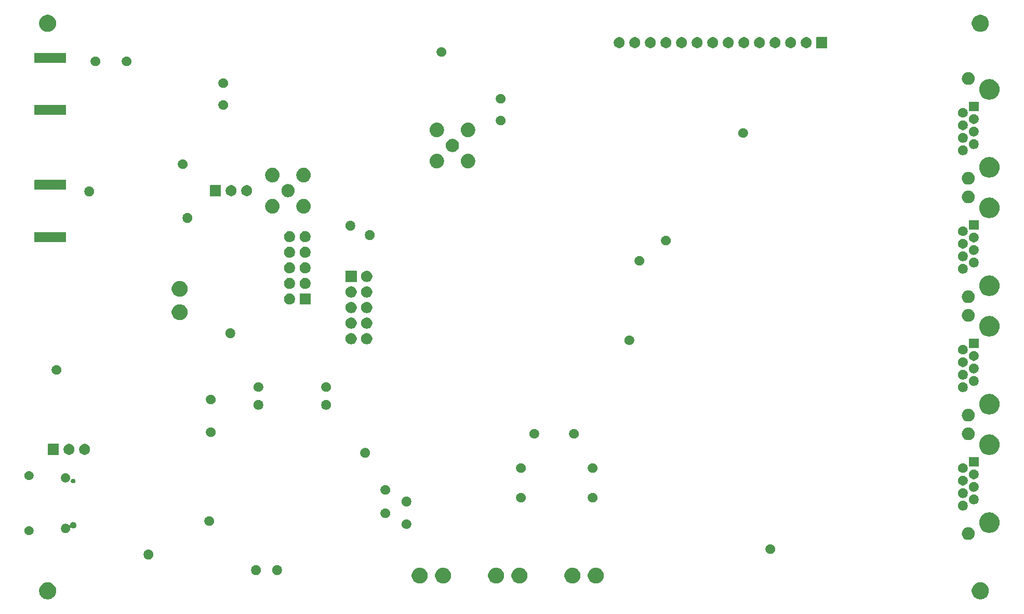
<source format=gbr>
G04 #@! TF.GenerationSoftware,KiCad,Pcbnew,9.0.0-9.0.0-2~ubuntu24.04.1*
G04 #@! TF.CreationDate,2025-03-10T11:07:59+01:00*
G04 #@! TF.ProjectId,Transmitter,5472616e-736d-4697-9474-65722e6b6963,rev?*
G04 #@! TF.SameCoordinates,Original*
G04 #@! TF.FileFunction,Soldermask,Bot*
G04 #@! TF.FilePolarity,Negative*
%FSLAX46Y46*%
G04 Gerber Fmt 4.6, Leading zero omitted, Abs format (unit mm)*
G04 Created by KiCad (PCBNEW 9.0.0-9.0.0-2~ubuntu24.04.1) date 2025-03-10 11:07:59*
%MOMM*%
%LPD*%
G01*
G04 APERTURE LIST*
G04 APERTURE END LIST*
G36*
X59327057Y-144887710D02*
G01*
X59536139Y-144955645D01*
X59732020Y-145055451D01*
X59909877Y-145184671D01*
X60065329Y-145340123D01*
X60194549Y-145517980D01*
X60294355Y-145713861D01*
X60362290Y-145922943D01*
X60396681Y-146140079D01*
X60396681Y-146359921D01*
X60362290Y-146577057D01*
X60294355Y-146786139D01*
X60194549Y-146982020D01*
X60065329Y-147159877D01*
X59909877Y-147315329D01*
X59732020Y-147444549D01*
X59536139Y-147544355D01*
X59327057Y-147612290D01*
X59109921Y-147646681D01*
X58890079Y-147646681D01*
X58672943Y-147612290D01*
X58463861Y-147544355D01*
X58267980Y-147444549D01*
X58090123Y-147315329D01*
X57934671Y-147159877D01*
X57805451Y-146982020D01*
X57705645Y-146786139D01*
X57637710Y-146577057D01*
X57603319Y-146359921D01*
X57603319Y-146140079D01*
X57637710Y-145922943D01*
X57705645Y-145713861D01*
X57805451Y-145517980D01*
X57934671Y-145340123D01*
X58090123Y-145184671D01*
X58267980Y-145055451D01*
X58463861Y-144955645D01*
X58672943Y-144887710D01*
X58890079Y-144853319D01*
X59109921Y-144853319D01*
X59327057Y-144887710D01*
G37*
G36*
X211327057Y-144887710D02*
G01*
X211536139Y-144955645D01*
X211732020Y-145055451D01*
X211909877Y-145184671D01*
X212065329Y-145340123D01*
X212194549Y-145517980D01*
X212294355Y-145713861D01*
X212362290Y-145922943D01*
X212396681Y-146140079D01*
X212396681Y-146359921D01*
X212362290Y-146577057D01*
X212294355Y-146786139D01*
X212194549Y-146982020D01*
X212065329Y-147159877D01*
X211909877Y-147315329D01*
X211732020Y-147444549D01*
X211536139Y-147544355D01*
X211327057Y-147612290D01*
X211109921Y-147646681D01*
X210890079Y-147646681D01*
X210672943Y-147612290D01*
X210463861Y-147544355D01*
X210267980Y-147444549D01*
X210090123Y-147315329D01*
X209934671Y-147159877D01*
X209805451Y-146982020D01*
X209705645Y-146786139D01*
X209637710Y-146577057D01*
X209603319Y-146359921D01*
X209603319Y-146140079D01*
X209637710Y-145922943D01*
X209705645Y-145713861D01*
X209805451Y-145517980D01*
X209934671Y-145340123D01*
X210090123Y-145184671D01*
X210267980Y-145055451D01*
X210463861Y-144955645D01*
X210672943Y-144887710D01*
X210890079Y-144853319D01*
X211109921Y-144853319D01*
X211327057Y-144887710D01*
G37*
G36*
X119937712Y-142498947D02*
G01*
X120131871Y-142562033D01*
X120313771Y-142654715D01*
X120478932Y-142774712D01*
X120623288Y-142919068D01*
X120743285Y-143084229D01*
X120835967Y-143266129D01*
X120899053Y-143460288D01*
X120930989Y-143661925D01*
X120930989Y-143866075D01*
X120899053Y-144067712D01*
X120835967Y-144261871D01*
X120743285Y-144443771D01*
X120623288Y-144608932D01*
X120478932Y-144753288D01*
X120313771Y-144873285D01*
X120131871Y-144965967D01*
X119937712Y-145029053D01*
X119736075Y-145060989D01*
X119531925Y-145060989D01*
X119330288Y-145029053D01*
X119136129Y-144965967D01*
X118954229Y-144873285D01*
X118789068Y-144753288D01*
X118644712Y-144608932D01*
X118524715Y-144443771D01*
X118432033Y-144261871D01*
X118368947Y-144067712D01*
X118337011Y-143866075D01*
X118337011Y-143661925D01*
X118368947Y-143460288D01*
X118432033Y-143266129D01*
X118524715Y-143084229D01*
X118644712Y-142919068D01*
X118789068Y-142774712D01*
X118954229Y-142654715D01*
X119136129Y-142562033D01*
X119330288Y-142498947D01*
X119531925Y-142467011D01*
X119736075Y-142467011D01*
X119937712Y-142498947D01*
G37*
G36*
X123747712Y-142498947D02*
G01*
X123941871Y-142562033D01*
X124123771Y-142654715D01*
X124288932Y-142774712D01*
X124433288Y-142919068D01*
X124553285Y-143084229D01*
X124645967Y-143266129D01*
X124709053Y-143460288D01*
X124740989Y-143661925D01*
X124740989Y-143866075D01*
X124709053Y-144067712D01*
X124645967Y-144261871D01*
X124553285Y-144443771D01*
X124433288Y-144608932D01*
X124288932Y-144753288D01*
X124123771Y-144873285D01*
X123941871Y-144965967D01*
X123747712Y-145029053D01*
X123546075Y-145060989D01*
X123341925Y-145060989D01*
X123140288Y-145029053D01*
X122946129Y-144965967D01*
X122764229Y-144873285D01*
X122599068Y-144753288D01*
X122454712Y-144608932D01*
X122334715Y-144443771D01*
X122242033Y-144261871D01*
X122178947Y-144067712D01*
X122147011Y-143866075D01*
X122147011Y-143661925D01*
X122178947Y-143460288D01*
X122242033Y-143266129D01*
X122334715Y-143084229D01*
X122454712Y-142919068D01*
X122599068Y-142774712D01*
X122764229Y-142654715D01*
X122946129Y-142562033D01*
X123140288Y-142498947D01*
X123341925Y-142467011D01*
X123546075Y-142467011D01*
X123747712Y-142498947D01*
G37*
G36*
X132383712Y-142498947D02*
G01*
X132577871Y-142562033D01*
X132759771Y-142654715D01*
X132924932Y-142774712D01*
X133069288Y-142919068D01*
X133189285Y-143084229D01*
X133281967Y-143266129D01*
X133345053Y-143460288D01*
X133376989Y-143661925D01*
X133376989Y-143866075D01*
X133345053Y-144067712D01*
X133281967Y-144261871D01*
X133189285Y-144443771D01*
X133069288Y-144608932D01*
X132924932Y-144753288D01*
X132759771Y-144873285D01*
X132577871Y-144965967D01*
X132383712Y-145029053D01*
X132182075Y-145060989D01*
X131977925Y-145060989D01*
X131776288Y-145029053D01*
X131582129Y-144965967D01*
X131400229Y-144873285D01*
X131235068Y-144753288D01*
X131090712Y-144608932D01*
X130970715Y-144443771D01*
X130878033Y-144261871D01*
X130814947Y-144067712D01*
X130783011Y-143866075D01*
X130783011Y-143661925D01*
X130814947Y-143460288D01*
X130878033Y-143266129D01*
X130970715Y-143084229D01*
X131090712Y-142919068D01*
X131235068Y-142774712D01*
X131400229Y-142654715D01*
X131582129Y-142562033D01*
X131776288Y-142498947D01*
X131977925Y-142467011D01*
X132182075Y-142467011D01*
X132383712Y-142498947D01*
G37*
G36*
X136193712Y-142498947D02*
G01*
X136387871Y-142562033D01*
X136569771Y-142654715D01*
X136734932Y-142774712D01*
X136879288Y-142919068D01*
X136999285Y-143084229D01*
X137091967Y-143266129D01*
X137155053Y-143460288D01*
X137186989Y-143661925D01*
X137186989Y-143866075D01*
X137155053Y-144067712D01*
X137091967Y-144261871D01*
X136999285Y-144443771D01*
X136879288Y-144608932D01*
X136734932Y-144753288D01*
X136569771Y-144873285D01*
X136387871Y-144965967D01*
X136193712Y-145029053D01*
X135992075Y-145060989D01*
X135787925Y-145060989D01*
X135586288Y-145029053D01*
X135392129Y-144965967D01*
X135210229Y-144873285D01*
X135045068Y-144753288D01*
X134900712Y-144608932D01*
X134780715Y-144443771D01*
X134688033Y-144261871D01*
X134624947Y-144067712D01*
X134593011Y-143866075D01*
X134593011Y-143661925D01*
X134624947Y-143460288D01*
X134688033Y-143266129D01*
X134780715Y-143084229D01*
X134900712Y-142919068D01*
X135045068Y-142774712D01*
X135210229Y-142654715D01*
X135392129Y-142562033D01*
X135586288Y-142498947D01*
X135787925Y-142467011D01*
X135992075Y-142467011D01*
X136193712Y-142498947D01*
G37*
G36*
X144829712Y-142498947D02*
G01*
X145023871Y-142562033D01*
X145205771Y-142654715D01*
X145370932Y-142774712D01*
X145515288Y-142919068D01*
X145635285Y-143084229D01*
X145727967Y-143266129D01*
X145791053Y-143460288D01*
X145822989Y-143661925D01*
X145822989Y-143866075D01*
X145791053Y-144067712D01*
X145727967Y-144261871D01*
X145635285Y-144443771D01*
X145515288Y-144608932D01*
X145370932Y-144753288D01*
X145205771Y-144873285D01*
X145023871Y-144965967D01*
X144829712Y-145029053D01*
X144628075Y-145060989D01*
X144423925Y-145060989D01*
X144222288Y-145029053D01*
X144028129Y-144965967D01*
X143846229Y-144873285D01*
X143681068Y-144753288D01*
X143536712Y-144608932D01*
X143416715Y-144443771D01*
X143324033Y-144261871D01*
X143260947Y-144067712D01*
X143229011Y-143866075D01*
X143229011Y-143661925D01*
X143260947Y-143460288D01*
X143324033Y-143266129D01*
X143416715Y-143084229D01*
X143536712Y-142919068D01*
X143681068Y-142774712D01*
X143846229Y-142654715D01*
X144028129Y-142562033D01*
X144222288Y-142498947D01*
X144423925Y-142467011D01*
X144628075Y-142467011D01*
X144829712Y-142498947D01*
G37*
G36*
X148639712Y-142498947D02*
G01*
X148833871Y-142562033D01*
X149015771Y-142654715D01*
X149180932Y-142774712D01*
X149325288Y-142919068D01*
X149445285Y-143084229D01*
X149537967Y-143266129D01*
X149601053Y-143460288D01*
X149632989Y-143661925D01*
X149632989Y-143866075D01*
X149601053Y-144067712D01*
X149537967Y-144261871D01*
X149445285Y-144443771D01*
X149325288Y-144608932D01*
X149180932Y-144753288D01*
X149015771Y-144873285D01*
X148833871Y-144965967D01*
X148639712Y-145029053D01*
X148438075Y-145060989D01*
X148233925Y-145060989D01*
X148032288Y-145029053D01*
X147838129Y-144965967D01*
X147656229Y-144873285D01*
X147491068Y-144753288D01*
X147346712Y-144608932D01*
X147226715Y-144443771D01*
X147134033Y-144261871D01*
X147070947Y-144067712D01*
X147039011Y-143866075D01*
X147039011Y-143661925D01*
X147070947Y-143460288D01*
X147134033Y-143266129D01*
X147226715Y-143084229D01*
X147346712Y-142919068D01*
X147491068Y-142774712D01*
X147656229Y-142654715D01*
X147838129Y-142562033D01*
X148032288Y-142498947D01*
X148233925Y-142467011D01*
X148438075Y-142467011D01*
X148639712Y-142498947D01*
G37*
G36*
X93196518Y-142108491D02*
G01*
X93341589Y-142168581D01*
X93472149Y-142255819D01*
X93583181Y-142366851D01*
X93670419Y-142497411D01*
X93730509Y-142642482D01*
X93761143Y-142796488D01*
X93761143Y-142953512D01*
X93730509Y-143107518D01*
X93670419Y-143252589D01*
X93583181Y-143383149D01*
X93472149Y-143494181D01*
X93341589Y-143581419D01*
X93196518Y-143641509D01*
X93042512Y-143672143D01*
X92885488Y-143672143D01*
X92731482Y-143641509D01*
X92586411Y-143581419D01*
X92455851Y-143494181D01*
X92344819Y-143383149D01*
X92257581Y-143252589D01*
X92197491Y-143107518D01*
X92166857Y-142953512D01*
X92166857Y-142796488D01*
X92197491Y-142642482D01*
X92257581Y-142497411D01*
X92344819Y-142366851D01*
X92455851Y-142255819D01*
X92586411Y-142168581D01*
X92731482Y-142108491D01*
X92885488Y-142077857D01*
X93042512Y-142077857D01*
X93196518Y-142108491D01*
G37*
G36*
X96625518Y-142108491D02*
G01*
X96770589Y-142168581D01*
X96901149Y-142255819D01*
X97012181Y-142366851D01*
X97099419Y-142497411D01*
X97159509Y-142642482D01*
X97190143Y-142796488D01*
X97190143Y-142953512D01*
X97159509Y-143107518D01*
X97099419Y-143252589D01*
X97012181Y-143383149D01*
X96901149Y-143494181D01*
X96770589Y-143581419D01*
X96625518Y-143641509D01*
X96471512Y-143672143D01*
X96314488Y-143672143D01*
X96160482Y-143641509D01*
X96015411Y-143581419D01*
X95884851Y-143494181D01*
X95773819Y-143383149D01*
X95686581Y-143252589D01*
X95626491Y-143107518D01*
X95595857Y-142953512D01*
X95595857Y-142796488D01*
X95626491Y-142642482D01*
X95686581Y-142497411D01*
X95773819Y-142366851D01*
X95884851Y-142255819D01*
X96015411Y-142168581D01*
X96160482Y-142108491D01*
X96314488Y-142077857D01*
X96471512Y-142077857D01*
X96625518Y-142108491D01*
G37*
G36*
X75670518Y-139568491D02*
G01*
X75815589Y-139628581D01*
X75946149Y-139715819D01*
X76057181Y-139826851D01*
X76144419Y-139957411D01*
X76204509Y-140102482D01*
X76235143Y-140256488D01*
X76235143Y-140413512D01*
X76204509Y-140567518D01*
X76144419Y-140712589D01*
X76057181Y-140843149D01*
X75946149Y-140954181D01*
X75815589Y-141041419D01*
X75670518Y-141101509D01*
X75516512Y-141132143D01*
X75359488Y-141132143D01*
X75205482Y-141101509D01*
X75060411Y-141041419D01*
X74929851Y-140954181D01*
X74818819Y-140843149D01*
X74731581Y-140712589D01*
X74671491Y-140567518D01*
X74640857Y-140413512D01*
X74640857Y-140256488D01*
X74671491Y-140102482D01*
X74731581Y-139957411D01*
X74818819Y-139826851D01*
X74929851Y-139715819D01*
X75060411Y-139628581D01*
X75205482Y-139568491D01*
X75359488Y-139537857D01*
X75516512Y-139537857D01*
X75670518Y-139568491D01*
G37*
G36*
X177016518Y-138679491D02*
G01*
X177161589Y-138739581D01*
X177292149Y-138826819D01*
X177403181Y-138937851D01*
X177490419Y-139068411D01*
X177550509Y-139213482D01*
X177581143Y-139367488D01*
X177581143Y-139524512D01*
X177550509Y-139678518D01*
X177490419Y-139823589D01*
X177403181Y-139954149D01*
X177292149Y-140065181D01*
X177161589Y-140152419D01*
X177016518Y-140212509D01*
X176862512Y-140243143D01*
X176705488Y-140243143D01*
X176551482Y-140212509D01*
X176406411Y-140152419D01*
X176275851Y-140065181D01*
X176164819Y-139954149D01*
X176077581Y-139823589D01*
X176017491Y-139678518D01*
X175986857Y-139524512D01*
X175986857Y-139367488D01*
X176017491Y-139213482D01*
X176077581Y-139068411D01*
X176164819Y-138937851D01*
X176275851Y-138826819D01*
X176406411Y-138739581D01*
X176551482Y-138679491D01*
X176705488Y-138648857D01*
X176862512Y-138648857D01*
X177016518Y-138679491D01*
G37*
G36*
X209132498Y-135866061D02*
G01*
X209144016Y-135866061D01*
X209189023Y-135875013D01*
X209286260Y-135890414D01*
X209317536Y-135900576D01*
X209346089Y-135906256D01*
X209386387Y-135922948D01*
X209443052Y-135941360D01*
X209496135Y-135968407D01*
X209536438Y-135985101D01*
X209560647Y-136001277D01*
X209589943Y-136016204D01*
X209669583Y-136074066D01*
X209707747Y-136099566D01*
X209715891Y-136107710D01*
X209723315Y-136113104D01*
X209839895Y-136229684D01*
X209845288Y-136237107D01*
X209853434Y-136245253D01*
X209878936Y-136283420D01*
X209936795Y-136363056D01*
X209951720Y-136392348D01*
X209967899Y-136416562D01*
X209984594Y-136456869D01*
X210011639Y-136509947D01*
X210030048Y-136566604D01*
X210046744Y-136606911D01*
X210052424Y-136635469D01*
X210062585Y-136666739D01*
X210077984Y-136763967D01*
X210086939Y-136808984D01*
X210086939Y-136820502D01*
X210088375Y-136829569D01*
X210088375Y-136994430D01*
X210086939Y-137003496D01*
X210086939Y-137015016D01*
X210077983Y-137060035D01*
X210062585Y-137157260D01*
X210052425Y-137188528D01*
X210046744Y-137217089D01*
X210030047Y-137257398D01*
X210011639Y-137314052D01*
X209984596Y-137367125D01*
X209967899Y-137407438D01*
X209951718Y-137431654D01*
X209936795Y-137460943D01*
X209878945Y-137540566D01*
X209853434Y-137578747D01*
X209845285Y-137586895D01*
X209839895Y-137594315D01*
X209723315Y-137710895D01*
X209715895Y-137716285D01*
X209707747Y-137724434D01*
X209669566Y-137749945D01*
X209589943Y-137807795D01*
X209560654Y-137822718D01*
X209536438Y-137838899D01*
X209496125Y-137855596D01*
X209443052Y-137882639D01*
X209386398Y-137901047D01*
X209346089Y-137917744D01*
X209317528Y-137923425D01*
X209286260Y-137933585D01*
X209189033Y-137948984D01*
X209144016Y-137957939D01*
X209132497Y-137957939D01*
X209123431Y-137959375D01*
X208958569Y-137959375D01*
X208949503Y-137957939D01*
X208937984Y-137957939D01*
X208892967Y-137948984D01*
X208795739Y-137933585D01*
X208764469Y-137923424D01*
X208735911Y-137917744D01*
X208695604Y-137901048D01*
X208638947Y-137882639D01*
X208585869Y-137855594D01*
X208545562Y-137838899D01*
X208521348Y-137822720D01*
X208492056Y-137807795D01*
X208412420Y-137749936D01*
X208374253Y-137724434D01*
X208366107Y-137716288D01*
X208358684Y-137710895D01*
X208242104Y-137594315D01*
X208236710Y-137586891D01*
X208228566Y-137578747D01*
X208203066Y-137540583D01*
X208145204Y-137460943D01*
X208130277Y-137431647D01*
X208114101Y-137407438D01*
X208097407Y-137367135D01*
X208070360Y-137314052D01*
X208051948Y-137257387D01*
X208035256Y-137217089D01*
X208029576Y-137188536D01*
X208019414Y-137157260D01*
X208004014Y-137060026D01*
X207995061Y-137015016D01*
X207995061Y-137003496D01*
X207993625Y-136994430D01*
X207993625Y-136829569D01*
X207995061Y-136820502D01*
X207995061Y-136808984D01*
X208004013Y-136763977D01*
X208019414Y-136666739D01*
X208029576Y-136635461D01*
X208035256Y-136606911D01*
X208051946Y-136566616D01*
X208070360Y-136509947D01*
X208097409Y-136456858D01*
X208114101Y-136416562D01*
X208130275Y-136392355D01*
X208145204Y-136363056D01*
X208203074Y-136283403D01*
X208228566Y-136245253D01*
X208236707Y-136237111D01*
X208242104Y-136229684D01*
X208358684Y-136113104D01*
X208366111Y-136107707D01*
X208374253Y-136099566D01*
X208412403Y-136074074D01*
X208492056Y-136016204D01*
X208521355Y-136001275D01*
X208545562Y-135985101D01*
X208585858Y-135968409D01*
X208638947Y-135941360D01*
X208695616Y-135922946D01*
X208735911Y-135906256D01*
X208764461Y-135900576D01*
X208795739Y-135890414D01*
X208892977Y-135875013D01*
X208937984Y-135866061D01*
X208949502Y-135866061D01*
X208958569Y-135864625D01*
X209123431Y-135864625D01*
X209132498Y-135866061D01*
G37*
G36*
X56179004Y-135724338D02*
G01*
X56315019Y-135780677D01*
X56437429Y-135862469D01*
X56541531Y-135966571D01*
X56623323Y-136088981D01*
X56679662Y-136224996D01*
X56708384Y-136369389D01*
X56708384Y-136516611D01*
X56679662Y-136661004D01*
X56623323Y-136797019D01*
X56541531Y-136919429D01*
X56437429Y-137023531D01*
X56315019Y-137105323D01*
X56179004Y-137161662D01*
X56034611Y-137190384D01*
X55887389Y-137190384D01*
X55742996Y-137161662D01*
X55606981Y-137105323D01*
X55484571Y-137023531D01*
X55380469Y-136919429D01*
X55298677Y-136797019D01*
X55242338Y-136661004D01*
X55213616Y-136516611D01*
X55213616Y-136369389D01*
X55242338Y-136224996D01*
X55298677Y-136088981D01*
X55380469Y-135966571D01*
X55484571Y-135862469D01*
X55606981Y-135780677D01*
X55742996Y-135724338D01*
X55887389Y-135695616D01*
X56034611Y-135695616D01*
X56179004Y-135724338D01*
G37*
G36*
X63219361Y-135031500D02*
G01*
X63229657Y-135031500D01*
X63259322Y-135039448D01*
X63313513Y-135050228D01*
X63339090Y-135060822D01*
X63362291Y-135067039D01*
X63383090Y-135079047D01*
X63408668Y-135089642D01*
X63454605Y-135120336D01*
X63481209Y-135135696D01*
X63488491Y-135142978D01*
X63494305Y-135146863D01*
X63567136Y-135219694D01*
X63571020Y-135225507D01*
X63578304Y-135232791D01*
X63593665Y-135259398D01*
X63624357Y-135305331D01*
X63634950Y-135330905D01*
X63646961Y-135351709D01*
X63653178Y-135374913D01*
X63663771Y-135400486D01*
X63674549Y-135454672D01*
X63682500Y-135484343D01*
X63682500Y-135494638D01*
X63683865Y-135501501D01*
X63683865Y-135604498D01*
X63682500Y-135611360D01*
X63682500Y-135621657D01*
X63674548Y-135651330D01*
X63663771Y-135705513D01*
X63653179Y-135731084D01*
X63646961Y-135754291D01*
X63634948Y-135775096D01*
X63624357Y-135800668D01*
X63593669Y-135846594D01*
X63578304Y-135873209D01*
X63571018Y-135880494D01*
X63567136Y-135886305D01*
X63494305Y-135959136D01*
X63488494Y-135963018D01*
X63481209Y-135970304D01*
X63454594Y-135985669D01*
X63408668Y-136016357D01*
X63383096Y-136026948D01*
X63362291Y-136038961D01*
X63339084Y-136045179D01*
X63313513Y-136055771D01*
X63259329Y-136066549D01*
X63229657Y-136074500D01*
X63219361Y-136074500D01*
X63212499Y-136075865D01*
X63109501Y-136075865D01*
X63102639Y-136074500D01*
X63092343Y-136074500D01*
X63062672Y-136066549D01*
X63008486Y-136055771D01*
X62982912Y-136045178D01*
X62959709Y-136038961D01*
X62938907Y-136026951D01*
X62913330Y-136016357D01*
X62867397Y-135985664D01*
X62840791Y-135970304D01*
X62833506Y-135963019D01*
X62789933Y-135933904D01*
X62657782Y-136004539D01*
X62657782Y-136006362D01*
X62658384Y-136009389D01*
X62658384Y-136156611D01*
X62629662Y-136301004D01*
X62573323Y-136437019D01*
X62491531Y-136559429D01*
X62387429Y-136663531D01*
X62265019Y-136745323D01*
X62129004Y-136801662D01*
X61984611Y-136830384D01*
X61837389Y-136830384D01*
X61692996Y-136801662D01*
X61556981Y-136745323D01*
X61434571Y-136663531D01*
X61330469Y-136559429D01*
X61248677Y-136437019D01*
X61192338Y-136301004D01*
X61163616Y-136156611D01*
X61163616Y-136009389D01*
X61192338Y-135864996D01*
X61248677Y-135728981D01*
X61330469Y-135606571D01*
X61434571Y-135502469D01*
X61556981Y-135420677D01*
X61692996Y-135364338D01*
X61837389Y-135335616D01*
X61984611Y-135335616D01*
X62129004Y-135364338D01*
X62265019Y-135420677D01*
X62387429Y-135502469D01*
X62484506Y-135599546D01*
X62627244Y-135556248D01*
X62639500Y-135494634D01*
X62639500Y-135484343D01*
X62647446Y-135454686D01*
X62658228Y-135400485D01*
X62668823Y-135374904D01*
X62675039Y-135351709D01*
X62687045Y-135330912D01*
X62697642Y-135305331D01*
X62728340Y-135259387D01*
X62743696Y-135232791D01*
X62750976Y-135225510D01*
X62754863Y-135219694D01*
X62827694Y-135146863D01*
X62833510Y-135142976D01*
X62840791Y-135135696D01*
X62867387Y-135120340D01*
X62913331Y-135089642D01*
X62938911Y-135079046D01*
X62959709Y-135067039D01*
X62982906Y-135060823D01*
X63008486Y-135050228D01*
X63062678Y-135039448D01*
X63092343Y-135031500D01*
X63102639Y-135031500D01*
X63109501Y-135030135D01*
X63212499Y-135030135D01*
X63219361Y-135031500D01*
G37*
G36*
X212797971Y-133488204D02*
G01*
X213009733Y-133544945D01*
X213212276Y-133628841D01*
X213402136Y-133738457D01*
X213576064Y-133871916D01*
X213731084Y-134026936D01*
X213864543Y-134200864D01*
X213974159Y-134390724D01*
X214058055Y-134593267D01*
X214114796Y-134805029D01*
X214143412Y-135022384D01*
X214143412Y-135241616D01*
X214114796Y-135458971D01*
X214058055Y-135670733D01*
X213974159Y-135873276D01*
X213864543Y-136063136D01*
X213731084Y-136237064D01*
X213576064Y-136392084D01*
X213402136Y-136525543D01*
X213212276Y-136635159D01*
X213009733Y-136719055D01*
X212797971Y-136775796D01*
X212580616Y-136804412D01*
X212361384Y-136804412D01*
X212144029Y-136775796D01*
X211932267Y-136719055D01*
X211729724Y-136635159D01*
X211539864Y-136525543D01*
X211365936Y-136392084D01*
X211210916Y-136237064D01*
X211077457Y-136063136D01*
X210967841Y-135873276D01*
X210883945Y-135670733D01*
X210827204Y-135458971D01*
X210798588Y-135241616D01*
X210798588Y-135022384D01*
X210827204Y-134805029D01*
X210883945Y-134593267D01*
X210967841Y-134390724D01*
X211077457Y-134200864D01*
X211210916Y-134026936D01*
X211365936Y-133871916D01*
X211539864Y-133738457D01*
X211729724Y-133628841D01*
X211932267Y-133544945D01*
X212144029Y-133488204D01*
X212361384Y-133459588D01*
X212580616Y-133459588D01*
X212797971Y-133488204D01*
G37*
G36*
X117707518Y-134615491D02*
G01*
X117852589Y-134675581D01*
X117983149Y-134762819D01*
X118094181Y-134873851D01*
X118181419Y-135004411D01*
X118241509Y-135149482D01*
X118272143Y-135303488D01*
X118272143Y-135460512D01*
X118241509Y-135614518D01*
X118181419Y-135759589D01*
X118094181Y-135890149D01*
X117983149Y-136001181D01*
X117852589Y-136088419D01*
X117707518Y-136148509D01*
X117553512Y-136179143D01*
X117396488Y-136179143D01*
X117242482Y-136148509D01*
X117097411Y-136088419D01*
X116966851Y-136001181D01*
X116855819Y-135890149D01*
X116768581Y-135759589D01*
X116708491Y-135614518D01*
X116677857Y-135460512D01*
X116677857Y-135303488D01*
X116708491Y-135149482D01*
X116768581Y-135004411D01*
X116855819Y-134873851D01*
X116966851Y-134762819D01*
X117097411Y-134675581D01*
X117242482Y-134615491D01*
X117396488Y-134584857D01*
X117553512Y-134584857D01*
X117707518Y-134615491D01*
G37*
G36*
X85576518Y-134107491D02*
G01*
X85721589Y-134167581D01*
X85852149Y-134254819D01*
X85963181Y-134365851D01*
X86050419Y-134496411D01*
X86110509Y-134641482D01*
X86141143Y-134795488D01*
X86141143Y-134952512D01*
X86110509Y-135106518D01*
X86050419Y-135251589D01*
X85963181Y-135382149D01*
X85852149Y-135493181D01*
X85721589Y-135580419D01*
X85576518Y-135640509D01*
X85422512Y-135671143D01*
X85265488Y-135671143D01*
X85111482Y-135640509D01*
X84966411Y-135580419D01*
X84835851Y-135493181D01*
X84724819Y-135382149D01*
X84637581Y-135251589D01*
X84577491Y-135106518D01*
X84546857Y-134952512D01*
X84546857Y-134795488D01*
X84577491Y-134641482D01*
X84637581Y-134496411D01*
X84724819Y-134365851D01*
X84835851Y-134254819D01*
X84966411Y-134167581D01*
X85111482Y-134107491D01*
X85265488Y-134076857D01*
X85422512Y-134076857D01*
X85576518Y-134107491D01*
G37*
G36*
X114278518Y-132837491D02*
G01*
X114423589Y-132897581D01*
X114554149Y-132984819D01*
X114665181Y-133095851D01*
X114752419Y-133226411D01*
X114812509Y-133371482D01*
X114843143Y-133525488D01*
X114843143Y-133682512D01*
X114812509Y-133836518D01*
X114752419Y-133981589D01*
X114665181Y-134112149D01*
X114554149Y-134223181D01*
X114423589Y-134310419D01*
X114278518Y-134370509D01*
X114124512Y-134401143D01*
X113967488Y-134401143D01*
X113813482Y-134370509D01*
X113668411Y-134310419D01*
X113537851Y-134223181D01*
X113426819Y-134112149D01*
X113339581Y-133981589D01*
X113279491Y-133836518D01*
X113248857Y-133682512D01*
X113248857Y-133525488D01*
X113279491Y-133371482D01*
X113339581Y-133226411D01*
X113426819Y-133095851D01*
X113537851Y-132984819D01*
X113668411Y-132897581D01*
X113813482Y-132837491D01*
X113967488Y-132806857D01*
X114124512Y-132806857D01*
X114278518Y-132837491D01*
G37*
G36*
X208383518Y-131595491D02*
G01*
X208528589Y-131655581D01*
X208659149Y-131742819D01*
X208770181Y-131853851D01*
X208857419Y-131984411D01*
X208917509Y-132129482D01*
X208948143Y-132283488D01*
X208948143Y-132440512D01*
X208917509Y-132594518D01*
X208857419Y-132739589D01*
X208770181Y-132870149D01*
X208659149Y-132981181D01*
X208528589Y-133068419D01*
X208383518Y-133128509D01*
X208229512Y-133159143D01*
X208072488Y-133159143D01*
X207918482Y-133128509D01*
X207773411Y-133068419D01*
X207642851Y-132981181D01*
X207531819Y-132870149D01*
X207444581Y-132739589D01*
X207384491Y-132594518D01*
X207353857Y-132440512D01*
X207353857Y-132283488D01*
X207384491Y-132129482D01*
X207444581Y-131984411D01*
X207531819Y-131853851D01*
X207642851Y-131742819D01*
X207773411Y-131655581D01*
X207918482Y-131595491D01*
X208072488Y-131564857D01*
X208229512Y-131564857D01*
X208383518Y-131595491D01*
G37*
G36*
X117707518Y-130932491D02*
G01*
X117852589Y-130992581D01*
X117983149Y-131079819D01*
X118094181Y-131190851D01*
X118181419Y-131321411D01*
X118241509Y-131466482D01*
X118272143Y-131620488D01*
X118272143Y-131777512D01*
X118241509Y-131931518D01*
X118181419Y-132076589D01*
X118094181Y-132207149D01*
X117983149Y-132318181D01*
X117852589Y-132405419D01*
X117707518Y-132465509D01*
X117553512Y-132496143D01*
X117396488Y-132496143D01*
X117242482Y-132465509D01*
X117097411Y-132405419D01*
X116966851Y-132318181D01*
X116855819Y-132207149D01*
X116768581Y-132076589D01*
X116708491Y-131931518D01*
X116677857Y-131777512D01*
X116677857Y-131620488D01*
X116708491Y-131466482D01*
X116768581Y-131321411D01*
X116855819Y-131190851D01*
X116966851Y-131079819D01*
X117097411Y-130992581D01*
X117242482Y-130932491D01*
X117396488Y-130901857D01*
X117553512Y-130901857D01*
X117707518Y-130932491D01*
G37*
G36*
X210163518Y-130575491D02*
G01*
X210308589Y-130635581D01*
X210439149Y-130722819D01*
X210550181Y-130833851D01*
X210637419Y-130964411D01*
X210697509Y-131109482D01*
X210728143Y-131263488D01*
X210728143Y-131420512D01*
X210697509Y-131574518D01*
X210637419Y-131719589D01*
X210550181Y-131850149D01*
X210439149Y-131961181D01*
X210308589Y-132048419D01*
X210163518Y-132108509D01*
X210009512Y-132139143D01*
X209852488Y-132139143D01*
X209698482Y-132108509D01*
X209553411Y-132048419D01*
X209422851Y-131961181D01*
X209311819Y-131850149D01*
X209224581Y-131719589D01*
X209164491Y-131574518D01*
X209133857Y-131420512D01*
X209133857Y-131263488D01*
X209164491Y-131109482D01*
X209224581Y-130964411D01*
X209311819Y-130833851D01*
X209422851Y-130722819D01*
X209553411Y-130635581D01*
X209698482Y-130575491D01*
X209852488Y-130544857D01*
X210009512Y-130544857D01*
X210163518Y-130575491D01*
G37*
G36*
X136376518Y-130297491D02*
G01*
X136521589Y-130357581D01*
X136652149Y-130444819D01*
X136763181Y-130555851D01*
X136850419Y-130686411D01*
X136910509Y-130831482D01*
X136941143Y-130985488D01*
X136941143Y-131142512D01*
X136910509Y-131296518D01*
X136850419Y-131441589D01*
X136763181Y-131572149D01*
X136652149Y-131683181D01*
X136521589Y-131770419D01*
X136376518Y-131830509D01*
X136222512Y-131861143D01*
X136065488Y-131861143D01*
X135911482Y-131830509D01*
X135766411Y-131770419D01*
X135635851Y-131683181D01*
X135524819Y-131572149D01*
X135437581Y-131441589D01*
X135377491Y-131296518D01*
X135346857Y-131142512D01*
X135346857Y-130985488D01*
X135377491Y-130831482D01*
X135437581Y-130686411D01*
X135524819Y-130555851D01*
X135635851Y-130444819D01*
X135766411Y-130357581D01*
X135911482Y-130297491D01*
X136065488Y-130266857D01*
X136222512Y-130266857D01*
X136376518Y-130297491D01*
G37*
G36*
X148060518Y-130297491D02*
G01*
X148205589Y-130357581D01*
X148336149Y-130444819D01*
X148447181Y-130555851D01*
X148534419Y-130686411D01*
X148594509Y-130831482D01*
X148625143Y-130985488D01*
X148625143Y-131142512D01*
X148594509Y-131296518D01*
X148534419Y-131441589D01*
X148447181Y-131572149D01*
X148336149Y-131683181D01*
X148205589Y-131770419D01*
X148060518Y-131830509D01*
X147906512Y-131861143D01*
X147749488Y-131861143D01*
X147595482Y-131830509D01*
X147450411Y-131770419D01*
X147319851Y-131683181D01*
X147208819Y-131572149D01*
X147121581Y-131441589D01*
X147061491Y-131296518D01*
X147030857Y-131142512D01*
X147030857Y-130985488D01*
X147061491Y-130831482D01*
X147121581Y-130686411D01*
X147208819Y-130555851D01*
X147319851Y-130444819D01*
X147450411Y-130357581D01*
X147595482Y-130297491D01*
X147749488Y-130266857D01*
X147906512Y-130266857D01*
X148060518Y-130297491D01*
G37*
G36*
X208383518Y-129555491D02*
G01*
X208528589Y-129615581D01*
X208659149Y-129702819D01*
X208770181Y-129813851D01*
X208857419Y-129944411D01*
X208917509Y-130089482D01*
X208948143Y-130243488D01*
X208948143Y-130400512D01*
X208917509Y-130554518D01*
X208857419Y-130699589D01*
X208770181Y-130830149D01*
X208659149Y-130941181D01*
X208528589Y-131028419D01*
X208383518Y-131088509D01*
X208229512Y-131119143D01*
X208072488Y-131119143D01*
X207918482Y-131088509D01*
X207773411Y-131028419D01*
X207642851Y-130941181D01*
X207531819Y-130830149D01*
X207444581Y-130699589D01*
X207384491Y-130554518D01*
X207353857Y-130400512D01*
X207353857Y-130243488D01*
X207384491Y-130089482D01*
X207444581Y-129944411D01*
X207531819Y-129813851D01*
X207642851Y-129702819D01*
X207773411Y-129615581D01*
X207918482Y-129555491D01*
X208072488Y-129524857D01*
X208229512Y-129524857D01*
X208383518Y-129555491D01*
G37*
G36*
X114278518Y-129027491D02*
G01*
X114423589Y-129087581D01*
X114554149Y-129174819D01*
X114665181Y-129285851D01*
X114752419Y-129416411D01*
X114812509Y-129561482D01*
X114843143Y-129715488D01*
X114843143Y-129872512D01*
X114812509Y-130026518D01*
X114752419Y-130171589D01*
X114665181Y-130302149D01*
X114554149Y-130413181D01*
X114423589Y-130500419D01*
X114278518Y-130560509D01*
X114124512Y-130591143D01*
X113967488Y-130591143D01*
X113813482Y-130560509D01*
X113668411Y-130500419D01*
X113537851Y-130413181D01*
X113426819Y-130302149D01*
X113339581Y-130171589D01*
X113279491Y-130026518D01*
X113248857Y-129872512D01*
X113248857Y-129715488D01*
X113279491Y-129561482D01*
X113339581Y-129416411D01*
X113426819Y-129285851D01*
X113537851Y-129174819D01*
X113668411Y-129087581D01*
X113813482Y-129027491D01*
X113967488Y-128996857D01*
X114124512Y-128996857D01*
X114278518Y-129027491D01*
G37*
G36*
X210163518Y-128535491D02*
G01*
X210308589Y-128595581D01*
X210439149Y-128682819D01*
X210550181Y-128793851D01*
X210637419Y-128924411D01*
X210697509Y-129069482D01*
X210728143Y-129223488D01*
X210728143Y-129380512D01*
X210697509Y-129534518D01*
X210637419Y-129679589D01*
X210550181Y-129810149D01*
X210439149Y-129921181D01*
X210308589Y-130008419D01*
X210163518Y-130068509D01*
X210009512Y-130099143D01*
X209852488Y-130099143D01*
X209698482Y-130068509D01*
X209553411Y-130008419D01*
X209422851Y-129921181D01*
X209311819Y-129810149D01*
X209224581Y-129679589D01*
X209164491Y-129534518D01*
X209133857Y-129380512D01*
X209133857Y-129223488D01*
X209164491Y-129069482D01*
X209224581Y-128924411D01*
X209311819Y-128793851D01*
X209422851Y-128682819D01*
X209553411Y-128595581D01*
X209698482Y-128535491D01*
X209852488Y-128504857D01*
X210009512Y-128504857D01*
X210163518Y-128535491D01*
G37*
G36*
X208383518Y-127515491D02*
G01*
X208528589Y-127575581D01*
X208659149Y-127662819D01*
X208770181Y-127773851D01*
X208857419Y-127904411D01*
X208917509Y-128049482D01*
X208948143Y-128203488D01*
X208948143Y-128360512D01*
X208917509Y-128514518D01*
X208857419Y-128659589D01*
X208770181Y-128790149D01*
X208659149Y-128901181D01*
X208528589Y-128988419D01*
X208383518Y-129048509D01*
X208229512Y-129079143D01*
X208072488Y-129079143D01*
X207918482Y-129048509D01*
X207773411Y-128988419D01*
X207642851Y-128901181D01*
X207531819Y-128790149D01*
X207444581Y-128659589D01*
X207384491Y-128514518D01*
X207353857Y-128360512D01*
X207353857Y-128203488D01*
X207384491Y-128049482D01*
X207444581Y-127904411D01*
X207531819Y-127773851D01*
X207642851Y-127662819D01*
X207773411Y-127575581D01*
X207918482Y-127515491D01*
X208072488Y-127484857D01*
X208229512Y-127484857D01*
X208383518Y-127515491D01*
G37*
G36*
X63304889Y-128005621D02*
G01*
X63389894Y-128054699D01*
X63459301Y-128124106D01*
X63508379Y-128209111D01*
X63533783Y-128303922D01*
X63533783Y-128402078D01*
X63508379Y-128496889D01*
X63459301Y-128581894D01*
X63389894Y-128651301D01*
X63304889Y-128700379D01*
X63210078Y-128725783D01*
X63111922Y-128725783D01*
X63017111Y-128700379D01*
X62932106Y-128651301D01*
X62862699Y-128581894D01*
X62813621Y-128496889D01*
X62788217Y-128402078D01*
X62788217Y-128303922D01*
X62813621Y-128209111D01*
X62862699Y-128124106D01*
X62932106Y-128054699D01*
X63017111Y-128005621D01*
X63111922Y-127980217D01*
X63210078Y-127980217D01*
X63304889Y-128005621D01*
G37*
G36*
X62129004Y-127104338D02*
G01*
X62265019Y-127160677D01*
X62387429Y-127242469D01*
X62491531Y-127346571D01*
X62573323Y-127468981D01*
X62629662Y-127604996D01*
X62658384Y-127749389D01*
X62658384Y-127896611D01*
X62629662Y-128041004D01*
X62628479Y-128043858D01*
X62614452Y-128114378D01*
X62574506Y-128174160D01*
X62573323Y-128177019D01*
X62491531Y-128299429D01*
X62387429Y-128403531D01*
X62265019Y-128485323D01*
X62129004Y-128541662D01*
X61984611Y-128570384D01*
X61837389Y-128570384D01*
X61692996Y-128541662D01*
X61556981Y-128485323D01*
X61434571Y-128403531D01*
X61330469Y-128299429D01*
X61248677Y-128177019D01*
X61192338Y-128041004D01*
X61163616Y-127896611D01*
X61163616Y-127749389D01*
X61192338Y-127604996D01*
X61248677Y-127468981D01*
X61330469Y-127346571D01*
X61434571Y-127242469D01*
X61556981Y-127160677D01*
X61692996Y-127104338D01*
X61837389Y-127075616D01*
X61984611Y-127075616D01*
X62129004Y-127104338D01*
G37*
G36*
X56179004Y-126744338D02*
G01*
X56315019Y-126800677D01*
X56437429Y-126882469D01*
X56541531Y-126986571D01*
X56623323Y-127108981D01*
X56679662Y-127244996D01*
X56708384Y-127389389D01*
X56708384Y-127536611D01*
X56679662Y-127681004D01*
X56623323Y-127817019D01*
X56541531Y-127939429D01*
X56437429Y-128043531D01*
X56315019Y-128125323D01*
X56179004Y-128181662D01*
X56034611Y-128210384D01*
X55887389Y-128210384D01*
X55742996Y-128181662D01*
X55606981Y-128125323D01*
X55484571Y-128043531D01*
X55380469Y-127939429D01*
X55298677Y-127817019D01*
X55242338Y-127681004D01*
X55213616Y-127536611D01*
X55213616Y-127389389D01*
X55242338Y-127244996D01*
X55298677Y-127108981D01*
X55380469Y-126986571D01*
X55484571Y-126882469D01*
X55606981Y-126800677D01*
X55742996Y-126744338D01*
X55887389Y-126715616D01*
X56034611Y-126715616D01*
X56179004Y-126744338D01*
G37*
G36*
X210163518Y-126495491D02*
G01*
X210308589Y-126555581D01*
X210439149Y-126642819D01*
X210550181Y-126753851D01*
X210637419Y-126884411D01*
X210697509Y-127029482D01*
X210728143Y-127183488D01*
X210728143Y-127340512D01*
X210697509Y-127494518D01*
X210637419Y-127639589D01*
X210550181Y-127770149D01*
X210439149Y-127881181D01*
X210308589Y-127968419D01*
X210163518Y-128028509D01*
X210009512Y-128059143D01*
X209852488Y-128059143D01*
X209698482Y-128028509D01*
X209553411Y-127968419D01*
X209422851Y-127881181D01*
X209311819Y-127770149D01*
X209224581Y-127639589D01*
X209164491Y-127494518D01*
X209133857Y-127340512D01*
X209133857Y-127183488D01*
X209164491Y-127029482D01*
X209224581Y-126884411D01*
X209311819Y-126753851D01*
X209422851Y-126642819D01*
X209553411Y-126555581D01*
X209698482Y-126495491D01*
X209852488Y-126464857D01*
X210009512Y-126464857D01*
X210163518Y-126495491D01*
G37*
G36*
X208383518Y-125475491D02*
G01*
X208528589Y-125535581D01*
X208659149Y-125622819D01*
X208770181Y-125733851D01*
X208857419Y-125864411D01*
X208917509Y-126009482D01*
X208918111Y-126012509D01*
X208928774Y-126038252D01*
X208931093Y-126037790D01*
X208924073Y-126042481D01*
X208948143Y-126163488D01*
X208948143Y-126320512D01*
X208917509Y-126474518D01*
X208857419Y-126619589D01*
X208770181Y-126750149D01*
X208659149Y-126861181D01*
X208528589Y-126948419D01*
X208383518Y-127008509D01*
X208229512Y-127039143D01*
X208072488Y-127039143D01*
X207918482Y-127008509D01*
X207773411Y-126948419D01*
X207642851Y-126861181D01*
X207531819Y-126750149D01*
X207444581Y-126619589D01*
X207384491Y-126474518D01*
X207353857Y-126320512D01*
X207353857Y-126163488D01*
X207384491Y-126009482D01*
X207444581Y-125864411D01*
X207531819Y-125733851D01*
X207642851Y-125622819D01*
X207773411Y-125535581D01*
X207918482Y-125475491D01*
X208072488Y-125444857D01*
X208229512Y-125444857D01*
X208383518Y-125475491D01*
G37*
G36*
X136376518Y-125471491D02*
G01*
X136521589Y-125531581D01*
X136652149Y-125618819D01*
X136763181Y-125729851D01*
X136850419Y-125860411D01*
X136910509Y-126005482D01*
X136941143Y-126159488D01*
X136941143Y-126316512D01*
X136910509Y-126470518D01*
X136850419Y-126615589D01*
X136763181Y-126746149D01*
X136652149Y-126857181D01*
X136521589Y-126944419D01*
X136376518Y-127004509D01*
X136222512Y-127035143D01*
X136065488Y-127035143D01*
X135911482Y-127004509D01*
X135766411Y-126944419D01*
X135635851Y-126857181D01*
X135524819Y-126746149D01*
X135437581Y-126615589D01*
X135377491Y-126470518D01*
X135346857Y-126316512D01*
X135346857Y-126159488D01*
X135377491Y-126005482D01*
X135437581Y-125860411D01*
X135524819Y-125729851D01*
X135635851Y-125618819D01*
X135766411Y-125531581D01*
X135911482Y-125471491D01*
X136065488Y-125440857D01*
X136222512Y-125440857D01*
X136376518Y-125471491D01*
G37*
G36*
X148060518Y-125471491D02*
G01*
X148205589Y-125531581D01*
X148336149Y-125618819D01*
X148447181Y-125729851D01*
X148534419Y-125860411D01*
X148594509Y-126005482D01*
X148625143Y-126159488D01*
X148625143Y-126316512D01*
X148594509Y-126470518D01*
X148534419Y-126615589D01*
X148447181Y-126746149D01*
X148336149Y-126857181D01*
X148205589Y-126944419D01*
X148060518Y-127004509D01*
X147906512Y-127035143D01*
X147749488Y-127035143D01*
X147595482Y-127004509D01*
X147450411Y-126944419D01*
X147319851Y-126857181D01*
X147208819Y-126746149D01*
X147121581Y-126615589D01*
X147061491Y-126470518D01*
X147030857Y-126316512D01*
X147030857Y-126159488D01*
X147061491Y-126005482D01*
X147121581Y-125860411D01*
X147208819Y-125729851D01*
X147319851Y-125618819D01*
X147450411Y-125531581D01*
X147595482Y-125471491D01*
X147749488Y-125440857D01*
X147906512Y-125440857D01*
X148060518Y-125471491D01*
G37*
G36*
X210700517Y-124424882D02*
G01*
X210717062Y-124435938D01*
X210728118Y-124452483D01*
X210732000Y-124472000D01*
X210732000Y-125972000D01*
X210728118Y-125991517D01*
X210717062Y-126008062D01*
X210700517Y-126019118D01*
X210681000Y-126023000D01*
X209181000Y-126023000D01*
X209161483Y-126019118D01*
X209144938Y-126008062D01*
X209141450Y-126002843D01*
X209130000Y-125995192D01*
X209130000Y-124484310D01*
X209130000Y-124472000D01*
X209133882Y-124452483D01*
X209144938Y-124435938D01*
X209161483Y-124424882D01*
X209181000Y-124421000D01*
X210681000Y-124421000D01*
X210700517Y-124424882D01*
G37*
G36*
X110976518Y-122982291D02*
G01*
X111121589Y-123042381D01*
X111252149Y-123129619D01*
X111363181Y-123240651D01*
X111450419Y-123371211D01*
X111510509Y-123516282D01*
X111541143Y-123670288D01*
X111541143Y-123827312D01*
X111510509Y-123981318D01*
X111450419Y-124126389D01*
X111363181Y-124256949D01*
X111252149Y-124367981D01*
X111121589Y-124455219D01*
X110976518Y-124515309D01*
X110822512Y-124545943D01*
X110665488Y-124545943D01*
X110511482Y-124515309D01*
X110366411Y-124455219D01*
X110235851Y-124367981D01*
X110124819Y-124256949D01*
X110037581Y-124126389D01*
X109977491Y-123981318D01*
X109946857Y-123827312D01*
X109946857Y-123670288D01*
X109977491Y-123516282D01*
X110037581Y-123371211D01*
X110124819Y-123240651D01*
X110235851Y-123129619D01*
X110366411Y-123042381D01*
X110511482Y-122982291D01*
X110665488Y-122951657D01*
X110822512Y-122951657D01*
X110976518Y-122982291D01*
G37*
G36*
X212797971Y-120788204D02*
G01*
X213009733Y-120844945D01*
X213212276Y-120928841D01*
X213402136Y-121038457D01*
X213576064Y-121171916D01*
X213731084Y-121326936D01*
X213864543Y-121500864D01*
X213974159Y-121690724D01*
X214058055Y-121893267D01*
X214114796Y-122105029D01*
X214143412Y-122322384D01*
X214143412Y-122541616D01*
X214114796Y-122758971D01*
X214058055Y-122970733D01*
X213974159Y-123173276D01*
X213864543Y-123363136D01*
X213731084Y-123537064D01*
X213576064Y-123692084D01*
X213402136Y-123825543D01*
X213212276Y-123935159D01*
X213009733Y-124019055D01*
X212797971Y-124075796D01*
X212580616Y-124104412D01*
X212361384Y-124104412D01*
X212144029Y-124075796D01*
X211932267Y-124019055D01*
X211729724Y-123935159D01*
X211539864Y-123825543D01*
X211365936Y-123692084D01*
X211210916Y-123537064D01*
X211077457Y-123363136D01*
X210967841Y-123173276D01*
X210883945Y-122970733D01*
X210827204Y-122758971D01*
X210798588Y-122541616D01*
X210798588Y-122322384D01*
X210827204Y-122105029D01*
X210883945Y-121893267D01*
X210967841Y-121690724D01*
X211077457Y-121500864D01*
X211210916Y-121326936D01*
X211365936Y-121171916D01*
X211539864Y-121038457D01*
X211729724Y-120928841D01*
X211932267Y-120844945D01*
X212144029Y-120788204D01*
X212361384Y-120759588D01*
X212580616Y-120759588D01*
X212797971Y-120788204D01*
G37*
G36*
X60813517Y-122292882D02*
G01*
X60830062Y-122303938D01*
X60841118Y-122320483D01*
X60845000Y-122340000D01*
X60845000Y-124040000D01*
X60841118Y-124059517D01*
X60830062Y-124076062D01*
X60813517Y-124087118D01*
X60794000Y-124091000D01*
X59094000Y-124091000D01*
X59074483Y-124087118D01*
X59057938Y-124076062D01*
X59046882Y-124059517D01*
X59043000Y-124040000D01*
X59043000Y-122340000D01*
X59046882Y-122320483D01*
X59057938Y-122303938D01*
X59074483Y-122292882D01*
X59094000Y-122289000D01*
X60794000Y-122289000D01*
X60813517Y-122292882D01*
G37*
G36*
X62745546Y-122327797D02*
G01*
X62908728Y-122395389D01*
X63055588Y-122493518D01*
X63180482Y-122618412D01*
X63278611Y-122765272D01*
X63346203Y-122928454D01*
X63380661Y-123101687D01*
X63380661Y-123278313D01*
X63346203Y-123451546D01*
X63278611Y-123614728D01*
X63180482Y-123761588D01*
X63055588Y-123886482D01*
X62908728Y-123984611D01*
X62745546Y-124052203D01*
X62572313Y-124086661D01*
X62395687Y-124086661D01*
X62222454Y-124052203D01*
X62059272Y-123984611D01*
X61912412Y-123886482D01*
X61787518Y-123761588D01*
X61689389Y-123614728D01*
X61621797Y-123451546D01*
X61587339Y-123278313D01*
X61587339Y-123101687D01*
X61621797Y-122928454D01*
X61689389Y-122765272D01*
X61787518Y-122618412D01*
X61912412Y-122493518D01*
X62059272Y-122395389D01*
X62222454Y-122327797D01*
X62395687Y-122293339D01*
X62572313Y-122293339D01*
X62745546Y-122327797D01*
G37*
G36*
X65285546Y-122327797D02*
G01*
X65448728Y-122395389D01*
X65595588Y-122493518D01*
X65720482Y-122618412D01*
X65818611Y-122765272D01*
X65886203Y-122928454D01*
X65920661Y-123101687D01*
X65920661Y-123278313D01*
X65886203Y-123451546D01*
X65818611Y-123614728D01*
X65720482Y-123761588D01*
X65595588Y-123886482D01*
X65448728Y-123984611D01*
X65285546Y-124052203D01*
X65112313Y-124086661D01*
X64935687Y-124086661D01*
X64762454Y-124052203D01*
X64599272Y-123984611D01*
X64452412Y-123886482D01*
X64327518Y-123761588D01*
X64229389Y-123614728D01*
X64161797Y-123451546D01*
X64127339Y-123278313D01*
X64127339Y-123101687D01*
X64161797Y-122928454D01*
X64229389Y-122765272D01*
X64327518Y-122618412D01*
X64452412Y-122493518D01*
X64599272Y-122395389D01*
X64762454Y-122327797D01*
X64935687Y-122293339D01*
X65112313Y-122293339D01*
X65285546Y-122327797D01*
G37*
G36*
X209132498Y-119606061D02*
G01*
X209144016Y-119606061D01*
X209189023Y-119615013D01*
X209286260Y-119630414D01*
X209317536Y-119640576D01*
X209346089Y-119646256D01*
X209386387Y-119662948D01*
X209443052Y-119681360D01*
X209496135Y-119708407D01*
X209536438Y-119725101D01*
X209560647Y-119741277D01*
X209589943Y-119756204D01*
X209669583Y-119814066D01*
X209707747Y-119839566D01*
X209715891Y-119847710D01*
X209723315Y-119853104D01*
X209839895Y-119969684D01*
X209845288Y-119977107D01*
X209853434Y-119985253D01*
X209878936Y-120023420D01*
X209936795Y-120103056D01*
X209951720Y-120132348D01*
X209967899Y-120156562D01*
X209984594Y-120196869D01*
X210011639Y-120249947D01*
X210030048Y-120306604D01*
X210046744Y-120346911D01*
X210052424Y-120375469D01*
X210062585Y-120406739D01*
X210077984Y-120503967D01*
X210086939Y-120548984D01*
X210086939Y-120560502D01*
X210088375Y-120569569D01*
X210088375Y-120734430D01*
X210086939Y-120743496D01*
X210086939Y-120755016D01*
X210077983Y-120800035D01*
X210062585Y-120897260D01*
X210052425Y-120928528D01*
X210046744Y-120957089D01*
X210030047Y-120997398D01*
X210011639Y-121054052D01*
X209984596Y-121107125D01*
X209967899Y-121147438D01*
X209951718Y-121171654D01*
X209936795Y-121200943D01*
X209878945Y-121280566D01*
X209853434Y-121318747D01*
X209845285Y-121326895D01*
X209839895Y-121334315D01*
X209723315Y-121450895D01*
X209715895Y-121456285D01*
X209707747Y-121464434D01*
X209669566Y-121489945D01*
X209589943Y-121547795D01*
X209560654Y-121562718D01*
X209536438Y-121578899D01*
X209496125Y-121595596D01*
X209443052Y-121622639D01*
X209386398Y-121641047D01*
X209346089Y-121657744D01*
X209317528Y-121663425D01*
X209286260Y-121673585D01*
X209189033Y-121688984D01*
X209144016Y-121697939D01*
X209132497Y-121697939D01*
X209123431Y-121699375D01*
X208958569Y-121699375D01*
X208949503Y-121697939D01*
X208937984Y-121697939D01*
X208892967Y-121688984D01*
X208795739Y-121673585D01*
X208764469Y-121663424D01*
X208735911Y-121657744D01*
X208695604Y-121641048D01*
X208638947Y-121622639D01*
X208585869Y-121595594D01*
X208545562Y-121578899D01*
X208521348Y-121562720D01*
X208492056Y-121547795D01*
X208412420Y-121489936D01*
X208374253Y-121464434D01*
X208366107Y-121456288D01*
X208358684Y-121450895D01*
X208242104Y-121334315D01*
X208236710Y-121326891D01*
X208228566Y-121318747D01*
X208203066Y-121280583D01*
X208145204Y-121200943D01*
X208130277Y-121171647D01*
X208114101Y-121147438D01*
X208097407Y-121107135D01*
X208070360Y-121054052D01*
X208051948Y-120997387D01*
X208035256Y-120957089D01*
X208029576Y-120928536D01*
X208019414Y-120897260D01*
X208004014Y-120800026D01*
X207995061Y-120755016D01*
X207995061Y-120743496D01*
X207993625Y-120734430D01*
X207993625Y-120569569D01*
X207995061Y-120560502D01*
X207995061Y-120548984D01*
X208004013Y-120503977D01*
X208019414Y-120406739D01*
X208029576Y-120375461D01*
X208035256Y-120346911D01*
X208051946Y-120306616D01*
X208070360Y-120249947D01*
X208097409Y-120196858D01*
X208114101Y-120156562D01*
X208130275Y-120132355D01*
X208145204Y-120103056D01*
X208203074Y-120023403D01*
X208228566Y-119985253D01*
X208236707Y-119977111D01*
X208242104Y-119969684D01*
X208358684Y-119853104D01*
X208366111Y-119847707D01*
X208374253Y-119839566D01*
X208412403Y-119814074D01*
X208492056Y-119756204D01*
X208521355Y-119741275D01*
X208545562Y-119725101D01*
X208585858Y-119708409D01*
X208638947Y-119681360D01*
X208695616Y-119662946D01*
X208735911Y-119646256D01*
X208764461Y-119640576D01*
X208795739Y-119630414D01*
X208892977Y-119615013D01*
X208937984Y-119606061D01*
X208949502Y-119606061D01*
X208958569Y-119604625D01*
X209123431Y-119604625D01*
X209132498Y-119606061D01*
G37*
G36*
X138535518Y-119883491D02*
G01*
X138680589Y-119943581D01*
X138811149Y-120030819D01*
X138922181Y-120141851D01*
X139009419Y-120272411D01*
X139069509Y-120417482D01*
X139100143Y-120571488D01*
X139100143Y-120728512D01*
X139069509Y-120882518D01*
X139009419Y-121027589D01*
X138922181Y-121158149D01*
X138811149Y-121269181D01*
X138680589Y-121356419D01*
X138535518Y-121416509D01*
X138381512Y-121447143D01*
X138224488Y-121447143D01*
X138070482Y-121416509D01*
X137925411Y-121356419D01*
X137794851Y-121269181D01*
X137683819Y-121158149D01*
X137596581Y-121027589D01*
X137536491Y-120882518D01*
X137505857Y-120728512D01*
X137505857Y-120571488D01*
X137536491Y-120417482D01*
X137596581Y-120272411D01*
X137683819Y-120141851D01*
X137794851Y-120030819D01*
X137925411Y-119943581D01*
X138070482Y-119883491D01*
X138224488Y-119852857D01*
X138381512Y-119852857D01*
X138535518Y-119883491D01*
G37*
G36*
X145012518Y-119883491D02*
G01*
X145157589Y-119943581D01*
X145288149Y-120030819D01*
X145399181Y-120141851D01*
X145486419Y-120272411D01*
X145546509Y-120417482D01*
X145577143Y-120571488D01*
X145577143Y-120728512D01*
X145546509Y-120882518D01*
X145486419Y-121027589D01*
X145399181Y-121158149D01*
X145288149Y-121269181D01*
X145157589Y-121356419D01*
X145012518Y-121416509D01*
X144858512Y-121447143D01*
X144701488Y-121447143D01*
X144547482Y-121416509D01*
X144402411Y-121356419D01*
X144271851Y-121269181D01*
X144160819Y-121158149D01*
X144073581Y-121027589D01*
X144013491Y-120882518D01*
X143982857Y-120728512D01*
X143982857Y-120571488D01*
X144013491Y-120417482D01*
X144073581Y-120272411D01*
X144160819Y-120141851D01*
X144271851Y-120030819D01*
X144402411Y-119943581D01*
X144547482Y-119883491D01*
X144701488Y-119852857D01*
X144858512Y-119852857D01*
X145012518Y-119883491D01*
G37*
G36*
X85830518Y-119629491D02*
G01*
X85975589Y-119689581D01*
X86106149Y-119776819D01*
X86217181Y-119887851D01*
X86304419Y-120018411D01*
X86364509Y-120163482D01*
X86395143Y-120317488D01*
X86395143Y-120474512D01*
X86364509Y-120628518D01*
X86304419Y-120773589D01*
X86217181Y-120904149D01*
X86106149Y-121015181D01*
X85975589Y-121102419D01*
X85830518Y-121162509D01*
X85676512Y-121193143D01*
X85519488Y-121193143D01*
X85365482Y-121162509D01*
X85220411Y-121102419D01*
X85089851Y-121015181D01*
X84978819Y-120904149D01*
X84891581Y-120773589D01*
X84831491Y-120628518D01*
X84800857Y-120474512D01*
X84800857Y-120317488D01*
X84831491Y-120163482D01*
X84891581Y-120018411D01*
X84978819Y-119887851D01*
X85089851Y-119776819D01*
X85220411Y-119689581D01*
X85365482Y-119629491D01*
X85519488Y-119598857D01*
X85676512Y-119598857D01*
X85830518Y-119629491D01*
G37*
G36*
X209132498Y-116562061D02*
G01*
X209144016Y-116562061D01*
X209189023Y-116571013D01*
X209286260Y-116586414D01*
X209317536Y-116596576D01*
X209346089Y-116602256D01*
X209386387Y-116618948D01*
X209443052Y-116637360D01*
X209496135Y-116664407D01*
X209536438Y-116681101D01*
X209560647Y-116697277D01*
X209589943Y-116712204D01*
X209669583Y-116770066D01*
X209707747Y-116795566D01*
X209715891Y-116803710D01*
X209723315Y-116809104D01*
X209839895Y-116925684D01*
X209845288Y-116933107D01*
X209853434Y-116941253D01*
X209878936Y-116979420D01*
X209936795Y-117059056D01*
X209951720Y-117088348D01*
X209967899Y-117112562D01*
X209984594Y-117152869D01*
X210011639Y-117205947D01*
X210030048Y-117262604D01*
X210046744Y-117302911D01*
X210052424Y-117331469D01*
X210062585Y-117362739D01*
X210077984Y-117459967D01*
X210086939Y-117504984D01*
X210086939Y-117516502D01*
X210088375Y-117525569D01*
X210088375Y-117690430D01*
X210086939Y-117699496D01*
X210086939Y-117711016D01*
X210077983Y-117756035D01*
X210062585Y-117853260D01*
X210052425Y-117884528D01*
X210046744Y-117913089D01*
X210030047Y-117953398D01*
X210011639Y-118010052D01*
X209984596Y-118063125D01*
X209967899Y-118103438D01*
X209951718Y-118127654D01*
X209936795Y-118156943D01*
X209878945Y-118236566D01*
X209853434Y-118274747D01*
X209845285Y-118282895D01*
X209839895Y-118290315D01*
X209723315Y-118406895D01*
X209715895Y-118412285D01*
X209707747Y-118420434D01*
X209669566Y-118445945D01*
X209589943Y-118503795D01*
X209560654Y-118518718D01*
X209536438Y-118534899D01*
X209496125Y-118551596D01*
X209443052Y-118578639D01*
X209386398Y-118597047D01*
X209346089Y-118613744D01*
X209317528Y-118619425D01*
X209286260Y-118629585D01*
X209189033Y-118644984D01*
X209144016Y-118653939D01*
X209132497Y-118653939D01*
X209123431Y-118655375D01*
X208958569Y-118655375D01*
X208949503Y-118653939D01*
X208937984Y-118653939D01*
X208892967Y-118644984D01*
X208795739Y-118629585D01*
X208764469Y-118619424D01*
X208735911Y-118613744D01*
X208695604Y-118597048D01*
X208638947Y-118578639D01*
X208585869Y-118551594D01*
X208545562Y-118534899D01*
X208521348Y-118518720D01*
X208492056Y-118503795D01*
X208412420Y-118445936D01*
X208374253Y-118420434D01*
X208366107Y-118412288D01*
X208358684Y-118406895D01*
X208242104Y-118290315D01*
X208236710Y-118282891D01*
X208228566Y-118274747D01*
X208203066Y-118236583D01*
X208145204Y-118156943D01*
X208130277Y-118127647D01*
X208114101Y-118103438D01*
X208097407Y-118063135D01*
X208070360Y-118010052D01*
X208051948Y-117953387D01*
X208035256Y-117913089D01*
X208029576Y-117884536D01*
X208019414Y-117853260D01*
X208004014Y-117756026D01*
X207995061Y-117711016D01*
X207995061Y-117699496D01*
X207993625Y-117690430D01*
X207993625Y-117525569D01*
X207995061Y-117516502D01*
X207995061Y-117504984D01*
X208004013Y-117459977D01*
X208019414Y-117362739D01*
X208029576Y-117331461D01*
X208035256Y-117302911D01*
X208051946Y-117262616D01*
X208070360Y-117205947D01*
X208097409Y-117152858D01*
X208114101Y-117112562D01*
X208130275Y-117088355D01*
X208145204Y-117059056D01*
X208203074Y-116979403D01*
X208228566Y-116941253D01*
X208236707Y-116933111D01*
X208242104Y-116925684D01*
X208358684Y-116809104D01*
X208366111Y-116803707D01*
X208374253Y-116795566D01*
X208412403Y-116770074D01*
X208492056Y-116712204D01*
X208521355Y-116697275D01*
X208545562Y-116681101D01*
X208585858Y-116664409D01*
X208638947Y-116637360D01*
X208695616Y-116618946D01*
X208735911Y-116602256D01*
X208764461Y-116596576D01*
X208795739Y-116586414D01*
X208892977Y-116571013D01*
X208937984Y-116562061D01*
X208949502Y-116562061D01*
X208958569Y-116560625D01*
X209123431Y-116560625D01*
X209132498Y-116562061D01*
G37*
G36*
X212797971Y-114184204D02*
G01*
X213009733Y-114240945D01*
X213212276Y-114324841D01*
X213402136Y-114434457D01*
X213576064Y-114567916D01*
X213731084Y-114722936D01*
X213864543Y-114896864D01*
X213974159Y-115086724D01*
X214058055Y-115289267D01*
X214114796Y-115501029D01*
X214143412Y-115718384D01*
X214143412Y-115937616D01*
X214114796Y-116154971D01*
X214058055Y-116366733D01*
X213974159Y-116569276D01*
X213864543Y-116759136D01*
X213731084Y-116933064D01*
X213576064Y-117088084D01*
X213402136Y-117221543D01*
X213212276Y-117331159D01*
X213009733Y-117415055D01*
X212797971Y-117471796D01*
X212580616Y-117500412D01*
X212361384Y-117500412D01*
X212144029Y-117471796D01*
X211932267Y-117415055D01*
X211729724Y-117331159D01*
X211539864Y-117221543D01*
X211365936Y-117088084D01*
X211210916Y-116933064D01*
X211077457Y-116759136D01*
X210967841Y-116569276D01*
X210883945Y-116366733D01*
X210827204Y-116154971D01*
X210798588Y-115937616D01*
X210798588Y-115718384D01*
X210827204Y-115501029D01*
X210883945Y-115289267D01*
X210967841Y-115086724D01*
X211077457Y-114896864D01*
X211210916Y-114722936D01*
X211365936Y-114567916D01*
X211539864Y-114434457D01*
X211729724Y-114324841D01*
X211932267Y-114240945D01*
X212144029Y-114184204D01*
X212361384Y-114155588D01*
X212580616Y-114155588D01*
X212797971Y-114184204D01*
G37*
G36*
X93577518Y-115171791D02*
G01*
X93722589Y-115231881D01*
X93853149Y-115319119D01*
X93964181Y-115430151D01*
X94051419Y-115560711D01*
X94111509Y-115705782D01*
X94142143Y-115859788D01*
X94142143Y-116016812D01*
X94111509Y-116170818D01*
X94051419Y-116315889D01*
X93964181Y-116446449D01*
X93853149Y-116557481D01*
X93722589Y-116644719D01*
X93577518Y-116704809D01*
X93423512Y-116735443D01*
X93266488Y-116735443D01*
X93112482Y-116704809D01*
X92967411Y-116644719D01*
X92836851Y-116557481D01*
X92725819Y-116446449D01*
X92638581Y-116315889D01*
X92578491Y-116170818D01*
X92547857Y-116016812D01*
X92547857Y-115859788D01*
X92578491Y-115705782D01*
X92638581Y-115560711D01*
X92725819Y-115430151D01*
X92836851Y-115319119D01*
X92967411Y-115231881D01*
X93112482Y-115171791D01*
X93266488Y-115141157D01*
X93423512Y-115141157D01*
X93577518Y-115171791D01*
G37*
G36*
X104613818Y-115171791D02*
G01*
X104758889Y-115231881D01*
X104889449Y-115319119D01*
X105000481Y-115430151D01*
X105087719Y-115560711D01*
X105147809Y-115705782D01*
X105178443Y-115859788D01*
X105178443Y-116016812D01*
X105147809Y-116170818D01*
X105087719Y-116315889D01*
X105000481Y-116446449D01*
X104889449Y-116557481D01*
X104758889Y-116644719D01*
X104613818Y-116704809D01*
X104459812Y-116735443D01*
X104302788Y-116735443D01*
X104148782Y-116704809D01*
X104003711Y-116644719D01*
X103873151Y-116557481D01*
X103762119Y-116446449D01*
X103674881Y-116315889D01*
X103614791Y-116170818D01*
X103584157Y-116016812D01*
X103584157Y-115859788D01*
X103614791Y-115705782D01*
X103674881Y-115560711D01*
X103762119Y-115430151D01*
X103873151Y-115319119D01*
X104003711Y-115231881D01*
X104148782Y-115171791D01*
X104302788Y-115141157D01*
X104459812Y-115141157D01*
X104613818Y-115171791D01*
G37*
G36*
X85830518Y-114295491D02*
G01*
X85975589Y-114355581D01*
X86106149Y-114442819D01*
X86217181Y-114553851D01*
X86304419Y-114684411D01*
X86364509Y-114829482D01*
X86395143Y-114983488D01*
X86395143Y-115140512D01*
X86364509Y-115294518D01*
X86304419Y-115439589D01*
X86217181Y-115570149D01*
X86106149Y-115681181D01*
X85975589Y-115768419D01*
X85830518Y-115828509D01*
X85676512Y-115859143D01*
X85519488Y-115859143D01*
X85365482Y-115828509D01*
X85220411Y-115768419D01*
X85089851Y-115681181D01*
X84978819Y-115570149D01*
X84891581Y-115439589D01*
X84831491Y-115294518D01*
X84800857Y-115140512D01*
X84800857Y-114983488D01*
X84831491Y-114829482D01*
X84891581Y-114684411D01*
X84978819Y-114553851D01*
X85089851Y-114442819D01*
X85220411Y-114355581D01*
X85365482Y-114295491D01*
X85519488Y-114264857D01*
X85676512Y-114264857D01*
X85830518Y-114295491D01*
G37*
G36*
X208383518Y-112291491D02*
G01*
X208528589Y-112351581D01*
X208659149Y-112438819D01*
X208770181Y-112549851D01*
X208857419Y-112680411D01*
X208917509Y-112825482D01*
X208948143Y-112979488D01*
X208948143Y-113136512D01*
X208917509Y-113290518D01*
X208857419Y-113435589D01*
X208770181Y-113566149D01*
X208659149Y-113677181D01*
X208528589Y-113764419D01*
X208383518Y-113824509D01*
X208229512Y-113855143D01*
X208072488Y-113855143D01*
X207918482Y-113824509D01*
X207773411Y-113764419D01*
X207642851Y-113677181D01*
X207531819Y-113566149D01*
X207444581Y-113435589D01*
X207384491Y-113290518D01*
X207353857Y-113136512D01*
X207353857Y-112979488D01*
X207384491Y-112825482D01*
X207444581Y-112680411D01*
X207531819Y-112549851D01*
X207642851Y-112438819D01*
X207773411Y-112351581D01*
X207918482Y-112291491D01*
X208072488Y-112260857D01*
X208229512Y-112260857D01*
X208383518Y-112291491D01*
G37*
G36*
X93577518Y-112263491D02*
G01*
X93722589Y-112323581D01*
X93853149Y-112410819D01*
X93964181Y-112521851D01*
X94051419Y-112652411D01*
X94111509Y-112797482D01*
X94142143Y-112951488D01*
X94142143Y-113108512D01*
X94111509Y-113262518D01*
X94051419Y-113407589D01*
X93964181Y-113538149D01*
X93853149Y-113649181D01*
X93722589Y-113736419D01*
X93577518Y-113796509D01*
X93423512Y-113827143D01*
X93266488Y-113827143D01*
X93112482Y-113796509D01*
X92967411Y-113736419D01*
X92836851Y-113649181D01*
X92725819Y-113538149D01*
X92638581Y-113407589D01*
X92578491Y-113262518D01*
X92547857Y-113108512D01*
X92547857Y-112951488D01*
X92578491Y-112797482D01*
X92638581Y-112652411D01*
X92725819Y-112521851D01*
X92836851Y-112410819D01*
X92967411Y-112323581D01*
X93112482Y-112263491D01*
X93266488Y-112232857D01*
X93423512Y-112232857D01*
X93577518Y-112263491D01*
G37*
G36*
X104626518Y-112263491D02*
G01*
X104771589Y-112323581D01*
X104902149Y-112410819D01*
X105013181Y-112521851D01*
X105100419Y-112652411D01*
X105160509Y-112797482D01*
X105191143Y-112951488D01*
X105191143Y-113108512D01*
X105160509Y-113262518D01*
X105100419Y-113407589D01*
X105013181Y-113538149D01*
X104902149Y-113649181D01*
X104771589Y-113736419D01*
X104626518Y-113796509D01*
X104472512Y-113827143D01*
X104315488Y-113827143D01*
X104161482Y-113796509D01*
X104016411Y-113736419D01*
X103885851Y-113649181D01*
X103774819Y-113538149D01*
X103687581Y-113407589D01*
X103627491Y-113262518D01*
X103596857Y-113108512D01*
X103596857Y-112951488D01*
X103627491Y-112797482D01*
X103687581Y-112652411D01*
X103774819Y-112521851D01*
X103885851Y-112410819D01*
X104016411Y-112323581D01*
X104161482Y-112263491D01*
X104315488Y-112232857D01*
X104472512Y-112232857D01*
X104626518Y-112263491D01*
G37*
G36*
X210163518Y-111271491D02*
G01*
X210308589Y-111331581D01*
X210439149Y-111418819D01*
X210550181Y-111529851D01*
X210637419Y-111660411D01*
X210697509Y-111805482D01*
X210728143Y-111959488D01*
X210728143Y-112116512D01*
X210697509Y-112270518D01*
X210637419Y-112415589D01*
X210550181Y-112546149D01*
X210439149Y-112657181D01*
X210308589Y-112744419D01*
X210163518Y-112804509D01*
X210009512Y-112835143D01*
X209852488Y-112835143D01*
X209698482Y-112804509D01*
X209553411Y-112744419D01*
X209422851Y-112657181D01*
X209311819Y-112546149D01*
X209224581Y-112415589D01*
X209164491Y-112270518D01*
X209133857Y-112116512D01*
X209133857Y-111959488D01*
X209164491Y-111805482D01*
X209224581Y-111660411D01*
X209311819Y-111529851D01*
X209422851Y-111418819D01*
X209553411Y-111331581D01*
X209698482Y-111271491D01*
X209852488Y-111240857D01*
X210009512Y-111240857D01*
X210163518Y-111271491D01*
G37*
G36*
X208383518Y-110251491D02*
G01*
X208528589Y-110311581D01*
X208659149Y-110398819D01*
X208770181Y-110509851D01*
X208857419Y-110640411D01*
X208917509Y-110785482D01*
X208948143Y-110939488D01*
X208948143Y-111096512D01*
X208917509Y-111250518D01*
X208857419Y-111395589D01*
X208770181Y-111526149D01*
X208659149Y-111637181D01*
X208528589Y-111724419D01*
X208383518Y-111784509D01*
X208229512Y-111815143D01*
X208072488Y-111815143D01*
X207918482Y-111784509D01*
X207773411Y-111724419D01*
X207642851Y-111637181D01*
X207531819Y-111526149D01*
X207444581Y-111395589D01*
X207384491Y-111250518D01*
X207353857Y-111096512D01*
X207353857Y-110939488D01*
X207384491Y-110785482D01*
X207444581Y-110640411D01*
X207531819Y-110509851D01*
X207642851Y-110398819D01*
X207773411Y-110311581D01*
X207918482Y-110251491D01*
X208072488Y-110220857D01*
X208229512Y-110220857D01*
X208383518Y-110251491D01*
G37*
G36*
X60684518Y-109469491D02*
G01*
X60829589Y-109529581D01*
X60960149Y-109616819D01*
X61071181Y-109727851D01*
X61158419Y-109858411D01*
X61218509Y-110003482D01*
X61249143Y-110157488D01*
X61249143Y-110314512D01*
X61218509Y-110468518D01*
X61158419Y-110613589D01*
X61071181Y-110744149D01*
X60960149Y-110855181D01*
X60829589Y-110942419D01*
X60684518Y-111002509D01*
X60530512Y-111033143D01*
X60373488Y-111033143D01*
X60219482Y-111002509D01*
X60074411Y-110942419D01*
X59943851Y-110855181D01*
X59832819Y-110744149D01*
X59745581Y-110613589D01*
X59685491Y-110468518D01*
X59654857Y-110314512D01*
X59654857Y-110157488D01*
X59685491Y-110003482D01*
X59745581Y-109858411D01*
X59832819Y-109727851D01*
X59943851Y-109616819D01*
X60074411Y-109529581D01*
X60219482Y-109469491D01*
X60373488Y-109438857D01*
X60530512Y-109438857D01*
X60684518Y-109469491D01*
G37*
G36*
X210163518Y-109231491D02*
G01*
X210308589Y-109291581D01*
X210439149Y-109378819D01*
X210550181Y-109489851D01*
X210637419Y-109620411D01*
X210697509Y-109765482D01*
X210728143Y-109919488D01*
X210728143Y-110076512D01*
X210697509Y-110230518D01*
X210637419Y-110375589D01*
X210550181Y-110506149D01*
X210439149Y-110617181D01*
X210308589Y-110704419D01*
X210163518Y-110764509D01*
X210009512Y-110795143D01*
X209852488Y-110795143D01*
X209698482Y-110764509D01*
X209553411Y-110704419D01*
X209422851Y-110617181D01*
X209311819Y-110506149D01*
X209224581Y-110375589D01*
X209164491Y-110230518D01*
X209133857Y-110076512D01*
X209133857Y-109919488D01*
X209164491Y-109765482D01*
X209224581Y-109620411D01*
X209311819Y-109489851D01*
X209422851Y-109378819D01*
X209553411Y-109291581D01*
X209698482Y-109231491D01*
X209852488Y-109200857D01*
X210009512Y-109200857D01*
X210163518Y-109231491D01*
G37*
G36*
X208383518Y-108211491D02*
G01*
X208528589Y-108271581D01*
X208659149Y-108358819D01*
X208770181Y-108469851D01*
X208857419Y-108600411D01*
X208917509Y-108745482D01*
X208948143Y-108899488D01*
X208948143Y-109056512D01*
X208917509Y-109210518D01*
X208857419Y-109355589D01*
X208770181Y-109486149D01*
X208659149Y-109597181D01*
X208528589Y-109684419D01*
X208383518Y-109744509D01*
X208229512Y-109775143D01*
X208072488Y-109775143D01*
X207918482Y-109744509D01*
X207773411Y-109684419D01*
X207642851Y-109597181D01*
X207531819Y-109486149D01*
X207444581Y-109355589D01*
X207384491Y-109210518D01*
X207353857Y-109056512D01*
X207353857Y-108899488D01*
X207384491Y-108745482D01*
X207444581Y-108600411D01*
X207531819Y-108469851D01*
X207642851Y-108358819D01*
X207773411Y-108271581D01*
X207918482Y-108211491D01*
X208072488Y-108180857D01*
X208229512Y-108180857D01*
X208383518Y-108211491D01*
G37*
G36*
X210163518Y-107191491D02*
G01*
X210308589Y-107251581D01*
X210439149Y-107338819D01*
X210550181Y-107449851D01*
X210637419Y-107580411D01*
X210697509Y-107725482D01*
X210728143Y-107879488D01*
X210728143Y-108036512D01*
X210697509Y-108190518D01*
X210637419Y-108335589D01*
X210550181Y-108466149D01*
X210439149Y-108577181D01*
X210308589Y-108664419D01*
X210163518Y-108724509D01*
X210009512Y-108755143D01*
X209852488Y-108755143D01*
X209698482Y-108724509D01*
X209553411Y-108664419D01*
X209422851Y-108577181D01*
X209311819Y-108466149D01*
X209224581Y-108335589D01*
X209164491Y-108190518D01*
X209133857Y-108036512D01*
X209133857Y-107879488D01*
X209164491Y-107725482D01*
X209224581Y-107580411D01*
X209311819Y-107449851D01*
X209422851Y-107338819D01*
X209553411Y-107251581D01*
X209698482Y-107191491D01*
X209852488Y-107160857D01*
X210009512Y-107160857D01*
X210163518Y-107191491D01*
G37*
G36*
X208383518Y-106171491D02*
G01*
X208528589Y-106231581D01*
X208659149Y-106318819D01*
X208770181Y-106429851D01*
X208857419Y-106560411D01*
X208917509Y-106705482D01*
X208918111Y-106708509D01*
X208928774Y-106734252D01*
X208931093Y-106733790D01*
X208924073Y-106738481D01*
X208948143Y-106859488D01*
X208948143Y-107016512D01*
X208917509Y-107170518D01*
X208857419Y-107315589D01*
X208770181Y-107446149D01*
X208659149Y-107557181D01*
X208528589Y-107644419D01*
X208383518Y-107704509D01*
X208229512Y-107735143D01*
X208072488Y-107735143D01*
X207918482Y-107704509D01*
X207773411Y-107644419D01*
X207642851Y-107557181D01*
X207531819Y-107446149D01*
X207444581Y-107315589D01*
X207384491Y-107170518D01*
X207353857Y-107016512D01*
X207353857Y-106859488D01*
X207384491Y-106705482D01*
X207444581Y-106560411D01*
X207531819Y-106429851D01*
X207642851Y-106318819D01*
X207773411Y-106231581D01*
X207918482Y-106171491D01*
X208072488Y-106140857D01*
X208229512Y-106140857D01*
X208383518Y-106171491D01*
G37*
G36*
X210700517Y-105120882D02*
G01*
X210717062Y-105131938D01*
X210728118Y-105148483D01*
X210732000Y-105168000D01*
X210732000Y-106668000D01*
X210728118Y-106687517D01*
X210717062Y-106704062D01*
X210700517Y-106715118D01*
X210681000Y-106719000D01*
X209181000Y-106719000D01*
X209161483Y-106715118D01*
X209144938Y-106704062D01*
X209141450Y-106698843D01*
X209130000Y-106691192D01*
X209130000Y-105180310D01*
X209130000Y-105168000D01*
X209133882Y-105148483D01*
X209144938Y-105131938D01*
X209161483Y-105120882D01*
X209181000Y-105117000D01*
X210681000Y-105117000D01*
X210700517Y-105120882D01*
G37*
G36*
X154029518Y-104643491D02*
G01*
X154174589Y-104703581D01*
X154305149Y-104790819D01*
X154416181Y-104901851D01*
X154503419Y-105032411D01*
X154563509Y-105177482D01*
X154594143Y-105331488D01*
X154594143Y-105488512D01*
X154563509Y-105642518D01*
X154503419Y-105787589D01*
X154416181Y-105918149D01*
X154305149Y-106029181D01*
X154174589Y-106116419D01*
X154029518Y-106176509D01*
X153875512Y-106207143D01*
X153718488Y-106207143D01*
X153564482Y-106176509D01*
X153419411Y-106116419D01*
X153288851Y-106029181D01*
X153177819Y-105918149D01*
X153090581Y-105787589D01*
X153030491Y-105642518D01*
X152999857Y-105488512D01*
X152999857Y-105331488D01*
X153030491Y-105177482D01*
X153090581Y-105032411D01*
X153177819Y-104901851D01*
X153288851Y-104790819D01*
X153419411Y-104703581D01*
X153564482Y-104643491D01*
X153718488Y-104612857D01*
X153875512Y-104612857D01*
X154029518Y-104643491D01*
G37*
G36*
X108723494Y-104280782D02*
G01*
X108889139Y-104349395D01*
X109038216Y-104449005D01*
X109164995Y-104575784D01*
X109264605Y-104724861D01*
X109333218Y-104890506D01*
X109368196Y-105066354D01*
X109368196Y-105245646D01*
X109333218Y-105421494D01*
X109264605Y-105587139D01*
X109164995Y-105736216D01*
X109038216Y-105862995D01*
X108889139Y-105962605D01*
X108723494Y-106031218D01*
X108547646Y-106066196D01*
X108368354Y-106066196D01*
X108192506Y-106031218D01*
X108026861Y-105962605D01*
X107877784Y-105862995D01*
X107751005Y-105736216D01*
X107651395Y-105587139D01*
X107582782Y-105421494D01*
X107547804Y-105245646D01*
X107547804Y-105066354D01*
X107582782Y-104890506D01*
X107651395Y-104724861D01*
X107751005Y-104575784D01*
X107877784Y-104449005D01*
X108026861Y-104349395D01*
X108192506Y-104280782D01*
X108368354Y-104245804D01*
X108547646Y-104245804D01*
X108723494Y-104280782D01*
G37*
G36*
X111263494Y-104280782D02*
G01*
X111429139Y-104349395D01*
X111578216Y-104449005D01*
X111704995Y-104575784D01*
X111804605Y-104724861D01*
X111873218Y-104890506D01*
X111908196Y-105066354D01*
X111908196Y-105245646D01*
X111873218Y-105421494D01*
X111804605Y-105587139D01*
X111704995Y-105736216D01*
X111578216Y-105862995D01*
X111429139Y-105962605D01*
X111263494Y-106031218D01*
X111087646Y-106066196D01*
X110908354Y-106066196D01*
X110732506Y-106031218D01*
X110566861Y-105962605D01*
X110417784Y-105862995D01*
X110291005Y-105736216D01*
X110191395Y-105587139D01*
X110122782Y-105421494D01*
X110087804Y-105245646D01*
X110087804Y-105066354D01*
X110122782Y-104890506D01*
X110191395Y-104724861D01*
X110291005Y-104575784D01*
X110417784Y-104449005D01*
X110566861Y-104349395D01*
X110732506Y-104280782D01*
X110908354Y-104245804D01*
X111087646Y-104245804D01*
X111263494Y-104280782D01*
G37*
G36*
X89005518Y-103500491D02*
G01*
X89150589Y-103560581D01*
X89281149Y-103647819D01*
X89392181Y-103758851D01*
X89479419Y-103889411D01*
X89539509Y-104034482D01*
X89570143Y-104188488D01*
X89570143Y-104345512D01*
X89539509Y-104499518D01*
X89479419Y-104644589D01*
X89392181Y-104775149D01*
X89281149Y-104886181D01*
X89150589Y-104973419D01*
X89005518Y-105033509D01*
X88851512Y-105064143D01*
X88694488Y-105064143D01*
X88540482Y-105033509D01*
X88395411Y-104973419D01*
X88264851Y-104886181D01*
X88153819Y-104775149D01*
X88066581Y-104644589D01*
X88006491Y-104499518D01*
X87975857Y-104345512D01*
X87975857Y-104188488D01*
X88006491Y-104034482D01*
X88066581Y-103889411D01*
X88153819Y-103758851D01*
X88264851Y-103647819D01*
X88395411Y-103560581D01*
X88540482Y-103500491D01*
X88694488Y-103469857D01*
X88851512Y-103469857D01*
X89005518Y-103500491D01*
G37*
G36*
X212797971Y-101484204D02*
G01*
X213009733Y-101540945D01*
X213212276Y-101624841D01*
X213402136Y-101734457D01*
X213576064Y-101867916D01*
X213731084Y-102022936D01*
X213864543Y-102196864D01*
X213974159Y-102386724D01*
X214058055Y-102589267D01*
X214114796Y-102801029D01*
X214143412Y-103018384D01*
X214143412Y-103237616D01*
X214114796Y-103454971D01*
X214058055Y-103666733D01*
X213974159Y-103869276D01*
X213864543Y-104059136D01*
X213731084Y-104233064D01*
X213576064Y-104388084D01*
X213402136Y-104521543D01*
X213212276Y-104631159D01*
X213009733Y-104715055D01*
X212797971Y-104771796D01*
X212580616Y-104800412D01*
X212361384Y-104800412D01*
X212144029Y-104771796D01*
X211932267Y-104715055D01*
X211729724Y-104631159D01*
X211539864Y-104521543D01*
X211365936Y-104388084D01*
X211210916Y-104233064D01*
X211077457Y-104059136D01*
X210967841Y-103869276D01*
X210883945Y-103666733D01*
X210827204Y-103454971D01*
X210798588Y-103237616D01*
X210798588Y-103018384D01*
X210827204Y-102801029D01*
X210883945Y-102589267D01*
X210967841Y-102386724D01*
X211077457Y-102196864D01*
X211210916Y-102022936D01*
X211365936Y-101867916D01*
X211539864Y-101734457D01*
X211729724Y-101624841D01*
X211932267Y-101540945D01*
X212144029Y-101484204D01*
X212361384Y-101455588D01*
X212580616Y-101455588D01*
X212797971Y-101484204D01*
G37*
G36*
X108723494Y-101740782D02*
G01*
X108889139Y-101809395D01*
X109038216Y-101909005D01*
X109164995Y-102035784D01*
X109264605Y-102184861D01*
X109333218Y-102350506D01*
X109368196Y-102526354D01*
X109368196Y-102705646D01*
X109333218Y-102881494D01*
X109264605Y-103047139D01*
X109164995Y-103196216D01*
X109038216Y-103322995D01*
X108889139Y-103422605D01*
X108723494Y-103491218D01*
X108547646Y-103526196D01*
X108368354Y-103526196D01*
X108192506Y-103491218D01*
X108026861Y-103422605D01*
X107877784Y-103322995D01*
X107751005Y-103196216D01*
X107651395Y-103047139D01*
X107582782Y-102881494D01*
X107547804Y-102705646D01*
X107547804Y-102526354D01*
X107582782Y-102350506D01*
X107651395Y-102184861D01*
X107751005Y-102035784D01*
X107877784Y-101909005D01*
X108026861Y-101809395D01*
X108192506Y-101740782D01*
X108368354Y-101705804D01*
X108547646Y-101705804D01*
X108723494Y-101740782D01*
G37*
G36*
X111263494Y-101740782D02*
G01*
X111429139Y-101809395D01*
X111578216Y-101909005D01*
X111704995Y-102035784D01*
X111804605Y-102184861D01*
X111873218Y-102350506D01*
X111908196Y-102526354D01*
X111908196Y-102705646D01*
X111873218Y-102881494D01*
X111804605Y-103047139D01*
X111704995Y-103196216D01*
X111578216Y-103322995D01*
X111429139Y-103422605D01*
X111263494Y-103491218D01*
X111087646Y-103526196D01*
X110908354Y-103526196D01*
X110732506Y-103491218D01*
X110566861Y-103422605D01*
X110417784Y-103322995D01*
X110291005Y-103196216D01*
X110191395Y-103047139D01*
X110122782Y-102881494D01*
X110087804Y-102705646D01*
X110087804Y-102526354D01*
X110122782Y-102350506D01*
X110191395Y-102184861D01*
X110291005Y-102035784D01*
X110417784Y-101909005D01*
X110566861Y-101809395D01*
X110732506Y-101740782D01*
X110908354Y-101705804D01*
X111087646Y-101705804D01*
X111263494Y-101740782D01*
G37*
G36*
X209132498Y-100302061D02*
G01*
X209144016Y-100302061D01*
X209189023Y-100311013D01*
X209286260Y-100326414D01*
X209317536Y-100336576D01*
X209346089Y-100342256D01*
X209386387Y-100358948D01*
X209443052Y-100377360D01*
X209496135Y-100404407D01*
X209536438Y-100421101D01*
X209560647Y-100437277D01*
X209589943Y-100452204D01*
X209669583Y-100510066D01*
X209707747Y-100535566D01*
X209715891Y-100543710D01*
X209723315Y-100549104D01*
X209839895Y-100665684D01*
X209845288Y-100673107D01*
X209853434Y-100681253D01*
X209878936Y-100719420D01*
X209936795Y-100799056D01*
X209951720Y-100828348D01*
X209967899Y-100852562D01*
X209984594Y-100892869D01*
X210011639Y-100945947D01*
X210030048Y-101002604D01*
X210046744Y-101042911D01*
X210052424Y-101071469D01*
X210062585Y-101102739D01*
X210077984Y-101199967D01*
X210086939Y-101244984D01*
X210086939Y-101256502D01*
X210088375Y-101265569D01*
X210088375Y-101430430D01*
X210086939Y-101439496D01*
X210086939Y-101451016D01*
X210077983Y-101496035D01*
X210062585Y-101593260D01*
X210052425Y-101624528D01*
X210046744Y-101653089D01*
X210030047Y-101693398D01*
X210011639Y-101750052D01*
X209984596Y-101803125D01*
X209967899Y-101843438D01*
X209951718Y-101867654D01*
X209936795Y-101896943D01*
X209878945Y-101976566D01*
X209853434Y-102014747D01*
X209845285Y-102022895D01*
X209839895Y-102030315D01*
X209723315Y-102146895D01*
X209715895Y-102152285D01*
X209707747Y-102160434D01*
X209669566Y-102185945D01*
X209589943Y-102243795D01*
X209560654Y-102258718D01*
X209536438Y-102274899D01*
X209496125Y-102291596D01*
X209443052Y-102318639D01*
X209386398Y-102337047D01*
X209346089Y-102353744D01*
X209317528Y-102359425D01*
X209286260Y-102369585D01*
X209189033Y-102384984D01*
X209144016Y-102393939D01*
X209132497Y-102393939D01*
X209123431Y-102395375D01*
X208958569Y-102395375D01*
X208949503Y-102393939D01*
X208937984Y-102393939D01*
X208892967Y-102384984D01*
X208795739Y-102369585D01*
X208764469Y-102359424D01*
X208735911Y-102353744D01*
X208695604Y-102337048D01*
X208638947Y-102318639D01*
X208585869Y-102291594D01*
X208545562Y-102274899D01*
X208521348Y-102258720D01*
X208492056Y-102243795D01*
X208412420Y-102185936D01*
X208374253Y-102160434D01*
X208366107Y-102152288D01*
X208358684Y-102146895D01*
X208242104Y-102030315D01*
X208236710Y-102022891D01*
X208228566Y-102014747D01*
X208203066Y-101976583D01*
X208145204Y-101896943D01*
X208130277Y-101867647D01*
X208114101Y-101843438D01*
X208097407Y-101803135D01*
X208070360Y-101750052D01*
X208051948Y-101693387D01*
X208035256Y-101653089D01*
X208029576Y-101624536D01*
X208019414Y-101593260D01*
X208004014Y-101496026D01*
X207995061Y-101451016D01*
X207995061Y-101439496D01*
X207993625Y-101430430D01*
X207993625Y-101265569D01*
X207995061Y-101256502D01*
X207995061Y-101244984D01*
X208004013Y-101199977D01*
X208019414Y-101102739D01*
X208029576Y-101071461D01*
X208035256Y-101042911D01*
X208051946Y-101002616D01*
X208070360Y-100945947D01*
X208097409Y-100892858D01*
X208114101Y-100852562D01*
X208130275Y-100828355D01*
X208145204Y-100799056D01*
X208203074Y-100719403D01*
X208228566Y-100681253D01*
X208236707Y-100673111D01*
X208242104Y-100665684D01*
X208358684Y-100549104D01*
X208366111Y-100543707D01*
X208374253Y-100535566D01*
X208412403Y-100510074D01*
X208492056Y-100452204D01*
X208521355Y-100437275D01*
X208545562Y-100421101D01*
X208585858Y-100404409D01*
X208638947Y-100377360D01*
X208695616Y-100358946D01*
X208735911Y-100342256D01*
X208764461Y-100336576D01*
X208795739Y-100326414D01*
X208892977Y-100311013D01*
X208937984Y-100302061D01*
X208949502Y-100302061D01*
X208958569Y-100300625D01*
X209123431Y-100300625D01*
X209132498Y-100302061D01*
G37*
G36*
X80821712Y-99572947D02*
G01*
X81015871Y-99636033D01*
X81197771Y-99728715D01*
X81362932Y-99848712D01*
X81507288Y-99993068D01*
X81627285Y-100158229D01*
X81719967Y-100340129D01*
X81783053Y-100534288D01*
X81814989Y-100735925D01*
X81814989Y-100940075D01*
X81783053Y-101141712D01*
X81719967Y-101335871D01*
X81627285Y-101517771D01*
X81507288Y-101682932D01*
X81362932Y-101827288D01*
X81197771Y-101947285D01*
X81015871Y-102039967D01*
X80821712Y-102103053D01*
X80620075Y-102134989D01*
X80415925Y-102134989D01*
X80214288Y-102103053D01*
X80020129Y-102039967D01*
X79838229Y-101947285D01*
X79673068Y-101827288D01*
X79528712Y-101682932D01*
X79408715Y-101517771D01*
X79316033Y-101335871D01*
X79252947Y-101141712D01*
X79221011Y-100940075D01*
X79221011Y-100735925D01*
X79252947Y-100534288D01*
X79316033Y-100340129D01*
X79408715Y-100158229D01*
X79528712Y-99993068D01*
X79673068Y-99848712D01*
X79838229Y-99728715D01*
X80020129Y-99636033D01*
X80214288Y-99572947D01*
X80415925Y-99541011D01*
X80620075Y-99541011D01*
X80821712Y-99572947D01*
G37*
G36*
X108723494Y-99200782D02*
G01*
X108889139Y-99269395D01*
X109038216Y-99369005D01*
X109164995Y-99495784D01*
X109264605Y-99644861D01*
X109333218Y-99810506D01*
X109368196Y-99986354D01*
X109368196Y-100165646D01*
X109333218Y-100341494D01*
X109264605Y-100507139D01*
X109164995Y-100656216D01*
X109038216Y-100782995D01*
X108889139Y-100882605D01*
X108723494Y-100951218D01*
X108547646Y-100986196D01*
X108368354Y-100986196D01*
X108192506Y-100951218D01*
X108026861Y-100882605D01*
X107877784Y-100782995D01*
X107751005Y-100656216D01*
X107651395Y-100507139D01*
X107582782Y-100341494D01*
X107547804Y-100165646D01*
X107547804Y-99986354D01*
X107582782Y-99810506D01*
X107651395Y-99644861D01*
X107751005Y-99495784D01*
X107877784Y-99369005D01*
X108026861Y-99269395D01*
X108192506Y-99200782D01*
X108368354Y-99165804D01*
X108547646Y-99165804D01*
X108723494Y-99200782D01*
G37*
G36*
X111263494Y-99200782D02*
G01*
X111429139Y-99269395D01*
X111578216Y-99369005D01*
X111704995Y-99495784D01*
X111804605Y-99644861D01*
X111873218Y-99810506D01*
X111908196Y-99986354D01*
X111908196Y-100165646D01*
X111873218Y-100341494D01*
X111804605Y-100507139D01*
X111704995Y-100656216D01*
X111578216Y-100782995D01*
X111429139Y-100882605D01*
X111263494Y-100951218D01*
X111087646Y-100986196D01*
X110908354Y-100986196D01*
X110732506Y-100951218D01*
X110566861Y-100882605D01*
X110417784Y-100782995D01*
X110291005Y-100656216D01*
X110191395Y-100507139D01*
X110122782Y-100341494D01*
X110087804Y-100165646D01*
X110087804Y-99986354D01*
X110122782Y-99810506D01*
X110191395Y-99644861D01*
X110291005Y-99495784D01*
X110417784Y-99369005D01*
X110566861Y-99269395D01*
X110732506Y-99200782D01*
X110908354Y-99165804D01*
X111087646Y-99165804D01*
X111263494Y-99200782D01*
G37*
G36*
X101834517Y-97781882D02*
G01*
X101851062Y-97792938D01*
X101862118Y-97809483D01*
X101866000Y-97829000D01*
X101866000Y-99529000D01*
X101862118Y-99548517D01*
X101851062Y-99565062D01*
X101834517Y-99576118D01*
X101815000Y-99580000D01*
X100115000Y-99580000D01*
X100095483Y-99576118D01*
X100078938Y-99565062D01*
X100067882Y-99548517D01*
X100064000Y-99529000D01*
X100064000Y-97829000D01*
X100067882Y-97809483D01*
X100078938Y-97792938D01*
X100095483Y-97781882D01*
X100115000Y-97778000D01*
X101815000Y-97778000D01*
X101834517Y-97781882D01*
G37*
G36*
X98686546Y-97816797D02*
G01*
X98849728Y-97884389D01*
X98996588Y-97982518D01*
X99121482Y-98107412D01*
X99219611Y-98254272D01*
X99287203Y-98417454D01*
X99321661Y-98590687D01*
X99321661Y-98767313D01*
X99287203Y-98940546D01*
X99219611Y-99103728D01*
X99121482Y-99250588D01*
X98996588Y-99375482D01*
X98849728Y-99473611D01*
X98686546Y-99541203D01*
X98513313Y-99575661D01*
X98336687Y-99575661D01*
X98163454Y-99541203D01*
X98000272Y-99473611D01*
X97853412Y-99375482D01*
X97728518Y-99250588D01*
X97630389Y-99103728D01*
X97562797Y-98940546D01*
X97528339Y-98767313D01*
X97528339Y-98590687D01*
X97562797Y-98417454D01*
X97630389Y-98254272D01*
X97728518Y-98107412D01*
X97853412Y-97982518D01*
X98000272Y-97884389D01*
X98163454Y-97816797D01*
X98336687Y-97782339D01*
X98513313Y-97782339D01*
X98686546Y-97816797D01*
G37*
G36*
X209132498Y-97258061D02*
G01*
X209144016Y-97258061D01*
X209189023Y-97267013D01*
X209286260Y-97282414D01*
X209317536Y-97292576D01*
X209346089Y-97298256D01*
X209386387Y-97314948D01*
X209443052Y-97333360D01*
X209496135Y-97360407D01*
X209536438Y-97377101D01*
X209560647Y-97393277D01*
X209589943Y-97408204D01*
X209669583Y-97466066D01*
X209707747Y-97491566D01*
X209715891Y-97499710D01*
X209723315Y-97505104D01*
X209839895Y-97621684D01*
X209845288Y-97629107D01*
X209853434Y-97637253D01*
X209878936Y-97675420D01*
X209936795Y-97755056D01*
X209951720Y-97784348D01*
X209967899Y-97808562D01*
X209984594Y-97848869D01*
X210011639Y-97901947D01*
X210030048Y-97958604D01*
X210046744Y-97998911D01*
X210052424Y-98027469D01*
X210062585Y-98058739D01*
X210077984Y-98155967D01*
X210086939Y-98200984D01*
X210086939Y-98212502D01*
X210088375Y-98221569D01*
X210088375Y-98386430D01*
X210086939Y-98395496D01*
X210086939Y-98407016D01*
X210077983Y-98452035D01*
X210062585Y-98549260D01*
X210052425Y-98580528D01*
X210046744Y-98609089D01*
X210030047Y-98649398D01*
X210011639Y-98706052D01*
X209984596Y-98759125D01*
X209967899Y-98799438D01*
X209951718Y-98823654D01*
X209936795Y-98852943D01*
X209878945Y-98932566D01*
X209853434Y-98970747D01*
X209845285Y-98978895D01*
X209839895Y-98986315D01*
X209723315Y-99102895D01*
X209715895Y-99108285D01*
X209707747Y-99116434D01*
X209669566Y-99141945D01*
X209589943Y-99199795D01*
X209560654Y-99214718D01*
X209536438Y-99230899D01*
X209496125Y-99247596D01*
X209443052Y-99274639D01*
X209386398Y-99293047D01*
X209346089Y-99309744D01*
X209317528Y-99315425D01*
X209286260Y-99325585D01*
X209189033Y-99340984D01*
X209144016Y-99349939D01*
X209132497Y-99349939D01*
X209123431Y-99351375D01*
X208958569Y-99351375D01*
X208949503Y-99349939D01*
X208937984Y-99349939D01*
X208892967Y-99340984D01*
X208795739Y-99325585D01*
X208764469Y-99315424D01*
X208735911Y-99309744D01*
X208695604Y-99293048D01*
X208638947Y-99274639D01*
X208585869Y-99247594D01*
X208545562Y-99230899D01*
X208521348Y-99214720D01*
X208492056Y-99199795D01*
X208412420Y-99141936D01*
X208374253Y-99116434D01*
X208366107Y-99108288D01*
X208358684Y-99102895D01*
X208242104Y-98986315D01*
X208236710Y-98978891D01*
X208228566Y-98970747D01*
X208203066Y-98932583D01*
X208145204Y-98852943D01*
X208130277Y-98823647D01*
X208114101Y-98799438D01*
X208097407Y-98759135D01*
X208070360Y-98706052D01*
X208051948Y-98649387D01*
X208035256Y-98609089D01*
X208029576Y-98580536D01*
X208019414Y-98549260D01*
X208004014Y-98452026D01*
X207995061Y-98407016D01*
X207995061Y-98395496D01*
X207993625Y-98386430D01*
X207993625Y-98221569D01*
X207995061Y-98212502D01*
X207995061Y-98200984D01*
X208004013Y-98155977D01*
X208019414Y-98058739D01*
X208029576Y-98027461D01*
X208035256Y-97998911D01*
X208051946Y-97958616D01*
X208070360Y-97901947D01*
X208097409Y-97848858D01*
X208114101Y-97808562D01*
X208130275Y-97784355D01*
X208145204Y-97755056D01*
X208203074Y-97675403D01*
X208228566Y-97637253D01*
X208236707Y-97629111D01*
X208242104Y-97621684D01*
X208358684Y-97505104D01*
X208366111Y-97499707D01*
X208374253Y-97491566D01*
X208412403Y-97466074D01*
X208492056Y-97408204D01*
X208521355Y-97393275D01*
X208545562Y-97377101D01*
X208585858Y-97360409D01*
X208638947Y-97333360D01*
X208695616Y-97314946D01*
X208735911Y-97298256D01*
X208764461Y-97292576D01*
X208795739Y-97282414D01*
X208892977Y-97267013D01*
X208937984Y-97258061D01*
X208949502Y-97258061D01*
X208958569Y-97256625D01*
X209123431Y-97256625D01*
X209132498Y-97258061D01*
G37*
G36*
X108723494Y-96660782D02*
G01*
X108889139Y-96729395D01*
X109038216Y-96829005D01*
X109164995Y-96955784D01*
X109264605Y-97104861D01*
X109333218Y-97270506D01*
X109368196Y-97446354D01*
X109368196Y-97625646D01*
X109333218Y-97801494D01*
X109264605Y-97967139D01*
X109164995Y-98116216D01*
X109038216Y-98242995D01*
X108889139Y-98342605D01*
X108723494Y-98411218D01*
X108547646Y-98446196D01*
X108368354Y-98446196D01*
X108192506Y-98411218D01*
X108026861Y-98342605D01*
X107877784Y-98242995D01*
X107751005Y-98116216D01*
X107651395Y-97967139D01*
X107582782Y-97801494D01*
X107547804Y-97625646D01*
X107547804Y-97446354D01*
X107582782Y-97270506D01*
X107651395Y-97104861D01*
X107751005Y-96955784D01*
X107877784Y-96829005D01*
X108026861Y-96729395D01*
X108192506Y-96660782D01*
X108368354Y-96625804D01*
X108547646Y-96625804D01*
X108723494Y-96660782D01*
G37*
G36*
X111263494Y-96660782D02*
G01*
X111429139Y-96729395D01*
X111578216Y-96829005D01*
X111704995Y-96955784D01*
X111804605Y-97104861D01*
X111873218Y-97270506D01*
X111908196Y-97446354D01*
X111908196Y-97625646D01*
X111873218Y-97801494D01*
X111804605Y-97967139D01*
X111704995Y-98116216D01*
X111578216Y-98242995D01*
X111429139Y-98342605D01*
X111263494Y-98411218D01*
X111087646Y-98446196D01*
X110908354Y-98446196D01*
X110732506Y-98411218D01*
X110566861Y-98342605D01*
X110417784Y-98242995D01*
X110291005Y-98116216D01*
X110191395Y-97967139D01*
X110122782Y-97801494D01*
X110087804Y-97625646D01*
X110087804Y-97446354D01*
X110122782Y-97270506D01*
X110191395Y-97104861D01*
X110291005Y-96955784D01*
X110417784Y-96829005D01*
X110566861Y-96729395D01*
X110732506Y-96660782D01*
X110908354Y-96625804D01*
X111087646Y-96625804D01*
X111263494Y-96660782D01*
G37*
G36*
X80821712Y-95762947D02*
G01*
X81015871Y-95826033D01*
X81197771Y-95918715D01*
X81362932Y-96038712D01*
X81507288Y-96183068D01*
X81627285Y-96348229D01*
X81719967Y-96530129D01*
X81783053Y-96724288D01*
X81814989Y-96925925D01*
X81814989Y-97130075D01*
X81783053Y-97331712D01*
X81719967Y-97525871D01*
X81627285Y-97707771D01*
X81507288Y-97872932D01*
X81362932Y-98017288D01*
X81197771Y-98137285D01*
X81015871Y-98229967D01*
X80821712Y-98293053D01*
X80620075Y-98324989D01*
X80415925Y-98324989D01*
X80214288Y-98293053D01*
X80020129Y-98229967D01*
X79838229Y-98137285D01*
X79673068Y-98017288D01*
X79528712Y-97872932D01*
X79408715Y-97707771D01*
X79316033Y-97525871D01*
X79252947Y-97331712D01*
X79221011Y-97130075D01*
X79221011Y-96925925D01*
X79252947Y-96724288D01*
X79316033Y-96530129D01*
X79408715Y-96348229D01*
X79528712Y-96183068D01*
X79673068Y-96038712D01*
X79838229Y-95918715D01*
X80020129Y-95826033D01*
X80214288Y-95762947D01*
X80415925Y-95731011D01*
X80620075Y-95731011D01*
X80821712Y-95762947D01*
G37*
G36*
X212797971Y-94880204D02*
G01*
X213009733Y-94936945D01*
X213212276Y-95020841D01*
X213402136Y-95130457D01*
X213576064Y-95263916D01*
X213731084Y-95418936D01*
X213864543Y-95592864D01*
X213974159Y-95782724D01*
X214058055Y-95985267D01*
X214114796Y-96197029D01*
X214143412Y-96414384D01*
X214143412Y-96633616D01*
X214114796Y-96850971D01*
X214058055Y-97062733D01*
X213974159Y-97265276D01*
X213864543Y-97455136D01*
X213731084Y-97629064D01*
X213576064Y-97784084D01*
X213402136Y-97917543D01*
X213212276Y-98027159D01*
X213009733Y-98111055D01*
X212797971Y-98167796D01*
X212580616Y-98196412D01*
X212361384Y-98196412D01*
X212144029Y-98167796D01*
X211932267Y-98111055D01*
X211729724Y-98027159D01*
X211539864Y-97917543D01*
X211365936Y-97784084D01*
X211210916Y-97629064D01*
X211077457Y-97455136D01*
X210967841Y-97265276D01*
X210883945Y-97062733D01*
X210827204Y-96850971D01*
X210798588Y-96633616D01*
X210798588Y-96414384D01*
X210827204Y-96197029D01*
X210883945Y-95985267D01*
X210967841Y-95782724D01*
X211077457Y-95592864D01*
X211210916Y-95418936D01*
X211365936Y-95263916D01*
X211539864Y-95130457D01*
X211729724Y-95020841D01*
X211932267Y-94936945D01*
X212144029Y-94880204D01*
X212361384Y-94851588D01*
X212580616Y-94851588D01*
X212797971Y-94880204D01*
G37*
G36*
X98686546Y-95276797D02*
G01*
X98849728Y-95344389D01*
X98996588Y-95442518D01*
X99121482Y-95567412D01*
X99219611Y-95714272D01*
X99287203Y-95877454D01*
X99321661Y-96050687D01*
X99321661Y-96227313D01*
X99287203Y-96400546D01*
X99219611Y-96563728D01*
X99121482Y-96710588D01*
X98996588Y-96835482D01*
X98849728Y-96933611D01*
X98686546Y-97001203D01*
X98513313Y-97035661D01*
X98336687Y-97035661D01*
X98163454Y-97001203D01*
X98000272Y-96933611D01*
X97853412Y-96835482D01*
X97728518Y-96710588D01*
X97630389Y-96563728D01*
X97562797Y-96400546D01*
X97528339Y-96227313D01*
X97528339Y-96050687D01*
X97562797Y-95877454D01*
X97630389Y-95714272D01*
X97728518Y-95567412D01*
X97853412Y-95442518D01*
X98000272Y-95344389D01*
X98163454Y-95276797D01*
X98336687Y-95242339D01*
X98513313Y-95242339D01*
X98686546Y-95276797D01*
G37*
G36*
X101226546Y-95276797D02*
G01*
X101389728Y-95344389D01*
X101536588Y-95442518D01*
X101661482Y-95567412D01*
X101759611Y-95714272D01*
X101827203Y-95877454D01*
X101861661Y-96050687D01*
X101861661Y-96227313D01*
X101827203Y-96400546D01*
X101759611Y-96563728D01*
X101661482Y-96710588D01*
X101536588Y-96835482D01*
X101389728Y-96933611D01*
X101226546Y-97001203D01*
X101053313Y-97035661D01*
X100876687Y-97035661D01*
X100703454Y-97001203D01*
X100540272Y-96933611D01*
X100393412Y-96835482D01*
X100268518Y-96710588D01*
X100170389Y-96563728D01*
X100102797Y-96400546D01*
X100068339Y-96227313D01*
X100068339Y-96050687D01*
X100102797Y-95877454D01*
X100170389Y-95714272D01*
X100268518Y-95567412D01*
X100393412Y-95442518D01*
X100540272Y-95344389D01*
X100703454Y-95276797D01*
X100876687Y-95242339D01*
X101053313Y-95242339D01*
X101226546Y-95276797D01*
G37*
G36*
X109341117Y-94085282D02*
G01*
X109357662Y-94096338D01*
X109368718Y-94112883D01*
X109372600Y-94132400D01*
X109372600Y-95859600D01*
X109368718Y-95879117D01*
X109357662Y-95895662D01*
X109341117Y-95906718D01*
X109321600Y-95910600D01*
X107594400Y-95910600D01*
X107574883Y-95906718D01*
X107558338Y-95895662D01*
X107547282Y-95879117D01*
X107543400Y-95859600D01*
X107543400Y-94132400D01*
X107547282Y-94112883D01*
X107558338Y-94096338D01*
X107574883Y-94085282D01*
X107594400Y-94081400D01*
X109321600Y-94081400D01*
X109341117Y-94085282D01*
G37*
G36*
X111263494Y-94120782D02*
G01*
X111429139Y-94189395D01*
X111578216Y-94289005D01*
X111704995Y-94415784D01*
X111804605Y-94564861D01*
X111873218Y-94730506D01*
X111908196Y-94906354D01*
X111908196Y-95085646D01*
X111873218Y-95261494D01*
X111804605Y-95427139D01*
X111704995Y-95576216D01*
X111578216Y-95702995D01*
X111429139Y-95802605D01*
X111263494Y-95871218D01*
X111087646Y-95906196D01*
X110908354Y-95906196D01*
X110732506Y-95871218D01*
X110566861Y-95802605D01*
X110417784Y-95702995D01*
X110291005Y-95576216D01*
X110191395Y-95427139D01*
X110122782Y-95261494D01*
X110087804Y-95085646D01*
X110087804Y-94906354D01*
X110122782Y-94730506D01*
X110191395Y-94564861D01*
X110291005Y-94415784D01*
X110417784Y-94289005D01*
X110566861Y-94189395D01*
X110732506Y-94120782D01*
X110908354Y-94085804D01*
X111087646Y-94085804D01*
X111263494Y-94120782D01*
G37*
G36*
X208383518Y-92987491D02*
G01*
X208528589Y-93047581D01*
X208659149Y-93134819D01*
X208770181Y-93245851D01*
X208857419Y-93376411D01*
X208917509Y-93521482D01*
X208948143Y-93675488D01*
X208948143Y-93832512D01*
X208917509Y-93986518D01*
X208857419Y-94131589D01*
X208770181Y-94262149D01*
X208659149Y-94373181D01*
X208528589Y-94460419D01*
X208383518Y-94520509D01*
X208229512Y-94551143D01*
X208072488Y-94551143D01*
X207918482Y-94520509D01*
X207773411Y-94460419D01*
X207642851Y-94373181D01*
X207531819Y-94262149D01*
X207444581Y-94131589D01*
X207384491Y-93986518D01*
X207353857Y-93832512D01*
X207353857Y-93675488D01*
X207384491Y-93521482D01*
X207444581Y-93376411D01*
X207531819Y-93245851D01*
X207642851Y-93134819D01*
X207773411Y-93047581D01*
X207918482Y-92987491D01*
X208072488Y-92956857D01*
X208229512Y-92956857D01*
X208383518Y-92987491D01*
G37*
G36*
X98686546Y-92736797D02*
G01*
X98849728Y-92804389D01*
X98996588Y-92902518D01*
X99121482Y-93027412D01*
X99219611Y-93174272D01*
X99287203Y-93337454D01*
X99321661Y-93510687D01*
X99321661Y-93687313D01*
X99287203Y-93860546D01*
X99219611Y-94023728D01*
X99121482Y-94170588D01*
X98996588Y-94295482D01*
X98849728Y-94393611D01*
X98686546Y-94461203D01*
X98513313Y-94495661D01*
X98336687Y-94495661D01*
X98163454Y-94461203D01*
X98000272Y-94393611D01*
X97853412Y-94295482D01*
X97728518Y-94170588D01*
X97630389Y-94023728D01*
X97562797Y-93860546D01*
X97528339Y-93687313D01*
X97528339Y-93510687D01*
X97562797Y-93337454D01*
X97630389Y-93174272D01*
X97728518Y-93027412D01*
X97853412Y-92902518D01*
X98000272Y-92804389D01*
X98163454Y-92736797D01*
X98336687Y-92702339D01*
X98513313Y-92702339D01*
X98686546Y-92736797D01*
G37*
G36*
X101226546Y-92736797D02*
G01*
X101389728Y-92804389D01*
X101536588Y-92902518D01*
X101661482Y-93027412D01*
X101759611Y-93174272D01*
X101827203Y-93337454D01*
X101861661Y-93510687D01*
X101861661Y-93687313D01*
X101827203Y-93860546D01*
X101759611Y-94023728D01*
X101661482Y-94170588D01*
X101536588Y-94295482D01*
X101389728Y-94393611D01*
X101226546Y-94461203D01*
X101053313Y-94495661D01*
X100876687Y-94495661D01*
X100703454Y-94461203D01*
X100540272Y-94393611D01*
X100393412Y-94295482D01*
X100268518Y-94170588D01*
X100170389Y-94023728D01*
X100102797Y-93860546D01*
X100068339Y-93687313D01*
X100068339Y-93510687D01*
X100102797Y-93337454D01*
X100170389Y-93174272D01*
X100268518Y-93027412D01*
X100393412Y-92902518D01*
X100540272Y-92804389D01*
X100703454Y-92736797D01*
X100876687Y-92702339D01*
X101053313Y-92702339D01*
X101226546Y-92736797D01*
G37*
G36*
X210163518Y-91967491D02*
G01*
X210308589Y-92027581D01*
X210439149Y-92114819D01*
X210550181Y-92225851D01*
X210637419Y-92356411D01*
X210697509Y-92501482D01*
X210728143Y-92655488D01*
X210728143Y-92812512D01*
X210697509Y-92966518D01*
X210637419Y-93111589D01*
X210550181Y-93242149D01*
X210439149Y-93353181D01*
X210308589Y-93440419D01*
X210163518Y-93500509D01*
X210009512Y-93531143D01*
X209852488Y-93531143D01*
X209698482Y-93500509D01*
X209553411Y-93440419D01*
X209422851Y-93353181D01*
X209311819Y-93242149D01*
X209224581Y-93111589D01*
X209164491Y-92966518D01*
X209133857Y-92812512D01*
X209133857Y-92655488D01*
X209164491Y-92501482D01*
X209224581Y-92356411D01*
X209311819Y-92225851D01*
X209422851Y-92114819D01*
X209553411Y-92027581D01*
X209698482Y-91967491D01*
X209852488Y-91936857D01*
X210009512Y-91936857D01*
X210163518Y-91967491D01*
G37*
G36*
X155680518Y-91689491D02*
G01*
X155825589Y-91749581D01*
X155956149Y-91836819D01*
X156067181Y-91947851D01*
X156154419Y-92078411D01*
X156214509Y-92223482D01*
X156245143Y-92377488D01*
X156245143Y-92534512D01*
X156214509Y-92688518D01*
X156154419Y-92833589D01*
X156067181Y-92964149D01*
X155956149Y-93075181D01*
X155825589Y-93162419D01*
X155680518Y-93222509D01*
X155526512Y-93253143D01*
X155369488Y-93253143D01*
X155215482Y-93222509D01*
X155070411Y-93162419D01*
X154939851Y-93075181D01*
X154828819Y-92964149D01*
X154741581Y-92833589D01*
X154681491Y-92688518D01*
X154650857Y-92534512D01*
X154650857Y-92377488D01*
X154681491Y-92223482D01*
X154741581Y-92078411D01*
X154828819Y-91947851D01*
X154939851Y-91836819D01*
X155070411Y-91749581D01*
X155215482Y-91689491D01*
X155369488Y-91658857D01*
X155526512Y-91658857D01*
X155680518Y-91689491D01*
G37*
G36*
X208383518Y-90947491D02*
G01*
X208528589Y-91007581D01*
X208659149Y-91094819D01*
X208770181Y-91205851D01*
X208857419Y-91336411D01*
X208917509Y-91481482D01*
X208948143Y-91635488D01*
X208948143Y-91792512D01*
X208917509Y-91946518D01*
X208857419Y-92091589D01*
X208770181Y-92222149D01*
X208659149Y-92333181D01*
X208528589Y-92420419D01*
X208383518Y-92480509D01*
X208229512Y-92511143D01*
X208072488Y-92511143D01*
X207918482Y-92480509D01*
X207773411Y-92420419D01*
X207642851Y-92333181D01*
X207531819Y-92222149D01*
X207444581Y-92091589D01*
X207384491Y-91946518D01*
X207353857Y-91792512D01*
X207353857Y-91635488D01*
X207384491Y-91481482D01*
X207444581Y-91336411D01*
X207531819Y-91205851D01*
X207642851Y-91094819D01*
X207773411Y-91007581D01*
X207918482Y-90947491D01*
X208072488Y-90916857D01*
X208229512Y-90916857D01*
X208383518Y-90947491D01*
G37*
G36*
X98686546Y-90196797D02*
G01*
X98849728Y-90264389D01*
X98996588Y-90362518D01*
X99121482Y-90487412D01*
X99219611Y-90634272D01*
X99287203Y-90797454D01*
X99321661Y-90970687D01*
X99321661Y-91147313D01*
X99287203Y-91320546D01*
X99219611Y-91483728D01*
X99121482Y-91630588D01*
X98996588Y-91755482D01*
X98849728Y-91853611D01*
X98686546Y-91921203D01*
X98513313Y-91955661D01*
X98336687Y-91955661D01*
X98163454Y-91921203D01*
X98000272Y-91853611D01*
X97853412Y-91755482D01*
X97728518Y-91630588D01*
X97630389Y-91483728D01*
X97562797Y-91320546D01*
X97528339Y-91147313D01*
X97528339Y-90970687D01*
X97562797Y-90797454D01*
X97630389Y-90634272D01*
X97728518Y-90487412D01*
X97853412Y-90362518D01*
X98000272Y-90264389D01*
X98163454Y-90196797D01*
X98336687Y-90162339D01*
X98513313Y-90162339D01*
X98686546Y-90196797D01*
G37*
G36*
X101226546Y-90196797D02*
G01*
X101389728Y-90264389D01*
X101536588Y-90362518D01*
X101661482Y-90487412D01*
X101759611Y-90634272D01*
X101827203Y-90797454D01*
X101861661Y-90970687D01*
X101861661Y-91147313D01*
X101827203Y-91320546D01*
X101759611Y-91483728D01*
X101661482Y-91630588D01*
X101536588Y-91755482D01*
X101389728Y-91853611D01*
X101226546Y-91921203D01*
X101053313Y-91955661D01*
X100876687Y-91955661D01*
X100703454Y-91921203D01*
X100540272Y-91853611D01*
X100393412Y-91755482D01*
X100268518Y-91630588D01*
X100170389Y-91483728D01*
X100102797Y-91320546D01*
X100068339Y-91147313D01*
X100068339Y-90970687D01*
X100102797Y-90797454D01*
X100170389Y-90634272D01*
X100268518Y-90487412D01*
X100393412Y-90362518D01*
X100540272Y-90264389D01*
X100703454Y-90196797D01*
X100876687Y-90162339D01*
X101053313Y-90162339D01*
X101226546Y-90196797D01*
G37*
G36*
X210163518Y-89927491D02*
G01*
X210308589Y-89987581D01*
X210439149Y-90074819D01*
X210550181Y-90185851D01*
X210637419Y-90316411D01*
X210697509Y-90461482D01*
X210728143Y-90615488D01*
X210728143Y-90772512D01*
X210697509Y-90926518D01*
X210637419Y-91071589D01*
X210550181Y-91202149D01*
X210439149Y-91313181D01*
X210308589Y-91400419D01*
X210163518Y-91460509D01*
X210009512Y-91491143D01*
X209852488Y-91491143D01*
X209698482Y-91460509D01*
X209553411Y-91400419D01*
X209422851Y-91313181D01*
X209311819Y-91202149D01*
X209224581Y-91071589D01*
X209164491Y-90926518D01*
X209133857Y-90772512D01*
X209133857Y-90615488D01*
X209164491Y-90461482D01*
X209224581Y-90316411D01*
X209311819Y-90185851D01*
X209422851Y-90074819D01*
X209553411Y-89987581D01*
X209698482Y-89927491D01*
X209852488Y-89896857D01*
X210009512Y-89896857D01*
X210163518Y-89927491D01*
G37*
G36*
X208383518Y-88907491D02*
G01*
X208528589Y-88967581D01*
X208659149Y-89054819D01*
X208770181Y-89165851D01*
X208857419Y-89296411D01*
X208917509Y-89441482D01*
X208948143Y-89595488D01*
X208948143Y-89752512D01*
X208917509Y-89906518D01*
X208857419Y-90051589D01*
X208770181Y-90182149D01*
X208659149Y-90293181D01*
X208528589Y-90380419D01*
X208383518Y-90440509D01*
X208229512Y-90471143D01*
X208072488Y-90471143D01*
X207918482Y-90440509D01*
X207773411Y-90380419D01*
X207642851Y-90293181D01*
X207531819Y-90182149D01*
X207444581Y-90051589D01*
X207384491Y-89906518D01*
X207353857Y-89752512D01*
X207353857Y-89595488D01*
X207384491Y-89441482D01*
X207444581Y-89296411D01*
X207531819Y-89165851D01*
X207642851Y-89054819D01*
X207773411Y-88967581D01*
X207918482Y-88907491D01*
X208072488Y-88876857D01*
X208229512Y-88876857D01*
X208383518Y-88907491D01*
G37*
G36*
X159998518Y-88387491D02*
G01*
X160143589Y-88447581D01*
X160274149Y-88534819D01*
X160385181Y-88645851D01*
X160472419Y-88776411D01*
X160532509Y-88921482D01*
X160563143Y-89075488D01*
X160563143Y-89232512D01*
X160532509Y-89386518D01*
X160472419Y-89531589D01*
X160385181Y-89662149D01*
X160274149Y-89773181D01*
X160143589Y-89860419D01*
X159998518Y-89920509D01*
X159844512Y-89951143D01*
X159687488Y-89951143D01*
X159533482Y-89920509D01*
X159388411Y-89860419D01*
X159257851Y-89773181D01*
X159146819Y-89662149D01*
X159059581Y-89531589D01*
X158999491Y-89386518D01*
X158968857Y-89232512D01*
X158968857Y-89075488D01*
X158999491Y-88921482D01*
X159059581Y-88776411D01*
X159146819Y-88645851D01*
X159257851Y-88534819D01*
X159388411Y-88447581D01*
X159533482Y-88387491D01*
X159687488Y-88356857D01*
X159844512Y-88356857D01*
X159998518Y-88387491D01*
G37*
G36*
X210163518Y-87887491D02*
G01*
X210308589Y-87947581D01*
X210439149Y-88034819D01*
X210550181Y-88145851D01*
X210637419Y-88276411D01*
X210697509Y-88421482D01*
X210728143Y-88575488D01*
X210728143Y-88732512D01*
X210697509Y-88886518D01*
X210637419Y-89031589D01*
X210550181Y-89162149D01*
X210439149Y-89273181D01*
X210308589Y-89360419D01*
X210163518Y-89420509D01*
X210009512Y-89451143D01*
X209852488Y-89451143D01*
X209698482Y-89420509D01*
X209553411Y-89360419D01*
X209422851Y-89273181D01*
X209311819Y-89162149D01*
X209224581Y-89031589D01*
X209164491Y-88886518D01*
X209133857Y-88732512D01*
X209133857Y-88575488D01*
X209164491Y-88421482D01*
X209224581Y-88276411D01*
X209311819Y-88145851D01*
X209422851Y-88034819D01*
X209553411Y-87947581D01*
X209698482Y-87887491D01*
X209852488Y-87856857D01*
X210009512Y-87856857D01*
X210163518Y-87887491D01*
G37*
G36*
X98686546Y-87656797D02*
G01*
X98849728Y-87724389D01*
X98996588Y-87822518D01*
X99121482Y-87947412D01*
X99219611Y-88094272D01*
X99287203Y-88257454D01*
X99321661Y-88430687D01*
X99321661Y-88607313D01*
X99287203Y-88780546D01*
X99219611Y-88943728D01*
X99121482Y-89090588D01*
X98996588Y-89215482D01*
X98849728Y-89313611D01*
X98686546Y-89381203D01*
X98513313Y-89415661D01*
X98336687Y-89415661D01*
X98163454Y-89381203D01*
X98000272Y-89313611D01*
X97853412Y-89215482D01*
X97728518Y-89090588D01*
X97630389Y-88943728D01*
X97562797Y-88780546D01*
X97528339Y-88607313D01*
X97528339Y-88430687D01*
X97562797Y-88257454D01*
X97630389Y-88094272D01*
X97728518Y-87947412D01*
X97853412Y-87822518D01*
X98000272Y-87724389D01*
X98163454Y-87656797D01*
X98336687Y-87622339D01*
X98513313Y-87622339D01*
X98686546Y-87656797D01*
G37*
G36*
X101226546Y-87656797D02*
G01*
X101389728Y-87724389D01*
X101536588Y-87822518D01*
X101661482Y-87947412D01*
X101759611Y-88094272D01*
X101827203Y-88257454D01*
X101861661Y-88430687D01*
X101861661Y-88607313D01*
X101827203Y-88780546D01*
X101759611Y-88943728D01*
X101661482Y-89090588D01*
X101536588Y-89215482D01*
X101389728Y-89313611D01*
X101226546Y-89381203D01*
X101053313Y-89415661D01*
X100876687Y-89415661D01*
X100703454Y-89381203D01*
X100540272Y-89313611D01*
X100393412Y-89215482D01*
X100268518Y-89090588D01*
X100170389Y-88943728D01*
X100102797Y-88780546D01*
X100068339Y-88607313D01*
X100068339Y-88430687D01*
X100102797Y-88257454D01*
X100170389Y-88094272D01*
X100268518Y-87947412D01*
X100393412Y-87822518D01*
X100540272Y-87724389D01*
X100703454Y-87656797D01*
X100876687Y-87622339D01*
X101053313Y-87622339D01*
X101226546Y-87656797D01*
G37*
G36*
X61995517Y-87780882D02*
G01*
X62012062Y-87791938D01*
X62023118Y-87808483D01*
X62027000Y-87828000D01*
X62027000Y-89328000D01*
X62023118Y-89347517D01*
X62012062Y-89364062D01*
X61995517Y-89375118D01*
X61976000Y-89379000D01*
X56896000Y-89379000D01*
X56876483Y-89375118D01*
X56859938Y-89364062D01*
X56848882Y-89347517D01*
X56845000Y-89328000D01*
X56845000Y-87828000D01*
X56848882Y-87808483D01*
X56859938Y-87791938D01*
X56876483Y-87780882D01*
X56896000Y-87777000D01*
X61976000Y-87777000D01*
X61995517Y-87780882D01*
G37*
G36*
X111738518Y-87498491D02*
G01*
X111883589Y-87558581D01*
X112014149Y-87645819D01*
X112125181Y-87756851D01*
X112212419Y-87887411D01*
X112272509Y-88032482D01*
X112303143Y-88186488D01*
X112303143Y-88343512D01*
X112272509Y-88497518D01*
X112212419Y-88642589D01*
X112125181Y-88773149D01*
X112014149Y-88884181D01*
X111883589Y-88971419D01*
X111738518Y-89031509D01*
X111584512Y-89062143D01*
X111427488Y-89062143D01*
X111273482Y-89031509D01*
X111128411Y-88971419D01*
X110997851Y-88884181D01*
X110886819Y-88773149D01*
X110799581Y-88642589D01*
X110739491Y-88497518D01*
X110708857Y-88343512D01*
X110708857Y-88186488D01*
X110739491Y-88032482D01*
X110799581Y-87887411D01*
X110886819Y-87756851D01*
X110997851Y-87645819D01*
X111128411Y-87558581D01*
X111273482Y-87498491D01*
X111427488Y-87467857D01*
X111584512Y-87467857D01*
X111738518Y-87498491D01*
G37*
G36*
X208383518Y-86867491D02*
G01*
X208528589Y-86927581D01*
X208659149Y-87014819D01*
X208770181Y-87125851D01*
X208857419Y-87256411D01*
X208917509Y-87401482D01*
X208918111Y-87404509D01*
X208928774Y-87430252D01*
X208931093Y-87429790D01*
X208924073Y-87434481D01*
X208948143Y-87555488D01*
X208948143Y-87712512D01*
X208917509Y-87866518D01*
X208857419Y-88011589D01*
X208770181Y-88142149D01*
X208659149Y-88253181D01*
X208528589Y-88340419D01*
X208383518Y-88400509D01*
X208229512Y-88431143D01*
X208072488Y-88431143D01*
X207918482Y-88400509D01*
X207773411Y-88340419D01*
X207642851Y-88253181D01*
X207531819Y-88142149D01*
X207444581Y-88011589D01*
X207384491Y-87866518D01*
X207353857Y-87712512D01*
X207353857Y-87555488D01*
X207384491Y-87401482D01*
X207444581Y-87256411D01*
X207531819Y-87125851D01*
X207642851Y-87014819D01*
X207773411Y-86927581D01*
X207918482Y-86867491D01*
X208072488Y-86836857D01*
X208229512Y-86836857D01*
X208383518Y-86867491D01*
G37*
G36*
X108563518Y-85974491D02*
G01*
X108708589Y-86034581D01*
X108839149Y-86121819D01*
X108950181Y-86232851D01*
X109037419Y-86363411D01*
X109097509Y-86508482D01*
X109128143Y-86662488D01*
X109128143Y-86819512D01*
X109097509Y-86973518D01*
X109037419Y-87118589D01*
X108950181Y-87249149D01*
X108839149Y-87360181D01*
X108708589Y-87447419D01*
X108563518Y-87507509D01*
X108409512Y-87538143D01*
X108252488Y-87538143D01*
X108098482Y-87507509D01*
X107953411Y-87447419D01*
X107822851Y-87360181D01*
X107711819Y-87249149D01*
X107624581Y-87118589D01*
X107564491Y-86973518D01*
X107533857Y-86819512D01*
X107533857Y-86662488D01*
X107564491Y-86508482D01*
X107624581Y-86363411D01*
X107711819Y-86232851D01*
X107822851Y-86121819D01*
X107953411Y-86034581D01*
X108098482Y-85974491D01*
X108252488Y-85943857D01*
X108409512Y-85943857D01*
X108563518Y-85974491D01*
G37*
G36*
X210700517Y-85816882D02*
G01*
X210717062Y-85827938D01*
X210728118Y-85844483D01*
X210732000Y-85864000D01*
X210732000Y-87364000D01*
X210728118Y-87383517D01*
X210717062Y-87400062D01*
X210700517Y-87411118D01*
X210681000Y-87415000D01*
X209181000Y-87415000D01*
X209161483Y-87411118D01*
X209144938Y-87400062D01*
X209141450Y-87394843D01*
X209130000Y-87387192D01*
X209130000Y-85876310D01*
X209130000Y-85864000D01*
X209133882Y-85844483D01*
X209144938Y-85827938D01*
X209161483Y-85816882D01*
X209181000Y-85813000D01*
X210681000Y-85813000D01*
X210700517Y-85816882D01*
G37*
G36*
X82020518Y-84704491D02*
G01*
X82165589Y-84764581D01*
X82296149Y-84851819D01*
X82407181Y-84962851D01*
X82494419Y-85093411D01*
X82554509Y-85238482D01*
X82585143Y-85392488D01*
X82585143Y-85549512D01*
X82554509Y-85703518D01*
X82494419Y-85848589D01*
X82407181Y-85979149D01*
X82296149Y-86090181D01*
X82165589Y-86177419D01*
X82020518Y-86237509D01*
X81866512Y-86268143D01*
X81709488Y-86268143D01*
X81555482Y-86237509D01*
X81410411Y-86177419D01*
X81279851Y-86090181D01*
X81168819Y-85979149D01*
X81081581Y-85848589D01*
X81021491Y-85703518D01*
X80990857Y-85549512D01*
X80990857Y-85392488D01*
X81021491Y-85238482D01*
X81081581Y-85093411D01*
X81168819Y-84962851D01*
X81279851Y-84851819D01*
X81410411Y-84764581D01*
X81555482Y-84704491D01*
X81709488Y-84673857D01*
X81866512Y-84673857D01*
X82020518Y-84704491D01*
G37*
G36*
X212797971Y-82180204D02*
G01*
X213009733Y-82236945D01*
X213212276Y-82320841D01*
X213402136Y-82430457D01*
X213576064Y-82563916D01*
X213731084Y-82718936D01*
X213864543Y-82892864D01*
X213974159Y-83082724D01*
X214058055Y-83285267D01*
X214114796Y-83497029D01*
X214143412Y-83714384D01*
X214143412Y-83933616D01*
X214114796Y-84150971D01*
X214058055Y-84362733D01*
X213974159Y-84565276D01*
X213864543Y-84755136D01*
X213731084Y-84929064D01*
X213576064Y-85084084D01*
X213402136Y-85217543D01*
X213212276Y-85327159D01*
X213009733Y-85411055D01*
X212797971Y-85467796D01*
X212580616Y-85496412D01*
X212361384Y-85496412D01*
X212144029Y-85467796D01*
X211932267Y-85411055D01*
X211729724Y-85327159D01*
X211539864Y-85217543D01*
X211365936Y-85084084D01*
X211210916Y-84929064D01*
X211077457Y-84755136D01*
X210967841Y-84565276D01*
X210883945Y-84362733D01*
X210827204Y-84150971D01*
X210798588Y-83933616D01*
X210798588Y-83714384D01*
X210827204Y-83497029D01*
X210883945Y-83285267D01*
X210967841Y-83082724D01*
X211077457Y-82892864D01*
X211210916Y-82718936D01*
X211365936Y-82563916D01*
X211539864Y-82430457D01*
X211729724Y-82320841D01*
X211932267Y-82236945D01*
X212144029Y-82180204D01*
X212361384Y-82151588D01*
X212580616Y-82151588D01*
X212797971Y-82180204D01*
G37*
G36*
X95905532Y-82422493D02*
G01*
X96081036Y-82479518D01*
X96245458Y-82563295D01*
X96394751Y-82671763D01*
X96525237Y-82802249D01*
X96633705Y-82951542D01*
X96717482Y-83115964D01*
X96774507Y-83291468D01*
X96803375Y-83473732D01*
X96803375Y-83658268D01*
X96774507Y-83840532D01*
X96717482Y-84016036D01*
X96633705Y-84180458D01*
X96525237Y-84329751D01*
X96394751Y-84460237D01*
X96245458Y-84568705D01*
X96081036Y-84652482D01*
X95905532Y-84709507D01*
X95723268Y-84738375D01*
X95538732Y-84738375D01*
X95356468Y-84709507D01*
X95180964Y-84652482D01*
X95016542Y-84568705D01*
X94867249Y-84460237D01*
X94736763Y-84329751D01*
X94628295Y-84180458D01*
X94544518Y-84016036D01*
X94487493Y-83840532D01*
X94458625Y-83658268D01*
X94458625Y-83473732D01*
X94487493Y-83291468D01*
X94544518Y-83115964D01*
X94628295Y-82951542D01*
X94736763Y-82802249D01*
X94867249Y-82671763D01*
X95016542Y-82563295D01*
X95180964Y-82479518D01*
X95356468Y-82422493D01*
X95538732Y-82393625D01*
X95723268Y-82393625D01*
X95905532Y-82422493D01*
G37*
G36*
X100985532Y-82422493D02*
G01*
X101161036Y-82479518D01*
X101325458Y-82563295D01*
X101474751Y-82671763D01*
X101605237Y-82802249D01*
X101713705Y-82951542D01*
X101797482Y-83115964D01*
X101854507Y-83291468D01*
X101883375Y-83473732D01*
X101883375Y-83658268D01*
X101854507Y-83840532D01*
X101797482Y-84016036D01*
X101713705Y-84180458D01*
X101605237Y-84329751D01*
X101474751Y-84460237D01*
X101325458Y-84568705D01*
X101161036Y-84652482D01*
X100985532Y-84709507D01*
X100803268Y-84738375D01*
X100618732Y-84738375D01*
X100436468Y-84709507D01*
X100260964Y-84652482D01*
X100096542Y-84568705D01*
X99947249Y-84460237D01*
X99816763Y-84329751D01*
X99708295Y-84180458D01*
X99624518Y-84016036D01*
X99567493Y-83840532D01*
X99538625Y-83658268D01*
X99538625Y-83473732D01*
X99567493Y-83291468D01*
X99624518Y-83115964D01*
X99708295Y-82951542D01*
X99816763Y-82802249D01*
X99947249Y-82671763D01*
X100096542Y-82563295D01*
X100260964Y-82479518D01*
X100436468Y-82422493D01*
X100618732Y-82393625D01*
X100803268Y-82393625D01*
X100985532Y-82422493D01*
G37*
G36*
X209132498Y-80998061D02*
G01*
X209144016Y-80998061D01*
X209189023Y-81007013D01*
X209286260Y-81022414D01*
X209317536Y-81032576D01*
X209346089Y-81038256D01*
X209386387Y-81054948D01*
X209443052Y-81073360D01*
X209496135Y-81100407D01*
X209536438Y-81117101D01*
X209560647Y-81133277D01*
X209589943Y-81148204D01*
X209669583Y-81206066D01*
X209707747Y-81231566D01*
X209715891Y-81239710D01*
X209723315Y-81245104D01*
X209839895Y-81361684D01*
X209845288Y-81369107D01*
X209853434Y-81377253D01*
X209878936Y-81415420D01*
X209936795Y-81495056D01*
X209951720Y-81524348D01*
X209967899Y-81548562D01*
X209984594Y-81588869D01*
X210011639Y-81641947D01*
X210030048Y-81698604D01*
X210046744Y-81738911D01*
X210052424Y-81767469D01*
X210062585Y-81798739D01*
X210077984Y-81895967D01*
X210086939Y-81940984D01*
X210086939Y-81952502D01*
X210088375Y-81961569D01*
X210088375Y-82126430D01*
X210086939Y-82135496D01*
X210086939Y-82147016D01*
X210077983Y-82192035D01*
X210062585Y-82289260D01*
X210052425Y-82320528D01*
X210046744Y-82349089D01*
X210030047Y-82389398D01*
X210011639Y-82446052D01*
X209984596Y-82499125D01*
X209967899Y-82539438D01*
X209951718Y-82563654D01*
X209936795Y-82592943D01*
X209878945Y-82672566D01*
X209853434Y-82710747D01*
X209845285Y-82718895D01*
X209839895Y-82726315D01*
X209723315Y-82842895D01*
X209715895Y-82848285D01*
X209707747Y-82856434D01*
X209669566Y-82881945D01*
X209589943Y-82939795D01*
X209560654Y-82954718D01*
X209536438Y-82970899D01*
X209496125Y-82987596D01*
X209443052Y-83014639D01*
X209386398Y-83033047D01*
X209346089Y-83049744D01*
X209317528Y-83055425D01*
X209286260Y-83065585D01*
X209189033Y-83080984D01*
X209144016Y-83089939D01*
X209132497Y-83089939D01*
X209123431Y-83091375D01*
X208958569Y-83091375D01*
X208949503Y-83089939D01*
X208937984Y-83089939D01*
X208892967Y-83080984D01*
X208795739Y-83065585D01*
X208764469Y-83055424D01*
X208735911Y-83049744D01*
X208695604Y-83033048D01*
X208638947Y-83014639D01*
X208585869Y-82987594D01*
X208545562Y-82970899D01*
X208521348Y-82954720D01*
X208492056Y-82939795D01*
X208412420Y-82881936D01*
X208374253Y-82856434D01*
X208366107Y-82848288D01*
X208358684Y-82842895D01*
X208242104Y-82726315D01*
X208236710Y-82718891D01*
X208228566Y-82710747D01*
X208203066Y-82672583D01*
X208145204Y-82592943D01*
X208130277Y-82563647D01*
X208114101Y-82539438D01*
X208097407Y-82499135D01*
X208070360Y-82446052D01*
X208051948Y-82389387D01*
X208035256Y-82349089D01*
X208029576Y-82320536D01*
X208019414Y-82289260D01*
X208004014Y-82192026D01*
X207995061Y-82147016D01*
X207995061Y-82135496D01*
X207993625Y-82126430D01*
X207993625Y-81961569D01*
X207995061Y-81952502D01*
X207995061Y-81940984D01*
X208004013Y-81895977D01*
X208019414Y-81798739D01*
X208029576Y-81767461D01*
X208035256Y-81738911D01*
X208051946Y-81698616D01*
X208070360Y-81641947D01*
X208097409Y-81588858D01*
X208114101Y-81548562D01*
X208130275Y-81524355D01*
X208145204Y-81495056D01*
X208203074Y-81415403D01*
X208228566Y-81377253D01*
X208236707Y-81369111D01*
X208242104Y-81361684D01*
X208358684Y-81245104D01*
X208366111Y-81239707D01*
X208374253Y-81231566D01*
X208412403Y-81206074D01*
X208492056Y-81148204D01*
X208521355Y-81133275D01*
X208545562Y-81117101D01*
X208585858Y-81100409D01*
X208638947Y-81073360D01*
X208695616Y-81054946D01*
X208735911Y-81038256D01*
X208764461Y-81032576D01*
X208795739Y-81022414D01*
X208892977Y-81007013D01*
X208937984Y-80998061D01*
X208949502Y-80998061D01*
X208958569Y-80996625D01*
X209123431Y-80996625D01*
X209132498Y-80998061D01*
G37*
G36*
X98422187Y-79979730D02*
G01*
X98582767Y-80031906D01*
X98733208Y-80108559D01*
X98869806Y-80207803D01*
X98989197Y-80327194D01*
X99088441Y-80463792D01*
X99165094Y-80614233D01*
X99217270Y-80774813D01*
X99243683Y-80941578D01*
X99243683Y-81110422D01*
X99217270Y-81277187D01*
X99165094Y-81437767D01*
X99088441Y-81588208D01*
X98989197Y-81724806D01*
X98869806Y-81844197D01*
X98733208Y-81943441D01*
X98582767Y-82020094D01*
X98422187Y-82072270D01*
X98255422Y-82098683D01*
X98086578Y-82098683D01*
X97919813Y-82072270D01*
X97759233Y-82020094D01*
X97608792Y-81943441D01*
X97472194Y-81844197D01*
X97352803Y-81724806D01*
X97253559Y-81588208D01*
X97176906Y-81437767D01*
X97124730Y-81277187D01*
X97098317Y-81110422D01*
X97098317Y-80941578D01*
X97124730Y-80774813D01*
X97176906Y-80614233D01*
X97253559Y-80463792D01*
X97352803Y-80327194D01*
X97472194Y-80207803D01*
X97608792Y-80108559D01*
X97759233Y-80031906D01*
X97919813Y-79979730D01*
X98086578Y-79953317D01*
X98255422Y-79953317D01*
X98422187Y-79979730D01*
G37*
G36*
X66018518Y-80386491D02*
G01*
X66163589Y-80446581D01*
X66294149Y-80533819D01*
X66405181Y-80644851D01*
X66492419Y-80775411D01*
X66552509Y-80920482D01*
X66583143Y-81074488D01*
X66583143Y-81231512D01*
X66552509Y-81385518D01*
X66492419Y-81530589D01*
X66405181Y-81661149D01*
X66294149Y-81772181D01*
X66163589Y-81859419D01*
X66018518Y-81919509D01*
X65864512Y-81950143D01*
X65707488Y-81950143D01*
X65553482Y-81919509D01*
X65408411Y-81859419D01*
X65277851Y-81772181D01*
X65166819Y-81661149D01*
X65079581Y-81530589D01*
X65019491Y-81385518D01*
X64988857Y-81231512D01*
X64988857Y-81074488D01*
X65019491Y-80920482D01*
X65079581Y-80775411D01*
X65166819Y-80644851D01*
X65277851Y-80533819D01*
X65408411Y-80446581D01*
X65553482Y-80386491D01*
X65707488Y-80355857D01*
X65864512Y-80355857D01*
X66018518Y-80386491D01*
G37*
G36*
X87229517Y-80128882D02*
G01*
X87246062Y-80139938D01*
X87257118Y-80156483D01*
X87261000Y-80176000D01*
X87261000Y-81876000D01*
X87257118Y-81895517D01*
X87246062Y-81912062D01*
X87229517Y-81923118D01*
X87210000Y-81927000D01*
X85510000Y-81927000D01*
X85490483Y-81923118D01*
X85473938Y-81912062D01*
X85462882Y-81895517D01*
X85459000Y-81876000D01*
X85459000Y-80176000D01*
X85462882Y-80156483D01*
X85473938Y-80139938D01*
X85490483Y-80128882D01*
X85510000Y-80125000D01*
X87210000Y-80125000D01*
X87229517Y-80128882D01*
G37*
G36*
X89161546Y-80163797D02*
G01*
X89324728Y-80231389D01*
X89471588Y-80329518D01*
X89596482Y-80454412D01*
X89694611Y-80601272D01*
X89762203Y-80764454D01*
X89796661Y-80937687D01*
X89796661Y-81114313D01*
X89762203Y-81287546D01*
X89694611Y-81450728D01*
X89596482Y-81597588D01*
X89471588Y-81722482D01*
X89324728Y-81820611D01*
X89161546Y-81888203D01*
X88988313Y-81922661D01*
X88811687Y-81922661D01*
X88638454Y-81888203D01*
X88475272Y-81820611D01*
X88328412Y-81722482D01*
X88203518Y-81597588D01*
X88105389Y-81450728D01*
X88037797Y-81287546D01*
X88003339Y-81114313D01*
X88003339Y-80937687D01*
X88037797Y-80764454D01*
X88105389Y-80601272D01*
X88203518Y-80454412D01*
X88328412Y-80329518D01*
X88475272Y-80231389D01*
X88638454Y-80163797D01*
X88811687Y-80129339D01*
X88988313Y-80129339D01*
X89161546Y-80163797D01*
G37*
G36*
X91701546Y-80163797D02*
G01*
X91864728Y-80231389D01*
X92011588Y-80329518D01*
X92136482Y-80454412D01*
X92234611Y-80601272D01*
X92302203Y-80764454D01*
X92336661Y-80937687D01*
X92336661Y-81114313D01*
X92302203Y-81287546D01*
X92234611Y-81450728D01*
X92136482Y-81597588D01*
X92011588Y-81722482D01*
X91864728Y-81820611D01*
X91701546Y-81888203D01*
X91528313Y-81922661D01*
X91351687Y-81922661D01*
X91178454Y-81888203D01*
X91015272Y-81820611D01*
X90868412Y-81722482D01*
X90743518Y-81597588D01*
X90645389Y-81450728D01*
X90577797Y-81287546D01*
X90543339Y-81114313D01*
X90543339Y-80937687D01*
X90577797Y-80764454D01*
X90645389Y-80601272D01*
X90743518Y-80454412D01*
X90868412Y-80329518D01*
X91015272Y-80231389D01*
X91178454Y-80163797D01*
X91351687Y-80129339D01*
X91528313Y-80129339D01*
X91701546Y-80163797D01*
G37*
G36*
X61995517Y-79280882D02*
G01*
X62012062Y-79291938D01*
X62023118Y-79308483D01*
X62027000Y-79328000D01*
X62027000Y-80828000D01*
X62023118Y-80847517D01*
X62012062Y-80864062D01*
X61995517Y-80875118D01*
X61976000Y-80879000D01*
X56896000Y-80879000D01*
X56876483Y-80875118D01*
X56859938Y-80864062D01*
X56848882Y-80847517D01*
X56845000Y-80828000D01*
X56845000Y-79328000D01*
X56848882Y-79308483D01*
X56859938Y-79291938D01*
X56876483Y-79280882D01*
X56896000Y-79277000D01*
X61976000Y-79277000D01*
X61995517Y-79280882D01*
G37*
G36*
X209132498Y-77954061D02*
G01*
X209144016Y-77954061D01*
X209189023Y-77963013D01*
X209286260Y-77978414D01*
X209317536Y-77988576D01*
X209346089Y-77994256D01*
X209386387Y-78010948D01*
X209443052Y-78029360D01*
X209496135Y-78056407D01*
X209536438Y-78073101D01*
X209560647Y-78089277D01*
X209589943Y-78104204D01*
X209669583Y-78162066D01*
X209707747Y-78187566D01*
X209715891Y-78195710D01*
X209723315Y-78201104D01*
X209839895Y-78317684D01*
X209845288Y-78325107D01*
X209853434Y-78333253D01*
X209878936Y-78371420D01*
X209936795Y-78451056D01*
X209951720Y-78480348D01*
X209967899Y-78504562D01*
X209984594Y-78544869D01*
X210011639Y-78597947D01*
X210030048Y-78654604D01*
X210046744Y-78694911D01*
X210052424Y-78723469D01*
X210062585Y-78754739D01*
X210077984Y-78851967D01*
X210086939Y-78896984D01*
X210086939Y-78908502D01*
X210088375Y-78917569D01*
X210088375Y-79082430D01*
X210086939Y-79091496D01*
X210086939Y-79103016D01*
X210077983Y-79148035D01*
X210062585Y-79245260D01*
X210052425Y-79276528D01*
X210046744Y-79305089D01*
X210030047Y-79345398D01*
X210011639Y-79402052D01*
X209984596Y-79455125D01*
X209967899Y-79495438D01*
X209951718Y-79519654D01*
X209936795Y-79548943D01*
X209878945Y-79628566D01*
X209853434Y-79666747D01*
X209845285Y-79674895D01*
X209839895Y-79682315D01*
X209723315Y-79798895D01*
X209715895Y-79804285D01*
X209707747Y-79812434D01*
X209669566Y-79837945D01*
X209589943Y-79895795D01*
X209560654Y-79910718D01*
X209536438Y-79926899D01*
X209496125Y-79943596D01*
X209443052Y-79970639D01*
X209386398Y-79989047D01*
X209346089Y-80005744D01*
X209317528Y-80011425D01*
X209286260Y-80021585D01*
X209189033Y-80036984D01*
X209144016Y-80045939D01*
X209132497Y-80045939D01*
X209123431Y-80047375D01*
X208958569Y-80047375D01*
X208949503Y-80045939D01*
X208937984Y-80045939D01*
X208892967Y-80036984D01*
X208795739Y-80021585D01*
X208764469Y-80011424D01*
X208735911Y-80005744D01*
X208695604Y-79989048D01*
X208638947Y-79970639D01*
X208585869Y-79943594D01*
X208545562Y-79926899D01*
X208521348Y-79910720D01*
X208492056Y-79895795D01*
X208412420Y-79837936D01*
X208374253Y-79812434D01*
X208366107Y-79804288D01*
X208358684Y-79798895D01*
X208242104Y-79682315D01*
X208236710Y-79674891D01*
X208228566Y-79666747D01*
X208203066Y-79628583D01*
X208145204Y-79548943D01*
X208130277Y-79519647D01*
X208114101Y-79495438D01*
X208097407Y-79455135D01*
X208070360Y-79402052D01*
X208051948Y-79345387D01*
X208035256Y-79305089D01*
X208029576Y-79276536D01*
X208019414Y-79245260D01*
X208004014Y-79148026D01*
X207995061Y-79103016D01*
X207995061Y-79091496D01*
X207993625Y-79082430D01*
X207993625Y-78917569D01*
X207995061Y-78908502D01*
X207995061Y-78896984D01*
X208004013Y-78851977D01*
X208019414Y-78754739D01*
X208029576Y-78723461D01*
X208035256Y-78694911D01*
X208051946Y-78654616D01*
X208070360Y-78597947D01*
X208097409Y-78544858D01*
X208114101Y-78504562D01*
X208130275Y-78480355D01*
X208145204Y-78451056D01*
X208203074Y-78371403D01*
X208228566Y-78333253D01*
X208236707Y-78325111D01*
X208242104Y-78317684D01*
X208358684Y-78201104D01*
X208366111Y-78195707D01*
X208374253Y-78187566D01*
X208412403Y-78162074D01*
X208492056Y-78104204D01*
X208521355Y-78089275D01*
X208545562Y-78073101D01*
X208585858Y-78056409D01*
X208638947Y-78029360D01*
X208695616Y-78010946D01*
X208735911Y-77994256D01*
X208764461Y-77988576D01*
X208795739Y-77978414D01*
X208892977Y-77963013D01*
X208937984Y-77954061D01*
X208949502Y-77954061D01*
X208958569Y-77952625D01*
X209123431Y-77952625D01*
X209132498Y-77954061D01*
G37*
G36*
X95905532Y-77342493D02*
G01*
X96081036Y-77399518D01*
X96245458Y-77483295D01*
X96394751Y-77591763D01*
X96525237Y-77722249D01*
X96633705Y-77871542D01*
X96717482Y-78035964D01*
X96774507Y-78211468D01*
X96803375Y-78393732D01*
X96803375Y-78578268D01*
X96774507Y-78760532D01*
X96717482Y-78936036D01*
X96633705Y-79100458D01*
X96525237Y-79249751D01*
X96394751Y-79380237D01*
X96245458Y-79488705D01*
X96081036Y-79572482D01*
X95905532Y-79629507D01*
X95723268Y-79658375D01*
X95538732Y-79658375D01*
X95356468Y-79629507D01*
X95180964Y-79572482D01*
X95016542Y-79488705D01*
X94867249Y-79380237D01*
X94736763Y-79249751D01*
X94628295Y-79100458D01*
X94544518Y-78936036D01*
X94487493Y-78760532D01*
X94458625Y-78578268D01*
X94458625Y-78393732D01*
X94487493Y-78211468D01*
X94544518Y-78035964D01*
X94628295Y-77871542D01*
X94736763Y-77722249D01*
X94867249Y-77591763D01*
X95016542Y-77483295D01*
X95180964Y-77399518D01*
X95356468Y-77342493D01*
X95538732Y-77313625D01*
X95723268Y-77313625D01*
X95905532Y-77342493D01*
G37*
G36*
X100985532Y-77342493D02*
G01*
X101161036Y-77399518D01*
X101325458Y-77483295D01*
X101474751Y-77591763D01*
X101605237Y-77722249D01*
X101713705Y-77871542D01*
X101797482Y-78035964D01*
X101854507Y-78211468D01*
X101883375Y-78393732D01*
X101883375Y-78578268D01*
X101854507Y-78760532D01*
X101797482Y-78936036D01*
X101713705Y-79100458D01*
X101605237Y-79249751D01*
X101474751Y-79380237D01*
X101325458Y-79488705D01*
X101161036Y-79572482D01*
X100985532Y-79629507D01*
X100803268Y-79658375D01*
X100618732Y-79658375D01*
X100436468Y-79629507D01*
X100260964Y-79572482D01*
X100096542Y-79488705D01*
X99947249Y-79380237D01*
X99816763Y-79249751D01*
X99708295Y-79100458D01*
X99624518Y-78936036D01*
X99567493Y-78760532D01*
X99538625Y-78578268D01*
X99538625Y-78393732D01*
X99567493Y-78211468D01*
X99624518Y-78035964D01*
X99708295Y-77871542D01*
X99816763Y-77722249D01*
X99947249Y-77591763D01*
X100096542Y-77483295D01*
X100260964Y-77399518D01*
X100436468Y-77342493D01*
X100618732Y-77313625D01*
X100803268Y-77313625D01*
X100985532Y-77342493D01*
G37*
G36*
X212797971Y-75576204D02*
G01*
X213009733Y-75632945D01*
X213212276Y-75716841D01*
X213402136Y-75826457D01*
X213576064Y-75959916D01*
X213731084Y-76114936D01*
X213864543Y-76288864D01*
X213974159Y-76478724D01*
X214058055Y-76681267D01*
X214114796Y-76893029D01*
X214143412Y-77110384D01*
X214143412Y-77329616D01*
X214114796Y-77546971D01*
X214058055Y-77758733D01*
X213974159Y-77961276D01*
X213864543Y-78151136D01*
X213731084Y-78325064D01*
X213576064Y-78480084D01*
X213402136Y-78613543D01*
X213212276Y-78723159D01*
X213009733Y-78807055D01*
X212797971Y-78863796D01*
X212580616Y-78892412D01*
X212361384Y-78892412D01*
X212144029Y-78863796D01*
X211932267Y-78807055D01*
X211729724Y-78723159D01*
X211539864Y-78613543D01*
X211365936Y-78480084D01*
X211210916Y-78325064D01*
X211077457Y-78151136D01*
X210967841Y-77961276D01*
X210883945Y-77758733D01*
X210827204Y-77546971D01*
X210798588Y-77329616D01*
X210798588Y-77110384D01*
X210827204Y-76893029D01*
X210883945Y-76681267D01*
X210967841Y-76478724D01*
X211077457Y-76288864D01*
X211210916Y-76114936D01*
X211365936Y-75959916D01*
X211539864Y-75826457D01*
X211729724Y-75716841D01*
X211932267Y-75632945D01*
X212144029Y-75576204D01*
X212361384Y-75547588D01*
X212580616Y-75547588D01*
X212797971Y-75576204D01*
G37*
G36*
X81258518Y-75941491D02*
G01*
X81403589Y-76001581D01*
X81534149Y-76088819D01*
X81645181Y-76199851D01*
X81732419Y-76330411D01*
X81792509Y-76475482D01*
X81823143Y-76629488D01*
X81823143Y-76786512D01*
X81792509Y-76940518D01*
X81732419Y-77085589D01*
X81645181Y-77216149D01*
X81534149Y-77327181D01*
X81403589Y-77414419D01*
X81258518Y-77474509D01*
X81104512Y-77505143D01*
X80947488Y-77505143D01*
X80793482Y-77474509D01*
X80648411Y-77414419D01*
X80517851Y-77327181D01*
X80406819Y-77216149D01*
X80319581Y-77085589D01*
X80259491Y-76940518D01*
X80228857Y-76786512D01*
X80228857Y-76629488D01*
X80259491Y-76475482D01*
X80319581Y-76330411D01*
X80406819Y-76199851D01*
X80517851Y-76088819D01*
X80648411Y-76001581D01*
X80793482Y-75941491D01*
X80947488Y-75910857D01*
X81104512Y-75910857D01*
X81258518Y-75941491D01*
G37*
G36*
X122702532Y-75056493D02*
G01*
X122878036Y-75113518D01*
X123042458Y-75197295D01*
X123191751Y-75305763D01*
X123322237Y-75436249D01*
X123430705Y-75585542D01*
X123514482Y-75749964D01*
X123571507Y-75925468D01*
X123600375Y-76107732D01*
X123600375Y-76292268D01*
X123571507Y-76474532D01*
X123514482Y-76650036D01*
X123430705Y-76814458D01*
X123322237Y-76963751D01*
X123191751Y-77094237D01*
X123042458Y-77202705D01*
X122878036Y-77286482D01*
X122702532Y-77343507D01*
X122520268Y-77372375D01*
X122335732Y-77372375D01*
X122153468Y-77343507D01*
X121977964Y-77286482D01*
X121813542Y-77202705D01*
X121664249Y-77094237D01*
X121533763Y-76963751D01*
X121425295Y-76814458D01*
X121341518Y-76650036D01*
X121284493Y-76474532D01*
X121255625Y-76292268D01*
X121255625Y-76107732D01*
X121284493Y-75925468D01*
X121341518Y-75749964D01*
X121425295Y-75585542D01*
X121533763Y-75436249D01*
X121664249Y-75305763D01*
X121813542Y-75197295D01*
X121977964Y-75113518D01*
X122153468Y-75056493D01*
X122335732Y-75027625D01*
X122520268Y-75027625D01*
X122702532Y-75056493D01*
G37*
G36*
X127782532Y-75056493D02*
G01*
X127958036Y-75113518D01*
X128122458Y-75197295D01*
X128271751Y-75305763D01*
X128402237Y-75436249D01*
X128510705Y-75585542D01*
X128594482Y-75749964D01*
X128651507Y-75925468D01*
X128680375Y-76107732D01*
X128680375Y-76292268D01*
X128651507Y-76474532D01*
X128594482Y-76650036D01*
X128510705Y-76814458D01*
X128402237Y-76963751D01*
X128271751Y-77094237D01*
X128122458Y-77202705D01*
X127958036Y-77286482D01*
X127782532Y-77343507D01*
X127600268Y-77372375D01*
X127415732Y-77372375D01*
X127233468Y-77343507D01*
X127057964Y-77286482D01*
X126893542Y-77202705D01*
X126744249Y-77094237D01*
X126613763Y-76963751D01*
X126505295Y-76814458D01*
X126421518Y-76650036D01*
X126364493Y-76474532D01*
X126335625Y-76292268D01*
X126335625Y-76107732D01*
X126364493Y-75925468D01*
X126421518Y-75749964D01*
X126505295Y-75585542D01*
X126613763Y-75436249D01*
X126744249Y-75305763D01*
X126893542Y-75197295D01*
X127057964Y-75113518D01*
X127233468Y-75056493D01*
X127415732Y-75027625D01*
X127600268Y-75027625D01*
X127782532Y-75056493D01*
G37*
G36*
X208383518Y-73683491D02*
G01*
X208528589Y-73743581D01*
X208659149Y-73830819D01*
X208770181Y-73941851D01*
X208857419Y-74072411D01*
X208917509Y-74217482D01*
X208948143Y-74371488D01*
X208948143Y-74528512D01*
X208917509Y-74682518D01*
X208857419Y-74827589D01*
X208770181Y-74958149D01*
X208659149Y-75069181D01*
X208528589Y-75156419D01*
X208383518Y-75216509D01*
X208229512Y-75247143D01*
X208072488Y-75247143D01*
X207918482Y-75216509D01*
X207773411Y-75156419D01*
X207642851Y-75069181D01*
X207531819Y-74958149D01*
X207444581Y-74827589D01*
X207384491Y-74682518D01*
X207353857Y-74528512D01*
X207353857Y-74371488D01*
X207384491Y-74217482D01*
X207444581Y-74072411D01*
X207531819Y-73941851D01*
X207642851Y-73830819D01*
X207773411Y-73743581D01*
X207918482Y-73683491D01*
X208072488Y-73652857D01*
X208229512Y-73652857D01*
X208383518Y-73683491D01*
G37*
G36*
X125219187Y-72613730D02*
G01*
X125379767Y-72665906D01*
X125530208Y-72742559D01*
X125666806Y-72841803D01*
X125786197Y-72961194D01*
X125885441Y-73097792D01*
X125962094Y-73248233D01*
X126014270Y-73408813D01*
X126040683Y-73575578D01*
X126040683Y-73744422D01*
X126014270Y-73911187D01*
X125962094Y-74071767D01*
X125885441Y-74222208D01*
X125786197Y-74358806D01*
X125666806Y-74478197D01*
X125530208Y-74577441D01*
X125379767Y-74654094D01*
X125219187Y-74706270D01*
X125052422Y-74732683D01*
X124883578Y-74732683D01*
X124716813Y-74706270D01*
X124556233Y-74654094D01*
X124405792Y-74577441D01*
X124269194Y-74478197D01*
X124149803Y-74358806D01*
X124050559Y-74222208D01*
X123973906Y-74071767D01*
X123921730Y-73911187D01*
X123895317Y-73744422D01*
X123895317Y-73575578D01*
X123921730Y-73408813D01*
X123973906Y-73248233D01*
X124050559Y-73097792D01*
X124149803Y-72961194D01*
X124269194Y-72841803D01*
X124405792Y-72742559D01*
X124556233Y-72665906D01*
X124716813Y-72613730D01*
X124883578Y-72587317D01*
X125052422Y-72587317D01*
X125219187Y-72613730D01*
G37*
G36*
X210163518Y-72663491D02*
G01*
X210308589Y-72723581D01*
X210439149Y-72810819D01*
X210550181Y-72921851D01*
X210637419Y-73052411D01*
X210697509Y-73197482D01*
X210728143Y-73351488D01*
X210728143Y-73508512D01*
X210697509Y-73662518D01*
X210637419Y-73807589D01*
X210550181Y-73938149D01*
X210439149Y-74049181D01*
X210308589Y-74136419D01*
X210163518Y-74196509D01*
X210009512Y-74227143D01*
X209852488Y-74227143D01*
X209698482Y-74196509D01*
X209553411Y-74136419D01*
X209422851Y-74049181D01*
X209311819Y-73938149D01*
X209224581Y-73807589D01*
X209164491Y-73662518D01*
X209133857Y-73508512D01*
X209133857Y-73351488D01*
X209164491Y-73197482D01*
X209224581Y-73052411D01*
X209311819Y-72921851D01*
X209422851Y-72810819D01*
X209553411Y-72723581D01*
X209698482Y-72663491D01*
X209852488Y-72632857D01*
X210009512Y-72632857D01*
X210163518Y-72663491D01*
G37*
G36*
X208383518Y-71643491D02*
G01*
X208528589Y-71703581D01*
X208659149Y-71790819D01*
X208770181Y-71901851D01*
X208857419Y-72032411D01*
X208917509Y-72177482D01*
X208948143Y-72331488D01*
X208948143Y-72488512D01*
X208917509Y-72642518D01*
X208857419Y-72787589D01*
X208770181Y-72918149D01*
X208659149Y-73029181D01*
X208528589Y-73116419D01*
X208383518Y-73176509D01*
X208229512Y-73207143D01*
X208072488Y-73207143D01*
X207918482Y-73176509D01*
X207773411Y-73116419D01*
X207642851Y-73029181D01*
X207531819Y-72918149D01*
X207444581Y-72787589D01*
X207384491Y-72642518D01*
X207353857Y-72488512D01*
X207353857Y-72331488D01*
X207384491Y-72177482D01*
X207444581Y-72032411D01*
X207531819Y-71901851D01*
X207642851Y-71790819D01*
X207773411Y-71703581D01*
X207918482Y-71643491D01*
X208072488Y-71612857D01*
X208229512Y-71612857D01*
X208383518Y-71643491D01*
G37*
G36*
X172571518Y-70861491D02*
G01*
X172716589Y-70921581D01*
X172847149Y-71008819D01*
X172958181Y-71119851D01*
X173045419Y-71250411D01*
X173105509Y-71395482D01*
X173136143Y-71549488D01*
X173136143Y-71706512D01*
X173105509Y-71860518D01*
X173045419Y-72005589D01*
X172958181Y-72136149D01*
X172847149Y-72247181D01*
X172716589Y-72334419D01*
X172571518Y-72394509D01*
X172417512Y-72425143D01*
X172260488Y-72425143D01*
X172106482Y-72394509D01*
X171961411Y-72334419D01*
X171830851Y-72247181D01*
X171719819Y-72136149D01*
X171632581Y-72005589D01*
X171572491Y-71860518D01*
X171541857Y-71706512D01*
X171541857Y-71549488D01*
X171572491Y-71395482D01*
X171632581Y-71250411D01*
X171719819Y-71119851D01*
X171830851Y-71008819D01*
X171961411Y-70921581D01*
X172106482Y-70861491D01*
X172260488Y-70830857D01*
X172417512Y-70830857D01*
X172571518Y-70861491D01*
G37*
G36*
X122702532Y-69976493D02*
G01*
X122878036Y-70033518D01*
X123042458Y-70117295D01*
X123191751Y-70225763D01*
X123322237Y-70356249D01*
X123430705Y-70505542D01*
X123514482Y-70669964D01*
X123571507Y-70845468D01*
X123600375Y-71027732D01*
X123600375Y-71212268D01*
X123571507Y-71394532D01*
X123514482Y-71570036D01*
X123430705Y-71734458D01*
X123322237Y-71883751D01*
X123191751Y-72014237D01*
X123042458Y-72122705D01*
X122878036Y-72206482D01*
X122702532Y-72263507D01*
X122520268Y-72292375D01*
X122335732Y-72292375D01*
X122153468Y-72263507D01*
X121977964Y-72206482D01*
X121813542Y-72122705D01*
X121664249Y-72014237D01*
X121533763Y-71883751D01*
X121425295Y-71734458D01*
X121341518Y-71570036D01*
X121284493Y-71394532D01*
X121255625Y-71212268D01*
X121255625Y-71027732D01*
X121284493Y-70845468D01*
X121341518Y-70669964D01*
X121425295Y-70505542D01*
X121533763Y-70356249D01*
X121664249Y-70225763D01*
X121813542Y-70117295D01*
X121977964Y-70033518D01*
X122153468Y-69976493D01*
X122335732Y-69947625D01*
X122520268Y-69947625D01*
X122702532Y-69976493D01*
G37*
G36*
X127782532Y-69976493D02*
G01*
X127958036Y-70033518D01*
X128122458Y-70117295D01*
X128271751Y-70225763D01*
X128402237Y-70356249D01*
X128510705Y-70505542D01*
X128594482Y-70669964D01*
X128651507Y-70845468D01*
X128680375Y-71027732D01*
X128680375Y-71212268D01*
X128651507Y-71394532D01*
X128594482Y-71570036D01*
X128510705Y-71734458D01*
X128402237Y-71883751D01*
X128271751Y-72014237D01*
X128122458Y-72122705D01*
X127958036Y-72206482D01*
X127782532Y-72263507D01*
X127600268Y-72292375D01*
X127415732Y-72292375D01*
X127233468Y-72263507D01*
X127057964Y-72206482D01*
X126893542Y-72122705D01*
X126744249Y-72014237D01*
X126613763Y-71883751D01*
X126505295Y-71734458D01*
X126421518Y-71570036D01*
X126364493Y-71394532D01*
X126335625Y-71212268D01*
X126335625Y-71027732D01*
X126364493Y-70845468D01*
X126421518Y-70669964D01*
X126505295Y-70505542D01*
X126613763Y-70356249D01*
X126744249Y-70225763D01*
X126893542Y-70117295D01*
X127057964Y-70033518D01*
X127233468Y-69976493D01*
X127415732Y-69947625D01*
X127600268Y-69947625D01*
X127782532Y-69976493D01*
G37*
G36*
X210163518Y-70623491D02*
G01*
X210308589Y-70683581D01*
X210439149Y-70770819D01*
X210550181Y-70881851D01*
X210637419Y-71012411D01*
X210697509Y-71157482D01*
X210728143Y-71311488D01*
X210728143Y-71468512D01*
X210697509Y-71622518D01*
X210637419Y-71767589D01*
X210550181Y-71898149D01*
X210439149Y-72009181D01*
X210308589Y-72096419D01*
X210163518Y-72156509D01*
X210009512Y-72187143D01*
X209852488Y-72187143D01*
X209698482Y-72156509D01*
X209553411Y-72096419D01*
X209422851Y-72009181D01*
X209311819Y-71898149D01*
X209224581Y-71767589D01*
X209164491Y-71622518D01*
X209133857Y-71468512D01*
X209133857Y-71311488D01*
X209164491Y-71157482D01*
X209224581Y-71012411D01*
X209311819Y-70881851D01*
X209422851Y-70770819D01*
X209553411Y-70683581D01*
X209698482Y-70623491D01*
X209852488Y-70592857D01*
X210009512Y-70592857D01*
X210163518Y-70623491D01*
G37*
G36*
X208383518Y-69603491D02*
G01*
X208528589Y-69663581D01*
X208659149Y-69750819D01*
X208770181Y-69861851D01*
X208857419Y-69992411D01*
X208917509Y-70137482D01*
X208948143Y-70291488D01*
X208948143Y-70448512D01*
X208917509Y-70602518D01*
X208857419Y-70747589D01*
X208770181Y-70878149D01*
X208659149Y-70989181D01*
X208528589Y-71076419D01*
X208383518Y-71136509D01*
X208229512Y-71167143D01*
X208072488Y-71167143D01*
X207918482Y-71136509D01*
X207773411Y-71076419D01*
X207642851Y-70989181D01*
X207531819Y-70878149D01*
X207444581Y-70747589D01*
X207384491Y-70602518D01*
X207353857Y-70448512D01*
X207353857Y-70291488D01*
X207384491Y-70137482D01*
X207444581Y-69992411D01*
X207531819Y-69861851D01*
X207642851Y-69750819D01*
X207773411Y-69663581D01*
X207918482Y-69603491D01*
X208072488Y-69572857D01*
X208229512Y-69572857D01*
X208383518Y-69603491D01*
G37*
G36*
X133074518Y-68829491D02*
G01*
X133219589Y-68889581D01*
X133350149Y-68976819D01*
X133461181Y-69087851D01*
X133548419Y-69218411D01*
X133608509Y-69363482D01*
X133639143Y-69517488D01*
X133639143Y-69674512D01*
X133608509Y-69828518D01*
X133548419Y-69973589D01*
X133461181Y-70104149D01*
X133350149Y-70215181D01*
X133219589Y-70302419D01*
X133074518Y-70362509D01*
X132920512Y-70393143D01*
X132763488Y-70393143D01*
X132609482Y-70362509D01*
X132464411Y-70302419D01*
X132333851Y-70215181D01*
X132222819Y-70104149D01*
X132135581Y-69973589D01*
X132075491Y-69828518D01*
X132044857Y-69674512D01*
X132044857Y-69517488D01*
X132075491Y-69363482D01*
X132135581Y-69218411D01*
X132222819Y-69087851D01*
X132333851Y-68976819D01*
X132464411Y-68889581D01*
X132609482Y-68829491D01*
X132763488Y-68798857D01*
X132920512Y-68798857D01*
X133074518Y-68829491D01*
G37*
G36*
X210163518Y-68583491D02*
G01*
X210308589Y-68643581D01*
X210439149Y-68730819D01*
X210550181Y-68841851D01*
X210637419Y-68972411D01*
X210697509Y-69117482D01*
X210728143Y-69271488D01*
X210728143Y-69428512D01*
X210697509Y-69582518D01*
X210637419Y-69727589D01*
X210550181Y-69858149D01*
X210439149Y-69969181D01*
X210308589Y-70056419D01*
X210163518Y-70116509D01*
X210009512Y-70147143D01*
X209852488Y-70147143D01*
X209698482Y-70116509D01*
X209553411Y-70056419D01*
X209422851Y-69969181D01*
X209311819Y-69858149D01*
X209224581Y-69727589D01*
X209164491Y-69582518D01*
X209133857Y-69428512D01*
X209133857Y-69271488D01*
X209164491Y-69117482D01*
X209224581Y-68972411D01*
X209311819Y-68841851D01*
X209422851Y-68730819D01*
X209553411Y-68643581D01*
X209698482Y-68583491D01*
X209852488Y-68552857D01*
X210009512Y-68552857D01*
X210163518Y-68583491D01*
G37*
G36*
X208383518Y-67563491D02*
G01*
X208528589Y-67623581D01*
X208659149Y-67710819D01*
X208770181Y-67821851D01*
X208857419Y-67952411D01*
X208917509Y-68097482D01*
X208918111Y-68100509D01*
X208928774Y-68126252D01*
X208931093Y-68125790D01*
X208924073Y-68130481D01*
X208948143Y-68251488D01*
X208948143Y-68408512D01*
X208917509Y-68562518D01*
X208857419Y-68707589D01*
X208770181Y-68838149D01*
X208659149Y-68949181D01*
X208528589Y-69036419D01*
X208383518Y-69096509D01*
X208229512Y-69127143D01*
X208072488Y-69127143D01*
X207918482Y-69096509D01*
X207773411Y-69036419D01*
X207642851Y-68949181D01*
X207531819Y-68838149D01*
X207444581Y-68707589D01*
X207384491Y-68562518D01*
X207353857Y-68408512D01*
X207353857Y-68251488D01*
X207384491Y-68097482D01*
X207444581Y-67952411D01*
X207531819Y-67821851D01*
X207642851Y-67710819D01*
X207773411Y-67623581D01*
X207918482Y-67563491D01*
X208072488Y-67532857D01*
X208229512Y-67532857D01*
X208383518Y-67563491D01*
G37*
G36*
X61995517Y-67079882D02*
G01*
X62012062Y-67090938D01*
X62023118Y-67107483D01*
X62027000Y-67127000D01*
X62027000Y-68627000D01*
X62023118Y-68646517D01*
X62012062Y-68663062D01*
X61995517Y-68674118D01*
X61976000Y-68678000D01*
X56896000Y-68678000D01*
X56876483Y-68674118D01*
X56859938Y-68663062D01*
X56848882Y-68646517D01*
X56845000Y-68627000D01*
X56845000Y-67127000D01*
X56848882Y-67107483D01*
X56859938Y-67090938D01*
X56876483Y-67079882D01*
X56896000Y-67076000D01*
X61976000Y-67076000D01*
X61995517Y-67079882D01*
G37*
G36*
X210700517Y-66512882D02*
G01*
X210717062Y-66523938D01*
X210728118Y-66540483D01*
X210732000Y-66560000D01*
X210732000Y-68060000D01*
X210728118Y-68079517D01*
X210717062Y-68096062D01*
X210700517Y-68107118D01*
X210681000Y-68111000D01*
X209181000Y-68111000D01*
X209161483Y-68107118D01*
X209144938Y-68096062D01*
X209141450Y-68090843D01*
X209130000Y-68083192D01*
X209130000Y-66572310D01*
X209130000Y-66560000D01*
X209133882Y-66540483D01*
X209144938Y-66523938D01*
X209161483Y-66512882D01*
X209181000Y-66509000D01*
X210681000Y-66509000D01*
X210700517Y-66512882D01*
G37*
G36*
X87862518Y-66289491D02*
G01*
X88007589Y-66349581D01*
X88138149Y-66436819D01*
X88249181Y-66547851D01*
X88336419Y-66678411D01*
X88396509Y-66823482D01*
X88427143Y-66977488D01*
X88427143Y-67134512D01*
X88396509Y-67288518D01*
X88336419Y-67433589D01*
X88249181Y-67564149D01*
X88138149Y-67675181D01*
X88007589Y-67762419D01*
X87862518Y-67822509D01*
X87708512Y-67853143D01*
X87551488Y-67853143D01*
X87397482Y-67822509D01*
X87252411Y-67762419D01*
X87121851Y-67675181D01*
X87010819Y-67564149D01*
X86923581Y-67433589D01*
X86863491Y-67288518D01*
X86832857Y-67134512D01*
X86832857Y-66977488D01*
X86863491Y-66823482D01*
X86923581Y-66678411D01*
X87010819Y-66547851D01*
X87121851Y-66436819D01*
X87252411Y-66349581D01*
X87397482Y-66289491D01*
X87551488Y-66258857D01*
X87708512Y-66258857D01*
X87862518Y-66289491D01*
G37*
G36*
X133074518Y-65273491D02*
G01*
X133219589Y-65333581D01*
X133350149Y-65420819D01*
X133461181Y-65531851D01*
X133548419Y-65662411D01*
X133608509Y-65807482D01*
X133639143Y-65961488D01*
X133639143Y-66118512D01*
X133608509Y-66272518D01*
X133548419Y-66417589D01*
X133461181Y-66548149D01*
X133350149Y-66659181D01*
X133219589Y-66746419D01*
X133074518Y-66806509D01*
X132920512Y-66837143D01*
X132763488Y-66837143D01*
X132609482Y-66806509D01*
X132464411Y-66746419D01*
X132333851Y-66659181D01*
X132222819Y-66548149D01*
X132135581Y-66417589D01*
X132075491Y-66272518D01*
X132044857Y-66118512D01*
X132044857Y-65961488D01*
X132075491Y-65807482D01*
X132135581Y-65662411D01*
X132222819Y-65531851D01*
X132333851Y-65420819D01*
X132464411Y-65333581D01*
X132609482Y-65273491D01*
X132763488Y-65242857D01*
X132920512Y-65242857D01*
X133074518Y-65273491D01*
G37*
G36*
X212797971Y-62876204D02*
G01*
X213009733Y-62932945D01*
X213212276Y-63016841D01*
X213402136Y-63126457D01*
X213576064Y-63259916D01*
X213731084Y-63414936D01*
X213864543Y-63588864D01*
X213974159Y-63778724D01*
X214058055Y-63981267D01*
X214114796Y-64193029D01*
X214143412Y-64410384D01*
X214143412Y-64629616D01*
X214114796Y-64846971D01*
X214058055Y-65058733D01*
X213974159Y-65261276D01*
X213864543Y-65451136D01*
X213731084Y-65625064D01*
X213576064Y-65780084D01*
X213402136Y-65913543D01*
X213212276Y-66023159D01*
X213009733Y-66107055D01*
X212797971Y-66163796D01*
X212580616Y-66192412D01*
X212361384Y-66192412D01*
X212144029Y-66163796D01*
X211932267Y-66107055D01*
X211729724Y-66023159D01*
X211539864Y-65913543D01*
X211365936Y-65780084D01*
X211210916Y-65625064D01*
X211077457Y-65451136D01*
X210967841Y-65261276D01*
X210883945Y-65058733D01*
X210827204Y-64846971D01*
X210798588Y-64629616D01*
X210798588Y-64410384D01*
X210827204Y-64193029D01*
X210883945Y-63981267D01*
X210967841Y-63778724D01*
X211077457Y-63588864D01*
X211210916Y-63414936D01*
X211365936Y-63259916D01*
X211539864Y-63126457D01*
X211729724Y-63016841D01*
X211932267Y-62932945D01*
X212144029Y-62876204D01*
X212361384Y-62847588D01*
X212580616Y-62847588D01*
X212797971Y-62876204D01*
G37*
G36*
X87862518Y-62733491D02*
G01*
X88007589Y-62793581D01*
X88138149Y-62880819D01*
X88249181Y-62991851D01*
X88336419Y-63122411D01*
X88396509Y-63267482D01*
X88427143Y-63421488D01*
X88427143Y-63578512D01*
X88396509Y-63732518D01*
X88336419Y-63877589D01*
X88249181Y-64008149D01*
X88138149Y-64119181D01*
X88007589Y-64206419D01*
X87862518Y-64266509D01*
X87708512Y-64297143D01*
X87551488Y-64297143D01*
X87397482Y-64266509D01*
X87252411Y-64206419D01*
X87121851Y-64119181D01*
X87010819Y-64008149D01*
X86923581Y-63877589D01*
X86863491Y-63732518D01*
X86832857Y-63578512D01*
X86832857Y-63421488D01*
X86863491Y-63267482D01*
X86923581Y-63122411D01*
X87010819Y-62991851D01*
X87121851Y-62880819D01*
X87252411Y-62793581D01*
X87397482Y-62733491D01*
X87551488Y-62702857D01*
X87708512Y-62702857D01*
X87862518Y-62733491D01*
G37*
G36*
X209132498Y-61694061D02*
G01*
X209144016Y-61694061D01*
X209189023Y-61703013D01*
X209286260Y-61718414D01*
X209317536Y-61728576D01*
X209346089Y-61734256D01*
X209386387Y-61750948D01*
X209443052Y-61769360D01*
X209496135Y-61796407D01*
X209536438Y-61813101D01*
X209560647Y-61829277D01*
X209589943Y-61844204D01*
X209669583Y-61902066D01*
X209707747Y-61927566D01*
X209715891Y-61935710D01*
X209723315Y-61941104D01*
X209839895Y-62057684D01*
X209845288Y-62065107D01*
X209853434Y-62073253D01*
X209878936Y-62111420D01*
X209936795Y-62191056D01*
X209951720Y-62220348D01*
X209967899Y-62244562D01*
X209984594Y-62284869D01*
X210011639Y-62337947D01*
X210030048Y-62394604D01*
X210046744Y-62434911D01*
X210052424Y-62463469D01*
X210062585Y-62494739D01*
X210077984Y-62591967D01*
X210086939Y-62636984D01*
X210086939Y-62648502D01*
X210088375Y-62657569D01*
X210088375Y-62822430D01*
X210086939Y-62831496D01*
X210086939Y-62843016D01*
X210077983Y-62888035D01*
X210062585Y-62985260D01*
X210052425Y-63016528D01*
X210046744Y-63045089D01*
X210030047Y-63085398D01*
X210011639Y-63142052D01*
X209984596Y-63195125D01*
X209967899Y-63235438D01*
X209951718Y-63259654D01*
X209936795Y-63288943D01*
X209878945Y-63368566D01*
X209853434Y-63406747D01*
X209845285Y-63414895D01*
X209839895Y-63422315D01*
X209723315Y-63538895D01*
X209715895Y-63544285D01*
X209707747Y-63552434D01*
X209669566Y-63577945D01*
X209589943Y-63635795D01*
X209560654Y-63650718D01*
X209536438Y-63666899D01*
X209496125Y-63683596D01*
X209443052Y-63710639D01*
X209386398Y-63729047D01*
X209346089Y-63745744D01*
X209317528Y-63751425D01*
X209286260Y-63761585D01*
X209189033Y-63776984D01*
X209144016Y-63785939D01*
X209132497Y-63785939D01*
X209123431Y-63787375D01*
X208958569Y-63787375D01*
X208949503Y-63785939D01*
X208937984Y-63785939D01*
X208892967Y-63776984D01*
X208795739Y-63761585D01*
X208764469Y-63751424D01*
X208735911Y-63745744D01*
X208695604Y-63729048D01*
X208638947Y-63710639D01*
X208585869Y-63683594D01*
X208545562Y-63666899D01*
X208521348Y-63650720D01*
X208492056Y-63635795D01*
X208412420Y-63577936D01*
X208374253Y-63552434D01*
X208366107Y-63544288D01*
X208358684Y-63538895D01*
X208242104Y-63422315D01*
X208236710Y-63414891D01*
X208228566Y-63406747D01*
X208203066Y-63368583D01*
X208145204Y-63288943D01*
X208130277Y-63259647D01*
X208114101Y-63235438D01*
X208097407Y-63195135D01*
X208070360Y-63142052D01*
X208051948Y-63085387D01*
X208035256Y-63045089D01*
X208029576Y-63016536D01*
X208019414Y-62985260D01*
X208004014Y-62888026D01*
X207995061Y-62843016D01*
X207995061Y-62831496D01*
X207993625Y-62822430D01*
X207993625Y-62657569D01*
X207995061Y-62648502D01*
X207995061Y-62636984D01*
X208004013Y-62591977D01*
X208019414Y-62494739D01*
X208029576Y-62463461D01*
X208035256Y-62434911D01*
X208051946Y-62394616D01*
X208070360Y-62337947D01*
X208097409Y-62284858D01*
X208114101Y-62244562D01*
X208130275Y-62220355D01*
X208145204Y-62191056D01*
X208203074Y-62111403D01*
X208228566Y-62073253D01*
X208236707Y-62065111D01*
X208242104Y-62057684D01*
X208358684Y-61941104D01*
X208366111Y-61935707D01*
X208374253Y-61927566D01*
X208412403Y-61902074D01*
X208492056Y-61844204D01*
X208521355Y-61829275D01*
X208545562Y-61813101D01*
X208585858Y-61796409D01*
X208638947Y-61769360D01*
X208695616Y-61750946D01*
X208735911Y-61734256D01*
X208764461Y-61728576D01*
X208795739Y-61718414D01*
X208892977Y-61703013D01*
X208937984Y-61694061D01*
X208949502Y-61694061D01*
X208958569Y-61692625D01*
X209123431Y-61692625D01*
X209132498Y-61694061D01*
G37*
G36*
X67034518Y-59177491D02*
G01*
X67179589Y-59237581D01*
X67310149Y-59324819D01*
X67421181Y-59435851D01*
X67508419Y-59566411D01*
X67568509Y-59711482D01*
X67599143Y-59865488D01*
X67599143Y-60022512D01*
X67568509Y-60176518D01*
X67508419Y-60321589D01*
X67421181Y-60452149D01*
X67310149Y-60563181D01*
X67179589Y-60650419D01*
X67034518Y-60710509D01*
X66880512Y-60741143D01*
X66723488Y-60741143D01*
X66569482Y-60710509D01*
X66424411Y-60650419D01*
X66293851Y-60563181D01*
X66182819Y-60452149D01*
X66095581Y-60321589D01*
X66035491Y-60176518D01*
X66004857Y-60022512D01*
X66004857Y-59865488D01*
X66035491Y-59711482D01*
X66095581Y-59566411D01*
X66182819Y-59435851D01*
X66293851Y-59324819D01*
X66424411Y-59237581D01*
X66569482Y-59177491D01*
X66723488Y-59146857D01*
X66880512Y-59146857D01*
X67034518Y-59177491D01*
G37*
G36*
X72114518Y-59177491D02*
G01*
X72259589Y-59237581D01*
X72390149Y-59324819D01*
X72501181Y-59435851D01*
X72588419Y-59566411D01*
X72648509Y-59711482D01*
X72679143Y-59865488D01*
X72679143Y-60022512D01*
X72648509Y-60176518D01*
X72588419Y-60321589D01*
X72501181Y-60452149D01*
X72390149Y-60563181D01*
X72259589Y-60650419D01*
X72114518Y-60710509D01*
X71960512Y-60741143D01*
X71803488Y-60741143D01*
X71649482Y-60710509D01*
X71504411Y-60650419D01*
X71373851Y-60563181D01*
X71262819Y-60452149D01*
X71175581Y-60321589D01*
X71115491Y-60176518D01*
X71084857Y-60022512D01*
X71084857Y-59865488D01*
X71115491Y-59711482D01*
X71175581Y-59566411D01*
X71262819Y-59435851D01*
X71373851Y-59324819D01*
X71504411Y-59237581D01*
X71649482Y-59177491D01*
X71803488Y-59146857D01*
X71960512Y-59146857D01*
X72114518Y-59177491D01*
G37*
G36*
X61995517Y-58579882D02*
G01*
X62012062Y-58590938D01*
X62023118Y-58607483D01*
X62027000Y-58627000D01*
X62027000Y-60127000D01*
X62023118Y-60146517D01*
X62012062Y-60163062D01*
X61995517Y-60174118D01*
X61976000Y-60178000D01*
X56896000Y-60178000D01*
X56876483Y-60174118D01*
X56859938Y-60163062D01*
X56848882Y-60146517D01*
X56845000Y-60127000D01*
X56845000Y-58627000D01*
X56848882Y-58607483D01*
X56859938Y-58590938D01*
X56876483Y-58579882D01*
X56896000Y-58576000D01*
X61976000Y-58576000D01*
X61995517Y-58579882D01*
G37*
G36*
X123422518Y-57653491D02*
G01*
X123567589Y-57713581D01*
X123698149Y-57800819D01*
X123809181Y-57911851D01*
X123896419Y-58042411D01*
X123956509Y-58187482D01*
X123987143Y-58341488D01*
X123987143Y-58498512D01*
X123956509Y-58652518D01*
X123896419Y-58797589D01*
X123809181Y-58928149D01*
X123698149Y-59039181D01*
X123567589Y-59126419D01*
X123422518Y-59186509D01*
X123268512Y-59217143D01*
X123111488Y-59217143D01*
X122957482Y-59186509D01*
X122812411Y-59126419D01*
X122681851Y-59039181D01*
X122570819Y-58928149D01*
X122483581Y-58797589D01*
X122423491Y-58652518D01*
X122392857Y-58498512D01*
X122392857Y-58341488D01*
X122423491Y-58187482D01*
X122483581Y-58042411D01*
X122570819Y-57911851D01*
X122681851Y-57800819D01*
X122812411Y-57713581D01*
X122957482Y-57653491D01*
X123111488Y-57622857D01*
X123268512Y-57622857D01*
X123422518Y-57653491D01*
G37*
G36*
X186035517Y-55998882D02*
G01*
X186052062Y-56009938D01*
X186063118Y-56026483D01*
X186067000Y-56046000D01*
X186067000Y-57746000D01*
X186063118Y-57765517D01*
X186052062Y-57782062D01*
X186035517Y-57793118D01*
X186016000Y-57797000D01*
X184316000Y-57797000D01*
X184296483Y-57793118D01*
X184279938Y-57782062D01*
X184268882Y-57765517D01*
X184265000Y-57746000D01*
X184265000Y-56046000D01*
X184268882Y-56026483D01*
X184279938Y-56009938D01*
X184296483Y-55998882D01*
X184316000Y-55995000D01*
X186016000Y-55995000D01*
X186035517Y-55998882D01*
G37*
G36*
X152407546Y-56033797D02*
G01*
X152570728Y-56101389D01*
X152717588Y-56199518D01*
X152842482Y-56324412D01*
X152940611Y-56471272D01*
X153008203Y-56634454D01*
X153042661Y-56807687D01*
X153042661Y-56984313D01*
X153008203Y-57157546D01*
X152940611Y-57320728D01*
X152842482Y-57467588D01*
X152717588Y-57592482D01*
X152570728Y-57690611D01*
X152407546Y-57758203D01*
X152234313Y-57792661D01*
X152057687Y-57792661D01*
X151884454Y-57758203D01*
X151721272Y-57690611D01*
X151574412Y-57592482D01*
X151449518Y-57467588D01*
X151351389Y-57320728D01*
X151283797Y-57157546D01*
X151249339Y-56984313D01*
X151249339Y-56807687D01*
X151283797Y-56634454D01*
X151351389Y-56471272D01*
X151449518Y-56324412D01*
X151574412Y-56199518D01*
X151721272Y-56101389D01*
X151884454Y-56033797D01*
X152057687Y-55999339D01*
X152234313Y-55999339D01*
X152407546Y-56033797D01*
G37*
G36*
X154947546Y-56033797D02*
G01*
X155110728Y-56101389D01*
X155257588Y-56199518D01*
X155382482Y-56324412D01*
X155480611Y-56471272D01*
X155548203Y-56634454D01*
X155582661Y-56807687D01*
X155582661Y-56984313D01*
X155548203Y-57157546D01*
X155480611Y-57320728D01*
X155382482Y-57467588D01*
X155257588Y-57592482D01*
X155110728Y-57690611D01*
X154947546Y-57758203D01*
X154774313Y-57792661D01*
X154597687Y-57792661D01*
X154424454Y-57758203D01*
X154261272Y-57690611D01*
X154114412Y-57592482D01*
X153989518Y-57467588D01*
X153891389Y-57320728D01*
X153823797Y-57157546D01*
X153789339Y-56984313D01*
X153789339Y-56807687D01*
X153823797Y-56634454D01*
X153891389Y-56471272D01*
X153989518Y-56324412D01*
X154114412Y-56199518D01*
X154261272Y-56101389D01*
X154424454Y-56033797D01*
X154597687Y-55999339D01*
X154774313Y-55999339D01*
X154947546Y-56033797D01*
G37*
G36*
X157487546Y-56033797D02*
G01*
X157650728Y-56101389D01*
X157797588Y-56199518D01*
X157922482Y-56324412D01*
X158020611Y-56471272D01*
X158088203Y-56634454D01*
X158122661Y-56807687D01*
X158122661Y-56984313D01*
X158088203Y-57157546D01*
X158020611Y-57320728D01*
X157922482Y-57467588D01*
X157797588Y-57592482D01*
X157650728Y-57690611D01*
X157487546Y-57758203D01*
X157314313Y-57792661D01*
X157137687Y-57792661D01*
X156964454Y-57758203D01*
X156801272Y-57690611D01*
X156654412Y-57592482D01*
X156529518Y-57467588D01*
X156431389Y-57320728D01*
X156363797Y-57157546D01*
X156329339Y-56984313D01*
X156329339Y-56807687D01*
X156363797Y-56634454D01*
X156431389Y-56471272D01*
X156529518Y-56324412D01*
X156654412Y-56199518D01*
X156801272Y-56101389D01*
X156964454Y-56033797D01*
X157137687Y-55999339D01*
X157314313Y-55999339D01*
X157487546Y-56033797D01*
G37*
G36*
X160027546Y-56033797D02*
G01*
X160190728Y-56101389D01*
X160337588Y-56199518D01*
X160462482Y-56324412D01*
X160560611Y-56471272D01*
X160628203Y-56634454D01*
X160662661Y-56807687D01*
X160662661Y-56984313D01*
X160628203Y-57157546D01*
X160560611Y-57320728D01*
X160462482Y-57467588D01*
X160337588Y-57592482D01*
X160190728Y-57690611D01*
X160027546Y-57758203D01*
X159854313Y-57792661D01*
X159677687Y-57792661D01*
X159504454Y-57758203D01*
X159341272Y-57690611D01*
X159194412Y-57592482D01*
X159069518Y-57467588D01*
X158971389Y-57320728D01*
X158903797Y-57157546D01*
X158869339Y-56984313D01*
X158869339Y-56807687D01*
X158903797Y-56634454D01*
X158971389Y-56471272D01*
X159069518Y-56324412D01*
X159194412Y-56199518D01*
X159341272Y-56101389D01*
X159504454Y-56033797D01*
X159677687Y-55999339D01*
X159854313Y-55999339D01*
X160027546Y-56033797D01*
G37*
G36*
X162567546Y-56033797D02*
G01*
X162730728Y-56101389D01*
X162877588Y-56199518D01*
X163002482Y-56324412D01*
X163100611Y-56471272D01*
X163168203Y-56634454D01*
X163202661Y-56807687D01*
X163202661Y-56984313D01*
X163168203Y-57157546D01*
X163100611Y-57320728D01*
X163002482Y-57467588D01*
X162877588Y-57592482D01*
X162730728Y-57690611D01*
X162567546Y-57758203D01*
X162394313Y-57792661D01*
X162217687Y-57792661D01*
X162044454Y-57758203D01*
X161881272Y-57690611D01*
X161734412Y-57592482D01*
X161609518Y-57467588D01*
X161511389Y-57320728D01*
X161443797Y-57157546D01*
X161409339Y-56984313D01*
X161409339Y-56807687D01*
X161443797Y-56634454D01*
X161511389Y-56471272D01*
X161609518Y-56324412D01*
X161734412Y-56199518D01*
X161881272Y-56101389D01*
X162044454Y-56033797D01*
X162217687Y-55999339D01*
X162394313Y-55999339D01*
X162567546Y-56033797D01*
G37*
G36*
X165107546Y-56033797D02*
G01*
X165270728Y-56101389D01*
X165417588Y-56199518D01*
X165542482Y-56324412D01*
X165640611Y-56471272D01*
X165708203Y-56634454D01*
X165742661Y-56807687D01*
X165742661Y-56984313D01*
X165708203Y-57157546D01*
X165640611Y-57320728D01*
X165542482Y-57467588D01*
X165417588Y-57592482D01*
X165270728Y-57690611D01*
X165107546Y-57758203D01*
X164934313Y-57792661D01*
X164757687Y-57792661D01*
X164584454Y-57758203D01*
X164421272Y-57690611D01*
X164274412Y-57592482D01*
X164149518Y-57467588D01*
X164051389Y-57320728D01*
X163983797Y-57157546D01*
X163949339Y-56984313D01*
X163949339Y-56807687D01*
X163983797Y-56634454D01*
X164051389Y-56471272D01*
X164149518Y-56324412D01*
X164274412Y-56199518D01*
X164421272Y-56101389D01*
X164584454Y-56033797D01*
X164757687Y-55999339D01*
X164934313Y-55999339D01*
X165107546Y-56033797D01*
G37*
G36*
X167647546Y-56033797D02*
G01*
X167810728Y-56101389D01*
X167957588Y-56199518D01*
X168082482Y-56324412D01*
X168180611Y-56471272D01*
X168248203Y-56634454D01*
X168282661Y-56807687D01*
X168282661Y-56984313D01*
X168248203Y-57157546D01*
X168180611Y-57320728D01*
X168082482Y-57467588D01*
X167957588Y-57592482D01*
X167810728Y-57690611D01*
X167647546Y-57758203D01*
X167474313Y-57792661D01*
X167297687Y-57792661D01*
X167124454Y-57758203D01*
X166961272Y-57690611D01*
X166814412Y-57592482D01*
X166689518Y-57467588D01*
X166591389Y-57320728D01*
X166523797Y-57157546D01*
X166489339Y-56984313D01*
X166489339Y-56807687D01*
X166523797Y-56634454D01*
X166591389Y-56471272D01*
X166689518Y-56324412D01*
X166814412Y-56199518D01*
X166961272Y-56101389D01*
X167124454Y-56033797D01*
X167297687Y-55999339D01*
X167474313Y-55999339D01*
X167647546Y-56033797D01*
G37*
G36*
X170187546Y-56033797D02*
G01*
X170350728Y-56101389D01*
X170497588Y-56199518D01*
X170622482Y-56324412D01*
X170720611Y-56471272D01*
X170788203Y-56634454D01*
X170822661Y-56807687D01*
X170822661Y-56984313D01*
X170788203Y-57157546D01*
X170720611Y-57320728D01*
X170622482Y-57467588D01*
X170497588Y-57592482D01*
X170350728Y-57690611D01*
X170187546Y-57758203D01*
X170014313Y-57792661D01*
X169837687Y-57792661D01*
X169664454Y-57758203D01*
X169501272Y-57690611D01*
X169354412Y-57592482D01*
X169229518Y-57467588D01*
X169131389Y-57320728D01*
X169063797Y-57157546D01*
X169029339Y-56984313D01*
X169029339Y-56807687D01*
X169063797Y-56634454D01*
X169131389Y-56471272D01*
X169229518Y-56324412D01*
X169354412Y-56199518D01*
X169501272Y-56101389D01*
X169664454Y-56033797D01*
X169837687Y-55999339D01*
X170014313Y-55999339D01*
X170187546Y-56033797D01*
G37*
G36*
X172727546Y-56033797D02*
G01*
X172890728Y-56101389D01*
X173037588Y-56199518D01*
X173162482Y-56324412D01*
X173260611Y-56471272D01*
X173328203Y-56634454D01*
X173362661Y-56807687D01*
X173362661Y-56984313D01*
X173328203Y-57157546D01*
X173260611Y-57320728D01*
X173162482Y-57467588D01*
X173037588Y-57592482D01*
X172890728Y-57690611D01*
X172727546Y-57758203D01*
X172554313Y-57792661D01*
X172377687Y-57792661D01*
X172204454Y-57758203D01*
X172041272Y-57690611D01*
X171894412Y-57592482D01*
X171769518Y-57467588D01*
X171671389Y-57320728D01*
X171603797Y-57157546D01*
X171569339Y-56984313D01*
X171569339Y-56807687D01*
X171603797Y-56634454D01*
X171671389Y-56471272D01*
X171769518Y-56324412D01*
X171894412Y-56199518D01*
X172041272Y-56101389D01*
X172204454Y-56033797D01*
X172377687Y-55999339D01*
X172554313Y-55999339D01*
X172727546Y-56033797D01*
G37*
G36*
X175267546Y-56033797D02*
G01*
X175430728Y-56101389D01*
X175577588Y-56199518D01*
X175702482Y-56324412D01*
X175800611Y-56471272D01*
X175868203Y-56634454D01*
X175902661Y-56807687D01*
X175902661Y-56984313D01*
X175868203Y-57157546D01*
X175800611Y-57320728D01*
X175702482Y-57467588D01*
X175577588Y-57592482D01*
X175430728Y-57690611D01*
X175267546Y-57758203D01*
X175094313Y-57792661D01*
X174917687Y-57792661D01*
X174744454Y-57758203D01*
X174581272Y-57690611D01*
X174434412Y-57592482D01*
X174309518Y-57467588D01*
X174211389Y-57320728D01*
X174143797Y-57157546D01*
X174109339Y-56984313D01*
X174109339Y-56807687D01*
X174143797Y-56634454D01*
X174211389Y-56471272D01*
X174309518Y-56324412D01*
X174434412Y-56199518D01*
X174581272Y-56101389D01*
X174744454Y-56033797D01*
X174917687Y-55999339D01*
X175094313Y-55999339D01*
X175267546Y-56033797D01*
G37*
G36*
X177807546Y-56033797D02*
G01*
X177970728Y-56101389D01*
X178117588Y-56199518D01*
X178242482Y-56324412D01*
X178340611Y-56471272D01*
X178408203Y-56634454D01*
X178442661Y-56807687D01*
X178442661Y-56984313D01*
X178408203Y-57157546D01*
X178340611Y-57320728D01*
X178242482Y-57467588D01*
X178117588Y-57592482D01*
X177970728Y-57690611D01*
X177807546Y-57758203D01*
X177634313Y-57792661D01*
X177457687Y-57792661D01*
X177284454Y-57758203D01*
X177121272Y-57690611D01*
X176974412Y-57592482D01*
X176849518Y-57467588D01*
X176751389Y-57320728D01*
X176683797Y-57157546D01*
X176649339Y-56984313D01*
X176649339Y-56807687D01*
X176683797Y-56634454D01*
X176751389Y-56471272D01*
X176849518Y-56324412D01*
X176974412Y-56199518D01*
X177121272Y-56101389D01*
X177284454Y-56033797D01*
X177457687Y-55999339D01*
X177634313Y-55999339D01*
X177807546Y-56033797D01*
G37*
G36*
X180347546Y-56033797D02*
G01*
X180510728Y-56101389D01*
X180657588Y-56199518D01*
X180782482Y-56324412D01*
X180880611Y-56471272D01*
X180948203Y-56634454D01*
X180982661Y-56807687D01*
X180982661Y-56984313D01*
X180948203Y-57157546D01*
X180880611Y-57320728D01*
X180782482Y-57467588D01*
X180657588Y-57592482D01*
X180510728Y-57690611D01*
X180347546Y-57758203D01*
X180174313Y-57792661D01*
X179997687Y-57792661D01*
X179824454Y-57758203D01*
X179661272Y-57690611D01*
X179514412Y-57592482D01*
X179389518Y-57467588D01*
X179291389Y-57320728D01*
X179223797Y-57157546D01*
X179189339Y-56984313D01*
X179189339Y-56807687D01*
X179223797Y-56634454D01*
X179291389Y-56471272D01*
X179389518Y-56324412D01*
X179514412Y-56199518D01*
X179661272Y-56101389D01*
X179824454Y-56033797D01*
X179997687Y-55999339D01*
X180174313Y-55999339D01*
X180347546Y-56033797D01*
G37*
G36*
X182887546Y-56033797D02*
G01*
X183050728Y-56101389D01*
X183197588Y-56199518D01*
X183322482Y-56324412D01*
X183420611Y-56471272D01*
X183488203Y-56634454D01*
X183522661Y-56807687D01*
X183522661Y-56984313D01*
X183488203Y-57157546D01*
X183420611Y-57320728D01*
X183322482Y-57467588D01*
X183197588Y-57592482D01*
X183050728Y-57690611D01*
X182887546Y-57758203D01*
X182714313Y-57792661D01*
X182537687Y-57792661D01*
X182364454Y-57758203D01*
X182201272Y-57690611D01*
X182054412Y-57592482D01*
X181929518Y-57467588D01*
X181831389Y-57320728D01*
X181763797Y-57157546D01*
X181729339Y-56984313D01*
X181729339Y-56807687D01*
X181763797Y-56634454D01*
X181831389Y-56471272D01*
X181929518Y-56324412D01*
X182054412Y-56199518D01*
X182201272Y-56101389D01*
X182364454Y-56033797D01*
X182537687Y-55999339D01*
X182714313Y-55999339D01*
X182887546Y-56033797D01*
G37*
G36*
X59327057Y-52387710D02*
G01*
X59536139Y-52455645D01*
X59732020Y-52555451D01*
X59909877Y-52684671D01*
X60065329Y-52840123D01*
X60194549Y-53017980D01*
X60294355Y-53213861D01*
X60362290Y-53422943D01*
X60396681Y-53640079D01*
X60396681Y-53859921D01*
X60362290Y-54077057D01*
X60294355Y-54286139D01*
X60194549Y-54482020D01*
X60065329Y-54659877D01*
X59909877Y-54815329D01*
X59732020Y-54944549D01*
X59536139Y-55044355D01*
X59327057Y-55112290D01*
X59109921Y-55146681D01*
X58890079Y-55146681D01*
X58672943Y-55112290D01*
X58463861Y-55044355D01*
X58267980Y-54944549D01*
X58090123Y-54815329D01*
X57934671Y-54659877D01*
X57805451Y-54482020D01*
X57705645Y-54286139D01*
X57637710Y-54077057D01*
X57603319Y-53859921D01*
X57603319Y-53640079D01*
X57637710Y-53422943D01*
X57705645Y-53213861D01*
X57805451Y-53017980D01*
X57934671Y-52840123D01*
X58090123Y-52684671D01*
X58267980Y-52555451D01*
X58463861Y-52455645D01*
X58672943Y-52387710D01*
X58890079Y-52353319D01*
X59109921Y-52353319D01*
X59327057Y-52387710D01*
G37*
G36*
X211327057Y-52387710D02*
G01*
X211536139Y-52455645D01*
X211732020Y-52555451D01*
X211909877Y-52684671D01*
X212065329Y-52840123D01*
X212194549Y-53017980D01*
X212294355Y-53213861D01*
X212362290Y-53422943D01*
X212396681Y-53640079D01*
X212396681Y-53859921D01*
X212362290Y-54077057D01*
X212294355Y-54286139D01*
X212194549Y-54482020D01*
X212065329Y-54659877D01*
X211909877Y-54815329D01*
X211732020Y-54944549D01*
X211536139Y-55044355D01*
X211327057Y-55112290D01*
X211109921Y-55146681D01*
X210890079Y-55146681D01*
X210672943Y-55112290D01*
X210463861Y-55044355D01*
X210267980Y-54944549D01*
X210090123Y-54815329D01*
X209934671Y-54659877D01*
X209805451Y-54482020D01*
X209705645Y-54286139D01*
X209637710Y-54077057D01*
X209603319Y-53859921D01*
X209603319Y-53640079D01*
X209637710Y-53422943D01*
X209705645Y-53213861D01*
X209805451Y-53017980D01*
X209934671Y-52840123D01*
X210090123Y-52684671D01*
X210267980Y-52555451D01*
X210463861Y-52455645D01*
X210672943Y-52387710D01*
X210890079Y-52353319D01*
X211109921Y-52353319D01*
X211327057Y-52387710D01*
G37*
M02*

</source>
